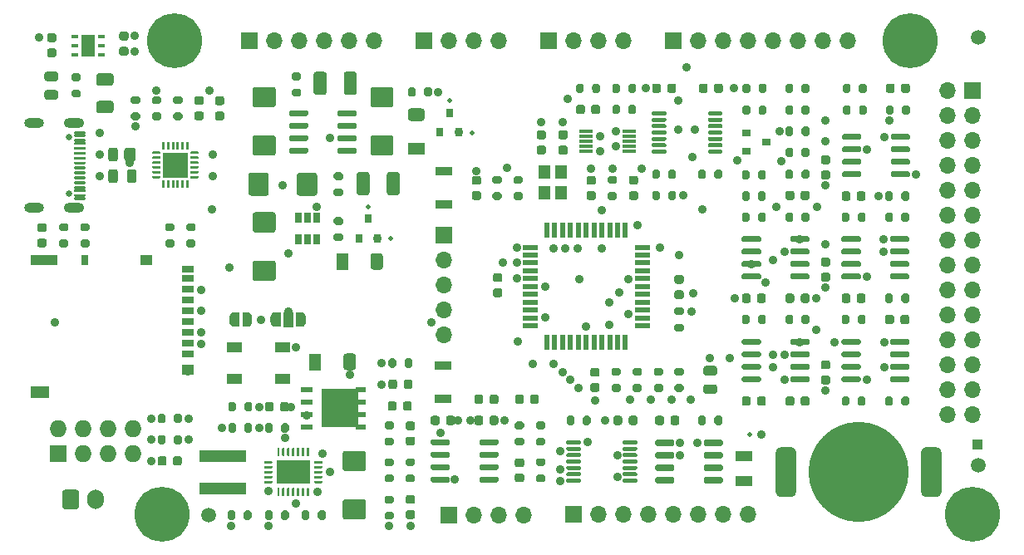
<source format=gbr>
G04 #@! TF.GenerationSoftware,KiCad,Pcbnew,5.1.10-88a1d61d58~90~ubuntu20.04.1*
G04 #@! TF.CreationDate,2021-08-06T09:09:21+02:00*
G04 #@! TF.ProjectId,PSLab,50534c61-622e-46b6-9963-61645f706362,v6.1*
G04 #@! TF.SameCoordinates,Original*
G04 #@! TF.FileFunction,Soldermask,Top*
G04 #@! TF.FilePolarity,Negative*
%FSLAX46Y46*%
G04 Gerber Fmt 4.6, Leading zero omitted, Abs format (unit mm)*
G04 Created by KiCad (PCBNEW 5.1.10-88a1d61d58~90~ubuntu20.04.1) date 2021-08-06 09:09:21*
%MOMM*%
%LPD*%
G01*
G04 APERTURE LIST*
%ADD10R,1.700000X0.900000*%
%ADD11O,1.700000X1.700000*%
%ADD12R,1.700000X1.700000*%
%ADD13R,1.500000X0.550000*%
%ADD14R,0.550000X1.500000*%
%ADD15R,1.400000X2.300000*%
%ADD16R,0.700000X0.450000*%
%ADD17R,3.400000X2.400000*%
%ADD18R,1.270000X0.610000*%
%ADD19R,1.020000X0.610000*%
%ADD20R,3.810000X3.910000*%
%ADD21R,1.500000X1.000000*%
%ADD22C,10.200000*%
%ADD23C,1.500000*%
%ADD24R,1.400000X0.300000*%
%ADD25R,2.600000X2.600000*%
%ADD26R,0.650000X1.060000*%
%ADD27R,0.800000X0.900000*%
%ADD28R,0.900000X0.800000*%
%ADD29R,1.000000X1.000000*%
%ADD30R,1.727200X1.727200*%
%ADD31O,1.727200X1.727200*%
%ADD32O,2.100000X1.000000*%
%ADD33O,2.000000X1.000000*%
%ADD34C,0.650000*%
%ADD35R,1.300000X1.700000*%
%ADD36R,1.700000X1.300000*%
%ADD37R,1.200000X0.700000*%
%ADD38R,1.200000X1.000000*%
%ADD39R,0.800000X1.000000*%
%ADD40R,2.800000X1.000000*%
%ADD41R,1.900000X1.300000*%
%ADD42R,4.700000X1.200000*%
%ADD43C,5.600000*%
%ADD44O,1.700000X2.000000*%
%ADD45R,1.200000X1.400000*%
%ADD46R,1.800000X1.000000*%
%ADD47C,0.500000*%
%ADD48C,0.100000*%
%ADD49R,1.000000X1.500000*%
%ADD50C,0.914400*%
G04 APERTURE END LIST*
D10*
X133612000Y-76066000D03*
X133612000Y-79466000D03*
X133548000Y-99278000D03*
X133548000Y-95878000D03*
D11*
X133612000Y-92752000D03*
X133612000Y-90212000D03*
X133612000Y-87672000D03*
X133612000Y-85132000D03*
D12*
X133612000Y-82592000D03*
G36*
G01*
X168894000Y-93600500D02*
X168894000Y-93300500D01*
G75*
G02*
X169044000Y-93150500I150000J0D01*
G01*
X170694000Y-93150500D01*
G75*
G02*
X170844000Y-93300500I0J-150000D01*
G01*
X170844000Y-93600500D01*
G75*
G02*
X170694000Y-93750500I-150000J0D01*
G01*
X169044000Y-93750500D01*
G75*
G02*
X168894000Y-93600500I0J150000D01*
G01*
G37*
G36*
G01*
X168894000Y-94870500D02*
X168894000Y-94570500D01*
G75*
G02*
X169044000Y-94420500I150000J0D01*
G01*
X170694000Y-94420500D01*
G75*
G02*
X170844000Y-94570500I0J-150000D01*
G01*
X170844000Y-94870500D01*
G75*
G02*
X170694000Y-95020500I-150000J0D01*
G01*
X169044000Y-95020500D01*
G75*
G02*
X168894000Y-94870500I0J150000D01*
G01*
G37*
G36*
G01*
X168894000Y-96140500D02*
X168894000Y-95840500D01*
G75*
G02*
X169044000Y-95690500I150000J0D01*
G01*
X170694000Y-95690500D01*
G75*
G02*
X170844000Y-95840500I0J-150000D01*
G01*
X170844000Y-96140500D01*
G75*
G02*
X170694000Y-96290500I-150000J0D01*
G01*
X169044000Y-96290500D01*
G75*
G02*
X168894000Y-96140500I0J150000D01*
G01*
G37*
G36*
G01*
X168894000Y-97410500D02*
X168894000Y-97110500D01*
G75*
G02*
X169044000Y-96960500I150000J0D01*
G01*
X170694000Y-96960500D01*
G75*
G02*
X170844000Y-97110500I0J-150000D01*
G01*
X170844000Y-97410500D01*
G75*
G02*
X170694000Y-97560500I-150000J0D01*
G01*
X169044000Y-97560500D01*
G75*
G02*
X168894000Y-97410500I0J150000D01*
G01*
G37*
G36*
G01*
X163944000Y-97410500D02*
X163944000Y-97110500D01*
G75*
G02*
X164094000Y-96960500I150000J0D01*
G01*
X165744000Y-96960500D01*
G75*
G02*
X165894000Y-97110500I0J-150000D01*
G01*
X165894000Y-97410500D01*
G75*
G02*
X165744000Y-97560500I-150000J0D01*
G01*
X164094000Y-97560500D01*
G75*
G02*
X163944000Y-97410500I0J150000D01*
G01*
G37*
G36*
G01*
X163944000Y-96140500D02*
X163944000Y-95840500D01*
G75*
G02*
X164094000Y-95690500I150000J0D01*
G01*
X165744000Y-95690500D01*
G75*
G02*
X165894000Y-95840500I0J-150000D01*
G01*
X165894000Y-96140500D01*
G75*
G02*
X165744000Y-96290500I-150000J0D01*
G01*
X164094000Y-96290500D01*
G75*
G02*
X163944000Y-96140500I0J150000D01*
G01*
G37*
G36*
G01*
X163944000Y-94870500D02*
X163944000Y-94570500D01*
G75*
G02*
X164094000Y-94420500I150000J0D01*
G01*
X165744000Y-94420500D01*
G75*
G02*
X165894000Y-94570500I0J-150000D01*
G01*
X165894000Y-94870500D01*
G75*
G02*
X165744000Y-95020500I-150000J0D01*
G01*
X164094000Y-95020500D01*
G75*
G02*
X163944000Y-94870500I0J150000D01*
G01*
G37*
G36*
G01*
X163944000Y-93600500D02*
X163944000Y-93300500D01*
G75*
G02*
X164094000Y-93150500I150000J0D01*
G01*
X165744000Y-93150500D01*
G75*
G02*
X165894000Y-93300500I0J-150000D01*
G01*
X165894000Y-93600500D01*
G75*
G02*
X165744000Y-93750500I-150000J0D01*
G01*
X164094000Y-93750500D01*
G75*
G02*
X163944000Y-93600500I0J150000D01*
G01*
G37*
G36*
G01*
X175757000Y-81025500D02*
X175757000Y-80475500D01*
G75*
G02*
X175957000Y-80275500I200000J0D01*
G01*
X176357000Y-80275500D01*
G75*
G02*
X176557000Y-80475500I0J-200000D01*
G01*
X176557000Y-81025500D01*
G75*
G02*
X176357000Y-81225500I-200000J0D01*
G01*
X175957000Y-81225500D01*
G75*
G02*
X175757000Y-81025500I0J200000D01*
G01*
G37*
G36*
G01*
X174107000Y-81025500D02*
X174107000Y-80475500D01*
G75*
G02*
X174307000Y-80275500I200000J0D01*
G01*
X174707000Y-80275500D01*
G75*
G02*
X174907000Y-80475500I0J-200000D01*
G01*
X174907000Y-81025500D01*
G75*
G02*
X174707000Y-81225500I-200000J0D01*
G01*
X174307000Y-81225500D01*
G75*
G02*
X174107000Y-81025500I0J200000D01*
G01*
G37*
G36*
G01*
X179118000Y-72709000D02*
X179118000Y-72409000D01*
G75*
G02*
X179268000Y-72259000I150000J0D01*
G01*
X180918000Y-72259000D01*
G75*
G02*
X181068000Y-72409000I0J-150000D01*
G01*
X181068000Y-72709000D01*
G75*
G02*
X180918000Y-72859000I-150000J0D01*
G01*
X179268000Y-72859000D01*
G75*
G02*
X179118000Y-72709000I0J150000D01*
G01*
G37*
G36*
G01*
X179118000Y-73979000D02*
X179118000Y-73679000D01*
G75*
G02*
X179268000Y-73529000I150000J0D01*
G01*
X180918000Y-73529000D01*
G75*
G02*
X181068000Y-73679000I0J-150000D01*
G01*
X181068000Y-73979000D01*
G75*
G02*
X180918000Y-74129000I-150000J0D01*
G01*
X179268000Y-74129000D01*
G75*
G02*
X179118000Y-73979000I0J150000D01*
G01*
G37*
G36*
G01*
X179118000Y-75249000D02*
X179118000Y-74949000D01*
G75*
G02*
X179268000Y-74799000I150000J0D01*
G01*
X180918000Y-74799000D01*
G75*
G02*
X181068000Y-74949000I0J-150000D01*
G01*
X181068000Y-75249000D01*
G75*
G02*
X180918000Y-75399000I-150000J0D01*
G01*
X179268000Y-75399000D01*
G75*
G02*
X179118000Y-75249000I0J150000D01*
G01*
G37*
G36*
G01*
X179118000Y-76519000D02*
X179118000Y-76219000D01*
G75*
G02*
X179268000Y-76069000I150000J0D01*
G01*
X180918000Y-76069000D01*
G75*
G02*
X181068000Y-76219000I0J-150000D01*
G01*
X181068000Y-76519000D01*
G75*
G02*
X180918000Y-76669000I-150000J0D01*
G01*
X179268000Y-76669000D01*
G75*
G02*
X179118000Y-76519000I0J150000D01*
G01*
G37*
G36*
G01*
X174168000Y-76519000D02*
X174168000Y-76219000D01*
G75*
G02*
X174318000Y-76069000I150000J0D01*
G01*
X175968000Y-76069000D01*
G75*
G02*
X176118000Y-76219000I0J-150000D01*
G01*
X176118000Y-76519000D01*
G75*
G02*
X175968000Y-76669000I-150000J0D01*
G01*
X174318000Y-76669000D01*
G75*
G02*
X174168000Y-76519000I0J150000D01*
G01*
G37*
G36*
G01*
X174168000Y-75249000D02*
X174168000Y-74949000D01*
G75*
G02*
X174318000Y-74799000I150000J0D01*
G01*
X175968000Y-74799000D01*
G75*
G02*
X176118000Y-74949000I0J-150000D01*
G01*
X176118000Y-75249000D01*
G75*
G02*
X175968000Y-75399000I-150000J0D01*
G01*
X174318000Y-75399000D01*
G75*
G02*
X174168000Y-75249000I0J150000D01*
G01*
G37*
G36*
G01*
X174168000Y-73979000D02*
X174168000Y-73679000D01*
G75*
G02*
X174318000Y-73529000I150000J0D01*
G01*
X175968000Y-73529000D01*
G75*
G02*
X176118000Y-73679000I0J-150000D01*
G01*
X176118000Y-73979000D01*
G75*
G02*
X175968000Y-74129000I-150000J0D01*
G01*
X174318000Y-74129000D01*
G75*
G02*
X174168000Y-73979000I0J150000D01*
G01*
G37*
G36*
G01*
X174168000Y-72709000D02*
X174168000Y-72409000D01*
G75*
G02*
X174318000Y-72259000I150000J0D01*
G01*
X175968000Y-72259000D01*
G75*
G02*
X176118000Y-72409000I0J-150000D01*
G01*
X176118000Y-72709000D01*
G75*
G02*
X175968000Y-72859000I-150000J0D01*
G01*
X174318000Y-72859000D01*
G75*
G02*
X174168000Y-72709000I0J150000D01*
G01*
G37*
D13*
X142390000Y-91799000D03*
X142390000Y-90999000D03*
X142390000Y-90199000D03*
X142390000Y-89399000D03*
X142390000Y-88599000D03*
X142390000Y-87799000D03*
X142390000Y-86999000D03*
X142390000Y-86199000D03*
X142390000Y-85399000D03*
X142390000Y-84599000D03*
X142390000Y-83799000D03*
D14*
X144090000Y-82099000D03*
X144890000Y-82099000D03*
X145690000Y-82099000D03*
X146490000Y-82099000D03*
X147290000Y-82099000D03*
X148090000Y-82099000D03*
X148890000Y-82099000D03*
X149690000Y-82099000D03*
X150490000Y-82099000D03*
X151290000Y-82099000D03*
X152090000Y-82099000D03*
D13*
X153790000Y-83799000D03*
X153790000Y-84599000D03*
X153790000Y-85399000D03*
X153790000Y-86199000D03*
X153790000Y-86999000D03*
X153790000Y-87799000D03*
X153790000Y-88599000D03*
X153790000Y-89399000D03*
X153790000Y-90199000D03*
X153790000Y-90999000D03*
X153790000Y-91799000D03*
D14*
X152090000Y-93499000D03*
X151290000Y-93499000D03*
X150490000Y-93499000D03*
X149690000Y-93499000D03*
X148890000Y-93499000D03*
X148090000Y-93499000D03*
X147290000Y-93499000D03*
X146490000Y-93499000D03*
X145690000Y-93499000D03*
X144890000Y-93499000D03*
X144090000Y-93499000D03*
G36*
G01*
X102216000Y-73954600D02*
X102216000Y-74754600D01*
G75*
G02*
X101916000Y-75054600I-300000J0D01*
G01*
X101316000Y-75054600D01*
G75*
G02*
X101016000Y-74754600I0J300000D01*
G01*
X101016000Y-73954600D01*
G75*
G02*
X101316000Y-73654600I300000J0D01*
G01*
X101916000Y-73654600D01*
G75*
G02*
X102216000Y-73954600I0J-300000D01*
G01*
G37*
G36*
G01*
X100396000Y-73904600D02*
X100396000Y-74804600D01*
G75*
G02*
X100146000Y-75054600I-250000J0D01*
G01*
X99646000Y-75054600D01*
G75*
G02*
X99396000Y-74804600I0J250000D01*
G01*
X99396000Y-73904600D01*
G75*
G02*
X99646000Y-73654600I250000J0D01*
G01*
X100146000Y-73654600D01*
G75*
G02*
X100396000Y-73904600I0J-250000D01*
G01*
G37*
G36*
G01*
X100396000Y-76104600D02*
X100396000Y-77004600D01*
G75*
G02*
X100146000Y-77254600I-250000J0D01*
G01*
X99646000Y-77254600D01*
G75*
G02*
X99396000Y-77004600I0J250000D01*
G01*
X99396000Y-76104600D01*
G75*
G02*
X99646000Y-75854600I250000J0D01*
G01*
X100146000Y-75854600D01*
G75*
G02*
X100396000Y-76104600I0J-250000D01*
G01*
G37*
G36*
G01*
X102296000Y-76104600D02*
X102296000Y-77004600D01*
G75*
G02*
X102046000Y-77254600I-250000J0D01*
G01*
X101546000Y-77254600D01*
G75*
G02*
X101296000Y-77004600I0J250000D01*
G01*
X101296000Y-76104600D01*
G75*
G02*
X101546000Y-75854600I250000J0D01*
G01*
X102046000Y-75854600D01*
G75*
G02*
X102296000Y-76104600I0J-250000D01*
G01*
G37*
D15*
X97350000Y-63260000D03*
D16*
X95975000Y-64210000D03*
X95975000Y-63260000D03*
X95975000Y-62310000D03*
X98725000Y-62310000D03*
X98725000Y-63260000D03*
X98725000Y-64210000D03*
G36*
G01*
X116807500Y-109197000D02*
X116682500Y-109197000D01*
G75*
G02*
X116620000Y-109134500I0J62500D01*
G01*
X116620000Y-108409500D01*
G75*
G02*
X116682500Y-108347000I62500J0D01*
G01*
X116807500Y-108347000D01*
G75*
G02*
X116870000Y-108409500I0J-62500D01*
G01*
X116870000Y-109134500D01*
G75*
G02*
X116807500Y-109197000I-62500J0D01*
G01*
G37*
G36*
G01*
X117307500Y-109197000D02*
X117182500Y-109197000D01*
G75*
G02*
X117120000Y-109134500I0J62500D01*
G01*
X117120000Y-108409500D01*
G75*
G02*
X117182500Y-108347000I62500J0D01*
G01*
X117307500Y-108347000D01*
G75*
G02*
X117370000Y-108409500I0J-62500D01*
G01*
X117370000Y-109134500D01*
G75*
G02*
X117307500Y-109197000I-62500J0D01*
G01*
G37*
G36*
G01*
X117807500Y-109197000D02*
X117682500Y-109197000D01*
G75*
G02*
X117620000Y-109134500I0J62500D01*
G01*
X117620000Y-108409500D01*
G75*
G02*
X117682500Y-108347000I62500J0D01*
G01*
X117807500Y-108347000D01*
G75*
G02*
X117870000Y-108409500I0J-62500D01*
G01*
X117870000Y-109134500D01*
G75*
G02*
X117807500Y-109197000I-62500J0D01*
G01*
G37*
G36*
G01*
X118307500Y-109197000D02*
X118182500Y-109197000D01*
G75*
G02*
X118120000Y-109134500I0J62500D01*
G01*
X118120000Y-108409500D01*
G75*
G02*
X118182500Y-108347000I62500J0D01*
G01*
X118307500Y-108347000D01*
G75*
G02*
X118370000Y-108409500I0J-62500D01*
G01*
X118370000Y-109134500D01*
G75*
G02*
X118307500Y-109197000I-62500J0D01*
G01*
G37*
G36*
G01*
X118807500Y-109197000D02*
X118682500Y-109197000D01*
G75*
G02*
X118620000Y-109134500I0J62500D01*
G01*
X118620000Y-108409500D01*
G75*
G02*
X118682500Y-108347000I62500J0D01*
G01*
X118807500Y-108347000D01*
G75*
G02*
X118870000Y-108409500I0J-62500D01*
G01*
X118870000Y-109134500D01*
G75*
G02*
X118807500Y-109197000I-62500J0D01*
G01*
G37*
G36*
G01*
X119307500Y-109197000D02*
X119182500Y-109197000D01*
G75*
G02*
X119120000Y-109134500I0J62500D01*
G01*
X119120000Y-108409500D01*
G75*
G02*
X119182500Y-108347000I62500J0D01*
G01*
X119307500Y-108347000D01*
G75*
G02*
X119370000Y-108409500I0J-62500D01*
G01*
X119370000Y-109134500D01*
G75*
G02*
X119307500Y-109197000I-62500J0D01*
G01*
G37*
G36*
G01*
X119807500Y-109197000D02*
X119682500Y-109197000D01*
G75*
G02*
X119620000Y-109134500I0J62500D01*
G01*
X119620000Y-108409500D01*
G75*
G02*
X119682500Y-108347000I62500J0D01*
G01*
X119807500Y-108347000D01*
G75*
G02*
X119870000Y-108409500I0J-62500D01*
G01*
X119870000Y-109134500D01*
G75*
G02*
X119807500Y-109197000I-62500J0D01*
G01*
G37*
G36*
G01*
X121157500Y-107847000D02*
X120432500Y-107847000D01*
G75*
G02*
X120370000Y-107784500I0J62500D01*
G01*
X120370000Y-107659500D01*
G75*
G02*
X120432500Y-107597000I62500J0D01*
G01*
X121157500Y-107597000D01*
G75*
G02*
X121220000Y-107659500I0J-62500D01*
G01*
X121220000Y-107784500D01*
G75*
G02*
X121157500Y-107847000I-62500J0D01*
G01*
G37*
G36*
G01*
X121157500Y-107347000D02*
X120432500Y-107347000D01*
G75*
G02*
X120370000Y-107284500I0J62500D01*
G01*
X120370000Y-107159500D01*
G75*
G02*
X120432500Y-107097000I62500J0D01*
G01*
X121157500Y-107097000D01*
G75*
G02*
X121220000Y-107159500I0J-62500D01*
G01*
X121220000Y-107284500D01*
G75*
G02*
X121157500Y-107347000I-62500J0D01*
G01*
G37*
G36*
G01*
X121157500Y-106847000D02*
X120432500Y-106847000D01*
G75*
G02*
X120370000Y-106784500I0J62500D01*
G01*
X120370000Y-106659500D01*
G75*
G02*
X120432500Y-106597000I62500J0D01*
G01*
X121157500Y-106597000D01*
G75*
G02*
X121220000Y-106659500I0J-62500D01*
G01*
X121220000Y-106784500D01*
G75*
G02*
X121157500Y-106847000I-62500J0D01*
G01*
G37*
G36*
G01*
X121157500Y-106347000D02*
X120432500Y-106347000D01*
G75*
G02*
X120370000Y-106284500I0J62500D01*
G01*
X120370000Y-106159500D01*
G75*
G02*
X120432500Y-106097000I62500J0D01*
G01*
X121157500Y-106097000D01*
G75*
G02*
X121220000Y-106159500I0J-62500D01*
G01*
X121220000Y-106284500D01*
G75*
G02*
X121157500Y-106347000I-62500J0D01*
G01*
G37*
G36*
G01*
X121157500Y-105847000D02*
X120432500Y-105847000D01*
G75*
G02*
X120370000Y-105784500I0J62500D01*
G01*
X120370000Y-105659500D01*
G75*
G02*
X120432500Y-105597000I62500J0D01*
G01*
X121157500Y-105597000D01*
G75*
G02*
X121220000Y-105659500I0J-62500D01*
G01*
X121220000Y-105784500D01*
G75*
G02*
X121157500Y-105847000I-62500J0D01*
G01*
G37*
G36*
G01*
X119807500Y-105097000D02*
X119682500Y-105097000D01*
G75*
G02*
X119620000Y-105034500I0J62500D01*
G01*
X119620000Y-104309500D01*
G75*
G02*
X119682500Y-104247000I62500J0D01*
G01*
X119807500Y-104247000D01*
G75*
G02*
X119870000Y-104309500I0J-62500D01*
G01*
X119870000Y-105034500D01*
G75*
G02*
X119807500Y-105097000I-62500J0D01*
G01*
G37*
G36*
G01*
X119307500Y-105097000D02*
X119182500Y-105097000D01*
G75*
G02*
X119120000Y-105034500I0J62500D01*
G01*
X119120000Y-104309500D01*
G75*
G02*
X119182500Y-104247000I62500J0D01*
G01*
X119307500Y-104247000D01*
G75*
G02*
X119370000Y-104309500I0J-62500D01*
G01*
X119370000Y-105034500D01*
G75*
G02*
X119307500Y-105097000I-62500J0D01*
G01*
G37*
G36*
G01*
X118807500Y-105097000D02*
X118682500Y-105097000D01*
G75*
G02*
X118620000Y-105034500I0J62500D01*
G01*
X118620000Y-104309500D01*
G75*
G02*
X118682500Y-104247000I62500J0D01*
G01*
X118807500Y-104247000D01*
G75*
G02*
X118870000Y-104309500I0J-62500D01*
G01*
X118870000Y-105034500D01*
G75*
G02*
X118807500Y-105097000I-62500J0D01*
G01*
G37*
G36*
G01*
X118307500Y-105097000D02*
X118182500Y-105097000D01*
G75*
G02*
X118120000Y-105034500I0J62500D01*
G01*
X118120000Y-104309500D01*
G75*
G02*
X118182500Y-104247000I62500J0D01*
G01*
X118307500Y-104247000D01*
G75*
G02*
X118370000Y-104309500I0J-62500D01*
G01*
X118370000Y-105034500D01*
G75*
G02*
X118307500Y-105097000I-62500J0D01*
G01*
G37*
G36*
G01*
X117807500Y-105097000D02*
X117682500Y-105097000D01*
G75*
G02*
X117620000Y-105034500I0J62500D01*
G01*
X117620000Y-104309500D01*
G75*
G02*
X117682500Y-104247000I62500J0D01*
G01*
X117807500Y-104247000D01*
G75*
G02*
X117870000Y-104309500I0J-62500D01*
G01*
X117870000Y-105034500D01*
G75*
G02*
X117807500Y-105097000I-62500J0D01*
G01*
G37*
G36*
G01*
X117307500Y-105097000D02*
X117182500Y-105097000D01*
G75*
G02*
X117120000Y-105034500I0J62500D01*
G01*
X117120000Y-104309500D01*
G75*
G02*
X117182500Y-104247000I62500J0D01*
G01*
X117307500Y-104247000D01*
G75*
G02*
X117370000Y-104309500I0J-62500D01*
G01*
X117370000Y-105034500D01*
G75*
G02*
X117307500Y-105097000I-62500J0D01*
G01*
G37*
G36*
G01*
X116807500Y-105097000D02*
X116682500Y-105097000D01*
G75*
G02*
X116620000Y-105034500I0J62500D01*
G01*
X116620000Y-104309500D01*
G75*
G02*
X116682500Y-104247000I62500J0D01*
G01*
X116807500Y-104247000D01*
G75*
G02*
X116870000Y-104309500I0J-62500D01*
G01*
X116870000Y-105034500D01*
G75*
G02*
X116807500Y-105097000I-62500J0D01*
G01*
G37*
G36*
G01*
X116057500Y-105847000D02*
X115332500Y-105847000D01*
G75*
G02*
X115270000Y-105784500I0J62500D01*
G01*
X115270000Y-105659500D01*
G75*
G02*
X115332500Y-105597000I62500J0D01*
G01*
X116057500Y-105597000D01*
G75*
G02*
X116120000Y-105659500I0J-62500D01*
G01*
X116120000Y-105784500D01*
G75*
G02*
X116057500Y-105847000I-62500J0D01*
G01*
G37*
G36*
G01*
X116057500Y-106347000D02*
X115332500Y-106347000D01*
G75*
G02*
X115270000Y-106284500I0J62500D01*
G01*
X115270000Y-106159500D01*
G75*
G02*
X115332500Y-106097000I62500J0D01*
G01*
X116057500Y-106097000D01*
G75*
G02*
X116120000Y-106159500I0J-62500D01*
G01*
X116120000Y-106284500D01*
G75*
G02*
X116057500Y-106347000I-62500J0D01*
G01*
G37*
G36*
G01*
X116057500Y-106847000D02*
X115332500Y-106847000D01*
G75*
G02*
X115270000Y-106784500I0J62500D01*
G01*
X115270000Y-106659500D01*
G75*
G02*
X115332500Y-106597000I62500J0D01*
G01*
X116057500Y-106597000D01*
G75*
G02*
X116120000Y-106659500I0J-62500D01*
G01*
X116120000Y-106784500D01*
G75*
G02*
X116057500Y-106847000I-62500J0D01*
G01*
G37*
G36*
G01*
X116057500Y-107347000D02*
X115332500Y-107347000D01*
G75*
G02*
X115270000Y-107284500I0J62500D01*
G01*
X115270000Y-107159500D01*
G75*
G02*
X115332500Y-107097000I62500J0D01*
G01*
X116057500Y-107097000D01*
G75*
G02*
X116120000Y-107159500I0J-62500D01*
G01*
X116120000Y-107284500D01*
G75*
G02*
X116057500Y-107347000I-62500J0D01*
G01*
G37*
G36*
G01*
X116057500Y-107847000D02*
X115332500Y-107847000D01*
G75*
G02*
X115270000Y-107784500I0J62500D01*
G01*
X115270000Y-107659500D01*
G75*
G02*
X115332500Y-107597000I62500J0D01*
G01*
X116057500Y-107597000D01*
G75*
G02*
X116120000Y-107659500I0J-62500D01*
G01*
X116120000Y-107784500D01*
G75*
G02*
X116057500Y-107847000I-62500J0D01*
G01*
G37*
D17*
X118245000Y-106722000D03*
D18*
X119648000Y-98277000D03*
X119648000Y-99547000D03*
X119648000Y-100817000D03*
X119648000Y-102087000D03*
D19*
X125113000Y-102087000D03*
X125113000Y-100817000D03*
X125113000Y-99547000D03*
X125113000Y-98277000D03*
D20*
X123008000Y-100182000D03*
D21*
X112239000Y-94009500D03*
X112239000Y-97209500D03*
X117139000Y-94009500D03*
X117139000Y-97209500D03*
G36*
G01*
X167390000Y-108747000D02*
X167390000Y-104697000D01*
G75*
G02*
X167915000Y-104172000I525000J0D01*
G01*
X168965000Y-104172000D01*
G75*
G02*
X169490000Y-104697000I0J-525000D01*
G01*
X169490000Y-108747000D01*
G75*
G02*
X168965000Y-109272000I-525000J0D01*
G01*
X167915000Y-109272000D01*
G75*
G02*
X167390000Y-108747000I0J525000D01*
G01*
G37*
G36*
G01*
X182190000Y-108747000D02*
X182190000Y-104697000D01*
G75*
G02*
X182715000Y-104172000I525000J0D01*
G01*
X183765000Y-104172000D01*
G75*
G02*
X184290000Y-104697000I0J-525000D01*
G01*
X184290000Y-108747000D01*
G75*
G02*
X183765000Y-109272000I-525000J0D01*
G01*
X182715000Y-109272000D01*
G75*
G02*
X182190000Y-108747000I0J525000D01*
G01*
G37*
D22*
X175840000Y-106722000D03*
G36*
G01*
X164847000Y-99233000D02*
X164847000Y-99733000D01*
G75*
G02*
X164622000Y-99958000I-225000J0D01*
G01*
X164172000Y-99958000D01*
G75*
G02*
X163947000Y-99733000I0J225000D01*
G01*
X163947000Y-99233000D01*
G75*
G02*
X164172000Y-99008000I225000J0D01*
G01*
X164622000Y-99008000D01*
G75*
G02*
X164847000Y-99233000I0J-225000D01*
G01*
G37*
G36*
G01*
X166397000Y-99233000D02*
X166397000Y-99733000D01*
G75*
G02*
X166172000Y-99958000I-225000J0D01*
G01*
X165722000Y-99958000D01*
G75*
G02*
X165497000Y-99733000I0J225000D01*
G01*
X165497000Y-99233000D01*
G75*
G02*
X165722000Y-99008000I225000J0D01*
G01*
X166172000Y-99008000D01*
G75*
G02*
X166397000Y-99233000I0J-225000D01*
G01*
G37*
D23*
X109609000Y-111104000D03*
X188000000Y-106000000D03*
X188000000Y-62400000D03*
D24*
X152449000Y-72003500D03*
X152449000Y-72503500D03*
X152449000Y-73003500D03*
X152449000Y-73503500D03*
X152449000Y-74003500D03*
X148049000Y-74003500D03*
X148049000Y-73503500D03*
X148049000Y-73003500D03*
X148049000Y-72503500D03*
X148049000Y-72003500D03*
G36*
G01*
X160269750Y-97774000D02*
X161182250Y-97774000D01*
G75*
G02*
X161426000Y-98017750I0J-243750D01*
G01*
X161426000Y-98505250D01*
G75*
G02*
X161182250Y-98749000I-243750J0D01*
G01*
X160269750Y-98749000D01*
G75*
G02*
X160026000Y-98505250I0J243750D01*
G01*
X160026000Y-98017750D01*
G75*
G02*
X160269750Y-97774000I243750J0D01*
G01*
G37*
G36*
G01*
X160269750Y-95899000D02*
X161182250Y-95899000D01*
G75*
G02*
X161426000Y-96142750I0J-243750D01*
G01*
X161426000Y-96630250D01*
G75*
G02*
X161182250Y-96874000I-243750J0D01*
G01*
X160269750Y-96874000D01*
G75*
G02*
X160026000Y-96630250I0J243750D01*
G01*
X160026000Y-96142750D01*
G75*
G02*
X160269750Y-95899000I243750J0D01*
G01*
G37*
G36*
G01*
X94056250Y-66890000D02*
X93143750Y-66890000D01*
G75*
G02*
X92900000Y-66646250I0J243750D01*
G01*
X92900000Y-66158750D01*
G75*
G02*
X93143750Y-65915000I243750J0D01*
G01*
X94056250Y-65915000D01*
G75*
G02*
X94300000Y-66158750I0J-243750D01*
G01*
X94300000Y-66646250D01*
G75*
G02*
X94056250Y-66890000I-243750J0D01*
G01*
G37*
G36*
G01*
X94056250Y-68765000D02*
X93143750Y-68765000D01*
G75*
G02*
X92900000Y-68521250I0J243750D01*
G01*
X92900000Y-68033750D01*
G75*
G02*
X93143750Y-67790000I243750J0D01*
G01*
X94056250Y-67790000D01*
G75*
G02*
X94300000Y-68033750I0J-243750D01*
G01*
X94300000Y-68521250D01*
G75*
G02*
X94056250Y-68765000I-243750J0D01*
G01*
G37*
D25*
X106244000Y-75416500D03*
G36*
G01*
X107619000Y-77004000D02*
X107619000Y-77704000D01*
G75*
G02*
X107556500Y-77766500I-62500J0D01*
G01*
X107431500Y-77766500D01*
G75*
G02*
X107369000Y-77704000I0J62500D01*
G01*
X107369000Y-77004000D01*
G75*
G02*
X107431500Y-76941500I62500J0D01*
G01*
X107556500Y-76941500D01*
G75*
G02*
X107619000Y-77004000I0J-62500D01*
G01*
G37*
G36*
G01*
X107119000Y-77004000D02*
X107119000Y-77704000D01*
G75*
G02*
X107056500Y-77766500I-62500J0D01*
G01*
X106931500Y-77766500D01*
G75*
G02*
X106869000Y-77704000I0J62500D01*
G01*
X106869000Y-77004000D01*
G75*
G02*
X106931500Y-76941500I62500J0D01*
G01*
X107056500Y-76941500D01*
G75*
G02*
X107119000Y-77004000I0J-62500D01*
G01*
G37*
G36*
G01*
X106619000Y-77004000D02*
X106619000Y-77704000D01*
G75*
G02*
X106556500Y-77766500I-62500J0D01*
G01*
X106431500Y-77766500D01*
G75*
G02*
X106369000Y-77704000I0J62500D01*
G01*
X106369000Y-77004000D01*
G75*
G02*
X106431500Y-76941500I62500J0D01*
G01*
X106556500Y-76941500D01*
G75*
G02*
X106619000Y-77004000I0J-62500D01*
G01*
G37*
G36*
G01*
X106119000Y-77004000D02*
X106119000Y-77704000D01*
G75*
G02*
X106056500Y-77766500I-62500J0D01*
G01*
X105931500Y-77766500D01*
G75*
G02*
X105869000Y-77704000I0J62500D01*
G01*
X105869000Y-77004000D01*
G75*
G02*
X105931500Y-76941500I62500J0D01*
G01*
X106056500Y-76941500D01*
G75*
G02*
X106119000Y-77004000I0J-62500D01*
G01*
G37*
G36*
G01*
X105619000Y-77004000D02*
X105619000Y-77704000D01*
G75*
G02*
X105556500Y-77766500I-62500J0D01*
G01*
X105431500Y-77766500D01*
G75*
G02*
X105369000Y-77704000I0J62500D01*
G01*
X105369000Y-77004000D01*
G75*
G02*
X105431500Y-76941500I62500J0D01*
G01*
X105556500Y-76941500D01*
G75*
G02*
X105619000Y-77004000I0J-62500D01*
G01*
G37*
G36*
G01*
X105119000Y-77004000D02*
X105119000Y-77704000D01*
G75*
G02*
X105056500Y-77766500I-62500J0D01*
G01*
X104931500Y-77766500D01*
G75*
G02*
X104869000Y-77704000I0J62500D01*
G01*
X104869000Y-77004000D01*
G75*
G02*
X104931500Y-76941500I62500J0D01*
G01*
X105056500Y-76941500D01*
G75*
G02*
X105119000Y-77004000I0J-62500D01*
G01*
G37*
G36*
G01*
X104719000Y-76604000D02*
X104719000Y-76729000D01*
G75*
G02*
X104656500Y-76791500I-62500J0D01*
G01*
X103956500Y-76791500D01*
G75*
G02*
X103894000Y-76729000I0J62500D01*
G01*
X103894000Y-76604000D01*
G75*
G02*
X103956500Y-76541500I62500J0D01*
G01*
X104656500Y-76541500D01*
G75*
G02*
X104719000Y-76604000I0J-62500D01*
G01*
G37*
G36*
G01*
X104719000Y-76104000D02*
X104719000Y-76229000D01*
G75*
G02*
X104656500Y-76291500I-62500J0D01*
G01*
X103956500Y-76291500D01*
G75*
G02*
X103894000Y-76229000I0J62500D01*
G01*
X103894000Y-76104000D01*
G75*
G02*
X103956500Y-76041500I62500J0D01*
G01*
X104656500Y-76041500D01*
G75*
G02*
X104719000Y-76104000I0J-62500D01*
G01*
G37*
G36*
G01*
X104719000Y-75604000D02*
X104719000Y-75729000D01*
G75*
G02*
X104656500Y-75791500I-62500J0D01*
G01*
X103956500Y-75791500D01*
G75*
G02*
X103894000Y-75729000I0J62500D01*
G01*
X103894000Y-75604000D01*
G75*
G02*
X103956500Y-75541500I62500J0D01*
G01*
X104656500Y-75541500D01*
G75*
G02*
X104719000Y-75604000I0J-62500D01*
G01*
G37*
G36*
G01*
X104719000Y-75104000D02*
X104719000Y-75229000D01*
G75*
G02*
X104656500Y-75291500I-62500J0D01*
G01*
X103956500Y-75291500D01*
G75*
G02*
X103894000Y-75229000I0J62500D01*
G01*
X103894000Y-75104000D01*
G75*
G02*
X103956500Y-75041500I62500J0D01*
G01*
X104656500Y-75041500D01*
G75*
G02*
X104719000Y-75104000I0J-62500D01*
G01*
G37*
G36*
G01*
X104719000Y-74604000D02*
X104719000Y-74729000D01*
G75*
G02*
X104656500Y-74791500I-62500J0D01*
G01*
X103956500Y-74791500D01*
G75*
G02*
X103894000Y-74729000I0J62500D01*
G01*
X103894000Y-74604000D01*
G75*
G02*
X103956500Y-74541500I62500J0D01*
G01*
X104656500Y-74541500D01*
G75*
G02*
X104719000Y-74604000I0J-62500D01*
G01*
G37*
G36*
G01*
X104719000Y-74104000D02*
X104719000Y-74229000D01*
G75*
G02*
X104656500Y-74291500I-62500J0D01*
G01*
X103956500Y-74291500D01*
G75*
G02*
X103894000Y-74229000I0J62500D01*
G01*
X103894000Y-74104000D01*
G75*
G02*
X103956500Y-74041500I62500J0D01*
G01*
X104656500Y-74041500D01*
G75*
G02*
X104719000Y-74104000I0J-62500D01*
G01*
G37*
G36*
G01*
X105119000Y-73129000D02*
X105119000Y-73829000D01*
G75*
G02*
X105056500Y-73891500I-62500J0D01*
G01*
X104931500Y-73891500D01*
G75*
G02*
X104869000Y-73829000I0J62500D01*
G01*
X104869000Y-73129000D01*
G75*
G02*
X104931500Y-73066500I62500J0D01*
G01*
X105056500Y-73066500D01*
G75*
G02*
X105119000Y-73129000I0J-62500D01*
G01*
G37*
G36*
G01*
X105619000Y-73129000D02*
X105619000Y-73829000D01*
G75*
G02*
X105556500Y-73891500I-62500J0D01*
G01*
X105431500Y-73891500D01*
G75*
G02*
X105369000Y-73829000I0J62500D01*
G01*
X105369000Y-73129000D01*
G75*
G02*
X105431500Y-73066500I62500J0D01*
G01*
X105556500Y-73066500D01*
G75*
G02*
X105619000Y-73129000I0J-62500D01*
G01*
G37*
G36*
G01*
X106119000Y-73129000D02*
X106119000Y-73829000D01*
G75*
G02*
X106056500Y-73891500I-62500J0D01*
G01*
X105931500Y-73891500D01*
G75*
G02*
X105869000Y-73829000I0J62500D01*
G01*
X105869000Y-73129000D01*
G75*
G02*
X105931500Y-73066500I62500J0D01*
G01*
X106056500Y-73066500D01*
G75*
G02*
X106119000Y-73129000I0J-62500D01*
G01*
G37*
G36*
G01*
X106619000Y-73129000D02*
X106619000Y-73829000D01*
G75*
G02*
X106556500Y-73891500I-62500J0D01*
G01*
X106431500Y-73891500D01*
G75*
G02*
X106369000Y-73829000I0J62500D01*
G01*
X106369000Y-73129000D01*
G75*
G02*
X106431500Y-73066500I62500J0D01*
G01*
X106556500Y-73066500D01*
G75*
G02*
X106619000Y-73129000I0J-62500D01*
G01*
G37*
G36*
G01*
X107119000Y-73129000D02*
X107119000Y-73829000D01*
G75*
G02*
X107056500Y-73891500I-62500J0D01*
G01*
X106931500Y-73891500D01*
G75*
G02*
X106869000Y-73829000I0J62500D01*
G01*
X106869000Y-73129000D01*
G75*
G02*
X106931500Y-73066500I62500J0D01*
G01*
X107056500Y-73066500D01*
G75*
G02*
X107119000Y-73129000I0J-62500D01*
G01*
G37*
G36*
G01*
X107619000Y-73129000D02*
X107619000Y-73829000D01*
G75*
G02*
X107556500Y-73891500I-62500J0D01*
G01*
X107431500Y-73891500D01*
G75*
G02*
X107369000Y-73829000I0J62500D01*
G01*
X107369000Y-73129000D01*
G75*
G02*
X107431500Y-73066500I62500J0D01*
G01*
X107556500Y-73066500D01*
G75*
G02*
X107619000Y-73129000I0J-62500D01*
G01*
G37*
G36*
G01*
X108594000Y-74104000D02*
X108594000Y-74229000D01*
G75*
G02*
X108531500Y-74291500I-62500J0D01*
G01*
X107831500Y-74291500D01*
G75*
G02*
X107769000Y-74229000I0J62500D01*
G01*
X107769000Y-74104000D01*
G75*
G02*
X107831500Y-74041500I62500J0D01*
G01*
X108531500Y-74041500D01*
G75*
G02*
X108594000Y-74104000I0J-62500D01*
G01*
G37*
G36*
G01*
X108594000Y-74604000D02*
X108594000Y-74729000D01*
G75*
G02*
X108531500Y-74791500I-62500J0D01*
G01*
X107831500Y-74791500D01*
G75*
G02*
X107769000Y-74729000I0J62500D01*
G01*
X107769000Y-74604000D01*
G75*
G02*
X107831500Y-74541500I62500J0D01*
G01*
X108531500Y-74541500D01*
G75*
G02*
X108594000Y-74604000I0J-62500D01*
G01*
G37*
G36*
G01*
X108594000Y-75104000D02*
X108594000Y-75229000D01*
G75*
G02*
X108531500Y-75291500I-62500J0D01*
G01*
X107831500Y-75291500D01*
G75*
G02*
X107769000Y-75229000I0J62500D01*
G01*
X107769000Y-75104000D01*
G75*
G02*
X107831500Y-75041500I62500J0D01*
G01*
X108531500Y-75041500D01*
G75*
G02*
X108594000Y-75104000I0J-62500D01*
G01*
G37*
G36*
G01*
X108594000Y-75604000D02*
X108594000Y-75729000D01*
G75*
G02*
X108531500Y-75791500I-62500J0D01*
G01*
X107831500Y-75791500D01*
G75*
G02*
X107769000Y-75729000I0J62500D01*
G01*
X107769000Y-75604000D01*
G75*
G02*
X107831500Y-75541500I62500J0D01*
G01*
X108531500Y-75541500D01*
G75*
G02*
X108594000Y-75604000I0J-62500D01*
G01*
G37*
G36*
G01*
X108594000Y-76104000D02*
X108594000Y-76229000D01*
G75*
G02*
X108531500Y-76291500I-62500J0D01*
G01*
X107831500Y-76291500D01*
G75*
G02*
X107769000Y-76229000I0J62500D01*
G01*
X107769000Y-76104000D01*
G75*
G02*
X107831500Y-76041500I62500J0D01*
G01*
X108531500Y-76041500D01*
G75*
G02*
X108594000Y-76104000I0J-62500D01*
G01*
G37*
G36*
G01*
X108594000Y-76604000D02*
X108594000Y-76729000D01*
G75*
G02*
X108531500Y-76791500I-62500J0D01*
G01*
X107831500Y-76791500D01*
G75*
G02*
X107769000Y-76729000I0J62500D01*
G01*
X107769000Y-76604000D01*
G75*
G02*
X107831500Y-76541500I62500J0D01*
G01*
X108531500Y-76541500D01*
G75*
G02*
X108594000Y-76604000I0J-62500D01*
G01*
G37*
D26*
X118780000Y-82993500D03*
X119730000Y-82993500D03*
X120680000Y-82993500D03*
X120680000Y-80793500D03*
X118780000Y-80793500D03*
X119730000Y-80793500D03*
G36*
G01*
X179054000Y-93600500D02*
X179054000Y-93300500D01*
G75*
G02*
X179204000Y-93150500I150000J0D01*
G01*
X180854000Y-93150500D01*
G75*
G02*
X181004000Y-93300500I0J-150000D01*
G01*
X181004000Y-93600500D01*
G75*
G02*
X180854000Y-93750500I-150000J0D01*
G01*
X179204000Y-93750500D01*
G75*
G02*
X179054000Y-93600500I0J150000D01*
G01*
G37*
G36*
G01*
X179054000Y-94870500D02*
X179054000Y-94570500D01*
G75*
G02*
X179204000Y-94420500I150000J0D01*
G01*
X180854000Y-94420500D01*
G75*
G02*
X181004000Y-94570500I0J-150000D01*
G01*
X181004000Y-94870500D01*
G75*
G02*
X180854000Y-95020500I-150000J0D01*
G01*
X179204000Y-95020500D01*
G75*
G02*
X179054000Y-94870500I0J150000D01*
G01*
G37*
G36*
G01*
X179054000Y-96140500D02*
X179054000Y-95840500D01*
G75*
G02*
X179204000Y-95690500I150000J0D01*
G01*
X180854000Y-95690500D01*
G75*
G02*
X181004000Y-95840500I0J-150000D01*
G01*
X181004000Y-96140500D01*
G75*
G02*
X180854000Y-96290500I-150000J0D01*
G01*
X179204000Y-96290500D01*
G75*
G02*
X179054000Y-96140500I0J150000D01*
G01*
G37*
G36*
G01*
X179054000Y-97410500D02*
X179054000Y-97110500D01*
G75*
G02*
X179204000Y-96960500I150000J0D01*
G01*
X180854000Y-96960500D01*
G75*
G02*
X181004000Y-97110500I0J-150000D01*
G01*
X181004000Y-97410500D01*
G75*
G02*
X180854000Y-97560500I-150000J0D01*
G01*
X179204000Y-97560500D01*
G75*
G02*
X179054000Y-97410500I0J150000D01*
G01*
G37*
G36*
G01*
X174104000Y-97410500D02*
X174104000Y-97110500D01*
G75*
G02*
X174254000Y-96960500I150000J0D01*
G01*
X175904000Y-96960500D01*
G75*
G02*
X176054000Y-97110500I0J-150000D01*
G01*
X176054000Y-97410500D01*
G75*
G02*
X175904000Y-97560500I-150000J0D01*
G01*
X174254000Y-97560500D01*
G75*
G02*
X174104000Y-97410500I0J150000D01*
G01*
G37*
G36*
G01*
X174104000Y-96140500D02*
X174104000Y-95840500D01*
G75*
G02*
X174254000Y-95690500I150000J0D01*
G01*
X175904000Y-95690500D01*
G75*
G02*
X176054000Y-95840500I0J-150000D01*
G01*
X176054000Y-96140500D01*
G75*
G02*
X175904000Y-96290500I-150000J0D01*
G01*
X174254000Y-96290500D01*
G75*
G02*
X174104000Y-96140500I0J150000D01*
G01*
G37*
G36*
G01*
X174104000Y-94870500D02*
X174104000Y-94570500D01*
G75*
G02*
X174254000Y-94420500I150000J0D01*
G01*
X175904000Y-94420500D01*
G75*
G02*
X176054000Y-94570500I0J-150000D01*
G01*
X176054000Y-94870500D01*
G75*
G02*
X175904000Y-95020500I-150000J0D01*
G01*
X174254000Y-95020500D01*
G75*
G02*
X174104000Y-94870500I0J150000D01*
G01*
G37*
G36*
G01*
X174104000Y-93600500D02*
X174104000Y-93300500D01*
G75*
G02*
X174254000Y-93150500I150000J0D01*
G01*
X175904000Y-93150500D01*
G75*
G02*
X176054000Y-93300500I0J-150000D01*
G01*
X176054000Y-93600500D01*
G75*
G02*
X175904000Y-93750500I-150000J0D01*
G01*
X174254000Y-93750500D01*
G75*
G02*
X174104000Y-93600500I0J150000D01*
G01*
G37*
G36*
G01*
X124704000Y-73806000D02*
X124704000Y-74106000D01*
G75*
G02*
X124554000Y-74256000I-150000J0D01*
G01*
X122904000Y-74256000D01*
G75*
G02*
X122754000Y-74106000I0J150000D01*
G01*
X122754000Y-73806000D01*
G75*
G02*
X122904000Y-73656000I150000J0D01*
G01*
X124554000Y-73656000D01*
G75*
G02*
X124704000Y-73806000I0J-150000D01*
G01*
G37*
G36*
G01*
X124704000Y-72536000D02*
X124704000Y-72836000D01*
G75*
G02*
X124554000Y-72986000I-150000J0D01*
G01*
X122904000Y-72986000D01*
G75*
G02*
X122754000Y-72836000I0J150000D01*
G01*
X122754000Y-72536000D01*
G75*
G02*
X122904000Y-72386000I150000J0D01*
G01*
X124554000Y-72386000D01*
G75*
G02*
X124704000Y-72536000I0J-150000D01*
G01*
G37*
G36*
G01*
X124704000Y-71266000D02*
X124704000Y-71566000D01*
G75*
G02*
X124554000Y-71716000I-150000J0D01*
G01*
X122904000Y-71716000D01*
G75*
G02*
X122754000Y-71566000I0J150000D01*
G01*
X122754000Y-71266000D01*
G75*
G02*
X122904000Y-71116000I150000J0D01*
G01*
X124554000Y-71116000D01*
G75*
G02*
X124704000Y-71266000I0J-150000D01*
G01*
G37*
G36*
G01*
X124704000Y-69996000D02*
X124704000Y-70296000D01*
G75*
G02*
X124554000Y-70446000I-150000J0D01*
G01*
X122904000Y-70446000D01*
G75*
G02*
X122754000Y-70296000I0J150000D01*
G01*
X122754000Y-69996000D01*
G75*
G02*
X122904000Y-69846000I150000J0D01*
G01*
X124554000Y-69846000D01*
G75*
G02*
X124704000Y-69996000I0J-150000D01*
G01*
G37*
G36*
G01*
X119754000Y-69996000D02*
X119754000Y-70296000D01*
G75*
G02*
X119604000Y-70446000I-150000J0D01*
G01*
X117954000Y-70446000D01*
G75*
G02*
X117804000Y-70296000I0J150000D01*
G01*
X117804000Y-69996000D01*
G75*
G02*
X117954000Y-69846000I150000J0D01*
G01*
X119604000Y-69846000D01*
G75*
G02*
X119754000Y-69996000I0J-150000D01*
G01*
G37*
G36*
G01*
X119754000Y-71266000D02*
X119754000Y-71566000D01*
G75*
G02*
X119604000Y-71716000I-150000J0D01*
G01*
X117954000Y-71716000D01*
G75*
G02*
X117804000Y-71566000I0J150000D01*
G01*
X117804000Y-71266000D01*
G75*
G02*
X117954000Y-71116000I150000J0D01*
G01*
X119604000Y-71116000D01*
G75*
G02*
X119754000Y-71266000I0J-150000D01*
G01*
G37*
G36*
G01*
X119754000Y-72536000D02*
X119754000Y-72836000D01*
G75*
G02*
X119604000Y-72986000I-150000J0D01*
G01*
X117954000Y-72986000D01*
G75*
G02*
X117804000Y-72836000I0J150000D01*
G01*
X117804000Y-72536000D01*
G75*
G02*
X117954000Y-72386000I150000J0D01*
G01*
X119604000Y-72386000D01*
G75*
G02*
X119754000Y-72536000I0J-150000D01*
G01*
G37*
G36*
G01*
X119754000Y-73806000D02*
X119754000Y-74106000D01*
G75*
G02*
X119604000Y-74256000I-150000J0D01*
G01*
X117954000Y-74256000D01*
G75*
G02*
X117804000Y-74106000I0J150000D01*
G01*
X117804000Y-73806000D01*
G75*
G02*
X117954000Y-73656000I150000J0D01*
G01*
X119604000Y-73656000D01*
G75*
G02*
X119754000Y-73806000I0J-150000D01*
G01*
G37*
G36*
G01*
X134208000Y-107334000D02*
X134208000Y-107634000D01*
G75*
G02*
X134058000Y-107784000I-150000J0D01*
G01*
X132408000Y-107784000D01*
G75*
G02*
X132258000Y-107634000I0J150000D01*
G01*
X132258000Y-107334000D01*
G75*
G02*
X132408000Y-107184000I150000J0D01*
G01*
X134058000Y-107184000D01*
G75*
G02*
X134208000Y-107334000I0J-150000D01*
G01*
G37*
G36*
G01*
X134208000Y-106064000D02*
X134208000Y-106364000D01*
G75*
G02*
X134058000Y-106514000I-150000J0D01*
G01*
X132408000Y-106514000D01*
G75*
G02*
X132258000Y-106364000I0J150000D01*
G01*
X132258000Y-106064000D01*
G75*
G02*
X132408000Y-105914000I150000J0D01*
G01*
X134058000Y-105914000D01*
G75*
G02*
X134208000Y-106064000I0J-150000D01*
G01*
G37*
G36*
G01*
X134208000Y-104794000D02*
X134208000Y-105094000D01*
G75*
G02*
X134058000Y-105244000I-150000J0D01*
G01*
X132408000Y-105244000D01*
G75*
G02*
X132258000Y-105094000I0J150000D01*
G01*
X132258000Y-104794000D01*
G75*
G02*
X132408000Y-104644000I150000J0D01*
G01*
X134058000Y-104644000D01*
G75*
G02*
X134208000Y-104794000I0J-150000D01*
G01*
G37*
G36*
G01*
X134208000Y-103524000D02*
X134208000Y-103824000D01*
G75*
G02*
X134058000Y-103974000I-150000J0D01*
G01*
X132408000Y-103974000D01*
G75*
G02*
X132258000Y-103824000I0J150000D01*
G01*
X132258000Y-103524000D01*
G75*
G02*
X132408000Y-103374000I150000J0D01*
G01*
X134058000Y-103374000D01*
G75*
G02*
X134208000Y-103524000I0J-150000D01*
G01*
G37*
G36*
G01*
X139158000Y-103524000D02*
X139158000Y-103824000D01*
G75*
G02*
X139008000Y-103974000I-150000J0D01*
G01*
X137358000Y-103974000D01*
G75*
G02*
X137208000Y-103824000I0J150000D01*
G01*
X137208000Y-103524000D01*
G75*
G02*
X137358000Y-103374000I150000J0D01*
G01*
X139008000Y-103374000D01*
G75*
G02*
X139158000Y-103524000I0J-150000D01*
G01*
G37*
G36*
G01*
X139158000Y-104794000D02*
X139158000Y-105094000D01*
G75*
G02*
X139008000Y-105244000I-150000J0D01*
G01*
X137358000Y-105244000D01*
G75*
G02*
X137208000Y-105094000I0J150000D01*
G01*
X137208000Y-104794000D01*
G75*
G02*
X137358000Y-104644000I150000J0D01*
G01*
X139008000Y-104644000D01*
G75*
G02*
X139158000Y-104794000I0J-150000D01*
G01*
G37*
G36*
G01*
X139158000Y-106064000D02*
X139158000Y-106364000D01*
G75*
G02*
X139008000Y-106514000I-150000J0D01*
G01*
X137358000Y-106514000D01*
G75*
G02*
X137208000Y-106364000I0J150000D01*
G01*
X137208000Y-106064000D01*
G75*
G02*
X137358000Y-105914000I150000J0D01*
G01*
X139008000Y-105914000D01*
G75*
G02*
X139158000Y-106064000I0J-150000D01*
G01*
G37*
G36*
G01*
X139158000Y-107334000D02*
X139158000Y-107634000D01*
G75*
G02*
X139008000Y-107784000I-150000J0D01*
G01*
X137358000Y-107784000D01*
G75*
G02*
X137208000Y-107634000I0J150000D01*
G01*
X137208000Y-107334000D01*
G75*
G02*
X137358000Y-107184000I150000J0D01*
G01*
X139008000Y-107184000D01*
G75*
G02*
X139158000Y-107334000I0J-150000D01*
G01*
G37*
G36*
G01*
X179054000Y-83123000D02*
X179054000Y-82823000D01*
G75*
G02*
X179204000Y-82673000I150000J0D01*
G01*
X180854000Y-82673000D01*
G75*
G02*
X181004000Y-82823000I0J-150000D01*
G01*
X181004000Y-83123000D01*
G75*
G02*
X180854000Y-83273000I-150000J0D01*
G01*
X179204000Y-83273000D01*
G75*
G02*
X179054000Y-83123000I0J150000D01*
G01*
G37*
G36*
G01*
X179054000Y-84393000D02*
X179054000Y-84093000D01*
G75*
G02*
X179204000Y-83943000I150000J0D01*
G01*
X180854000Y-83943000D01*
G75*
G02*
X181004000Y-84093000I0J-150000D01*
G01*
X181004000Y-84393000D01*
G75*
G02*
X180854000Y-84543000I-150000J0D01*
G01*
X179204000Y-84543000D01*
G75*
G02*
X179054000Y-84393000I0J150000D01*
G01*
G37*
G36*
G01*
X179054000Y-85663000D02*
X179054000Y-85363000D01*
G75*
G02*
X179204000Y-85213000I150000J0D01*
G01*
X180854000Y-85213000D01*
G75*
G02*
X181004000Y-85363000I0J-150000D01*
G01*
X181004000Y-85663000D01*
G75*
G02*
X180854000Y-85813000I-150000J0D01*
G01*
X179204000Y-85813000D01*
G75*
G02*
X179054000Y-85663000I0J150000D01*
G01*
G37*
G36*
G01*
X179054000Y-86933000D02*
X179054000Y-86633000D01*
G75*
G02*
X179204000Y-86483000I150000J0D01*
G01*
X180854000Y-86483000D01*
G75*
G02*
X181004000Y-86633000I0J-150000D01*
G01*
X181004000Y-86933000D01*
G75*
G02*
X180854000Y-87083000I-150000J0D01*
G01*
X179204000Y-87083000D01*
G75*
G02*
X179054000Y-86933000I0J150000D01*
G01*
G37*
G36*
G01*
X174104000Y-86933000D02*
X174104000Y-86633000D01*
G75*
G02*
X174254000Y-86483000I150000J0D01*
G01*
X175904000Y-86483000D01*
G75*
G02*
X176054000Y-86633000I0J-150000D01*
G01*
X176054000Y-86933000D01*
G75*
G02*
X175904000Y-87083000I-150000J0D01*
G01*
X174254000Y-87083000D01*
G75*
G02*
X174104000Y-86933000I0J150000D01*
G01*
G37*
G36*
G01*
X174104000Y-85663000D02*
X174104000Y-85363000D01*
G75*
G02*
X174254000Y-85213000I150000J0D01*
G01*
X175904000Y-85213000D01*
G75*
G02*
X176054000Y-85363000I0J-150000D01*
G01*
X176054000Y-85663000D01*
G75*
G02*
X175904000Y-85813000I-150000J0D01*
G01*
X174254000Y-85813000D01*
G75*
G02*
X174104000Y-85663000I0J150000D01*
G01*
G37*
G36*
G01*
X174104000Y-84393000D02*
X174104000Y-84093000D01*
G75*
G02*
X174254000Y-83943000I150000J0D01*
G01*
X175904000Y-83943000D01*
G75*
G02*
X176054000Y-84093000I0J-150000D01*
G01*
X176054000Y-84393000D01*
G75*
G02*
X175904000Y-84543000I-150000J0D01*
G01*
X174254000Y-84543000D01*
G75*
G02*
X174104000Y-84393000I0J150000D01*
G01*
G37*
G36*
G01*
X174104000Y-83123000D02*
X174104000Y-82823000D01*
G75*
G02*
X174254000Y-82673000I150000J0D01*
G01*
X175904000Y-82673000D01*
G75*
G02*
X176054000Y-82823000I0J-150000D01*
G01*
X176054000Y-83123000D01*
G75*
G02*
X175904000Y-83273000I-150000J0D01*
G01*
X174254000Y-83273000D01*
G75*
G02*
X174104000Y-83123000I0J150000D01*
G01*
G37*
G36*
G01*
X168894000Y-83123000D02*
X168894000Y-82823000D01*
G75*
G02*
X169044000Y-82673000I150000J0D01*
G01*
X170694000Y-82673000D01*
G75*
G02*
X170844000Y-82823000I0J-150000D01*
G01*
X170844000Y-83123000D01*
G75*
G02*
X170694000Y-83273000I-150000J0D01*
G01*
X169044000Y-83273000D01*
G75*
G02*
X168894000Y-83123000I0J150000D01*
G01*
G37*
G36*
G01*
X168894000Y-84393000D02*
X168894000Y-84093000D01*
G75*
G02*
X169044000Y-83943000I150000J0D01*
G01*
X170694000Y-83943000D01*
G75*
G02*
X170844000Y-84093000I0J-150000D01*
G01*
X170844000Y-84393000D01*
G75*
G02*
X170694000Y-84543000I-150000J0D01*
G01*
X169044000Y-84543000D01*
G75*
G02*
X168894000Y-84393000I0J150000D01*
G01*
G37*
G36*
G01*
X168894000Y-85663000D02*
X168894000Y-85363000D01*
G75*
G02*
X169044000Y-85213000I150000J0D01*
G01*
X170694000Y-85213000D01*
G75*
G02*
X170844000Y-85363000I0J-150000D01*
G01*
X170844000Y-85663000D01*
G75*
G02*
X170694000Y-85813000I-150000J0D01*
G01*
X169044000Y-85813000D01*
G75*
G02*
X168894000Y-85663000I0J150000D01*
G01*
G37*
G36*
G01*
X168894000Y-86933000D02*
X168894000Y-86633000D01*
G75*
G02*
X169044000Y-86483000I150000J0D01*
G01*
X170694000Y-86483000D01*
G75*
G02*
X170844000Y-86633000I0J-150000D01*
G01*
X170844000Y-86933000D01*
G75*
G02*
X170694000Y-87083000I-150000J0D01*
G01*
X169044000Y-87083000D01*
G75*
G02*
X168894000Y-86933000I0J150000D01*
G01*
G37*
G36*
G01*
X163944000Y-86933000D02*
X163944000Y-86633000D01*
G75*
G02*
X164094000Y-86483000I150000J0D01*
G01*
X165744000Y-86483000D01*
G75*
G02*
X165894000Y-86633000I0J-150000D01*
G01*
X165894000Y-86933000D01*
G75*
G02*
X165744000Y-87083000I-150000J0D01*
G01*
X164094000Y-87083000D01*
G75*
G02*
X163944000Y-86933000I0J150000D01*
G01*
G37*
G36*
G01*
X163944000Y-85663000D02*
X163944000Y-85363000D01*
G75*
G02*
X164094000Y-85213000I150000J0D01*
G01*
X165744000Y-85213000D01*
G75*
G02*
X165894000Y-85363000I0J-150000D01*
G01*
X165894000Y-85663000D01*
G75*
G02*
X165744000Y-85813000I-150000J0D01*
G01*
X164094000Y-85813000D01*
G75*
G02*
X163944000Y-85663000I0J150000D01*
G01*
G37*
G36*
G01*
X163944000Y-84393000D02*
X163944000Y-84093000D01*
G75*
G02*
X164094000Y-83943000I150000J0D01*
G01*
X165744000Y-83943000D01*
G75*
G02*
X165894000Y-84093000I0J-150000D01*
G01*
X165894000Y-84393000D01*
G75*
G02*
X165744000Y-84543000I-150000J0D01*
G01*
X164094000Y-84543000D01*
G75*
G02*
X163944000Y-84393000I0J150000D01*
G01*
G37*
G36*
G01*
X163944000Y-83123000D02*
X163944000Y-82823000D01*
G75*
G02*
X164094000Y-82673000I150000J0D01*
G01*
X165744000Y-82673000D01*
G75*
G02*
X165894000Y-82823000I0J-150000D01*
G01*
X165894000Y-83123000D01*
G75*
G02*
X165744000Y-83273000I-150000J0D01*
G01*
X164094000Y-83273000D01*
G75*
G02*
X163944000Y-83123000I0J150000D01*
G01*
G37*
G36*
G01*
X157068000Y-107397000D02*
X157068000Y-107697000D01*
G75*
G02*
X156918000Y-107847000I-150000J0D01*
G01*
X155268000Y-107847000D01*
G75*
G02*
X155118000Y-107697000I0J150000D01*
G01*
X155118000Y-107397000D01*
G75*
G02*
X155268000Y-107247000I150000J0D01*
G01*
X156918000Y-107247000D01*
G75*
G02*
X157068000Y-107397000I0J-150000D01*
G01*
G37*
G36*
G01*
X157068000Y-106127000D02*
X157068000Y-106427000D01*
G75*
G02*
X156918000Y-106577000I-150000J0D01*
G01*
X155268000Y-106577000D01*
G75*
G02*
X155118000Y-106427000I0J150000D01*
G01*
X155118000Y-106127000D01*
G75*
G02*
X155268000Y-105977000I150000J0D01*
G01*
X156918000Y-105977000D01*
G75*
G02*
X157068000Y-106127000I0J-150000D01*
G01*
G37*
G36*
G01*
X157068000Y-104857000D02*
X157068000Y-105157000D01*
G75*
G02*
X156918000Y-105307000I-150000J0D01*
G01*
X155268000Y-105307000D01*
G75*
G02*
X155118000Y-105157000I0J150000D01*
G01*
X155118000Y-104857000D01*
G75*
G02*
X155268000Y-104707000I150000J0D01*
G01*
X156918000Y-104707000D01*
G75*
G02*
X157068000Y-104857000I0J-150000D01*
G01*
G37*
G36*
G01*
X157068000Y-103587000D02*
X157068000Y-103887000D01*
G75*
G02*
X156918000Y-104037000I-150000J0D01*
G01*
X155268000Y-104037000D01*
G75*
G02*
X155118000Y-103887000I0J150000D01*
G01*
X155118000Y-103587000D01*
G75*
G02*
X155268000Y-103437000I150000J0D01*
G01*
X156918000Y-103437000D01*
G75*
G02*
X157068000Y-103587000I0J-150000D01*
G01*
G37*
G36*
G01*
X162018000Y-103587000D02*
X162018000Y-103887000D01*
G75*
G02*
X161868000Y-104037000I-150000J0D01*
G01*
X160218000Y-104037000D01*
G75*
G02*
X160068000Y-103887000I0J150000D01*
G01*
X160068000Y-103587000D01*
G75*
G02*
X160218000Y-103437000I150000J0D01*
G01*
X161868000Y-103437000D01*
G75*
G02*
X162018000Y-103587000I0J-150000D01*
G01*
G37*
G36*
G01*
X162018000Y-104857000D02*
X162018000Y-105157000D01*
G75*
G02*
X161868000Y-105307000I-150000J0D01*
G01*
X160218000Y-105307000D01*
G75*
G02*
X160068000Y-105157000I0J150000D01*
G01*
X160068000Y-104857000D01*
G75*
G02*
X160218000Y-104707000I150000J0D01*
G01*
X161868000Y-104707000D01*
G75*
G02*
X162018000Y-104857000I0J-150000D01*
G01*
G37*
G36*
G01*
X162018000Y-106127000D02*
X162018000Y-106427000D01*
G75*
G02*
X161868000Y-106577000I-150000J0D01*
G01*
X160218000Y-106577000D01*
G75*
G02*
X160068000Y-106427000I0J150000D01*
G01*
X160068000Y-106127000D01*
G75*
G02*
X160218000Y-105977000I150000J0D01*
G01*
X161868000Y-105977000D01*
G75*
G02*
X162018000Y-106127000I0J-150000D01*
G01*
G37*
G36*
G01*
X162018000Y-107397000D02*
X162018000Y-107697000D01*
G75*
G02*
X161868000Y-107847000I-150000J0D01*
G01*
X160218000Y-107847000D01*
G75*
G02*
X160068000Y-107697000I0J150000D01*
G01*
X160068000Y-107397000D01*
G75*
G02*
X160218000Y-107247000I150000J0D01*
G01*
X161868000Y-107247000D01*
G75*
G02*
X162018000Y-107397000I0J-150000D01*
G01*
G37*
D27*
X124940000Y-82893500D03*
X126840000Y-82893500D03*
X125890000Y-80893500D03*
X133195000Y-72098500D03*
X135095000Y-72098500D03*
X134145000Y-70098500D03*
D28*
X166426000Y-73067000D03*
X164426000Y-74017000D03*
X164426000Y-72117000D03*
G36*
G01*
X128779000Y-99741000D02*
X128779000Y-100241000D01*
G75*
G02*
X128554000Y-100466000I-225000J0D01*
G01*
X128104000Y-100466000D01*
G75*
G02*
X127879000Y-100241000I0J225000D01*
G01*
X127879000Y-99741000D01*
G75*
G02*
X128104000Y-99516000I225000J0D01*
G01*
X128554000Y-99516000D01*
G75*
G02*
X128779000Y-99741000I0J-225000D01*
G01*
G37*
G36*
G01*
X130329000Y-99741000D02*
X130329000Y-100241000D01*
G75*
G02*
X130104000Y-100466000I-225000J0D01*
G01*
X129654000Y-100466000D01*
G75*
G02*
X129429000Y-100241000I0J225000D01*
G01*
X129429000Y-99741000D01*
G75*
G02*
X129654000Y-99516000I225000J0D01*
G01*
X130104000Y-99516000D01*
G75*
G02*
X130329000Y-99741000I0J-225000D01*
G01*
G37*
G36*
G01*
X129933000Y-110603000D02*
X130433000Y-110603000D01*
G75*
G02*
X130658000Y-110828000I0J-225000D01*
G01*
X130658000Y-111278000D01*
G75*
G02*
X130433000Y-111503000I-225000J0D01*
G01*
X129933000Y-111503000D01*
G75*
G02*
X129708000Y-111278000I0J225000D01*
G01*
X129708000Y-110828000D01*
G75*
G02*
X129933000Y-110603000I225000J0D01*
G01*
G37*
G36*
G01*
X129933000Y-109053000D02*
X130433000Y-109053000D01*
G75*
G02*
X130658000Y-109278000I0J-225000D01*
G01*
X130658000Y-109728000D01*
G75*
G02*
X130433000Y-109953000I-225000J0D01*
G01*
X129933000Y-109953000D01*
G75*
G02*
X129708000Y-109728000I0J225000D01*
G01*
X129708000Y-109278000D01*
G75*
G02*
X129933000Y-109053000I225000J0D01*
G01*
G37*
G36*
G01*
X100750000Y-63385000D02*
X101250000Y-63385000D01*
G75*
G02*
X101475000Y-63610000I0J-225000D01*
G01*
X101475000Y-64060000D01*
G75*
G02*
X101250000Y-64285000I-225000J0D01*
G01*
X100750000Y-64285000D01*
G75*
G02*
X100525000Y-64060000I0J225000D01*
G01*
X100525000Y-63610000D01*
G75*
G02*
X100750000Y-63385000I225000J0D01*
G01*
G37*
G36*
G01*
X100750000Y-61835000D02*
X101250000Y-61835000D01*
G75*
G02*
X101475000Y-62060000I0J-225000D01*
G01*
X101475000Y-62510000D01*
G75*
G02*
X101250000Y-62735000I-225000J0D01*
G01*
X100750000Y-62735000D01*
G75*
G02*
X100525000Y-62510000I0J225000D01*
G01*
X100525000Y-62060000D01*
G75*
G02*
X100750000Y-61835000I225000J0D01*
G01*
G37*
G36*
G01*
X93400000Y-63549500D02*
X93900000Y-63549500D01*
G75*
G02*
X94125000Y-63774500I0J-225000D01*
G01*
X94125000Y-64224500D01*
G75*
G02*
X93900000Y-64449500I-225000J0D01*
G01*
X93400000Y-64449500D01*
G75*
G02*
X93175000Y-64224500I0J225000D01*
G01*
X93175000Y-63774500D01*
G75*
G02*
X93400000Y-63549500I225000J0D01*
G01*
G37*
G36*
G01*
X93400000Y-61999500D02*
X93900000Y-61999500D01*
G75*
G02*
X94125000Y-62224500I0J-225000D01*
G01*
X94125000Y-62674500D01*
G75*
G02*
X93900000Y-62899500I-225000J0D01*
G01*
X93400000Y-62899500D01*
G75*
G02*
X93175000Y-62674500I0J225000D01*
G01*
X93175000Y-62224500D01*
G75*
G02*
X93400000Y-61999500I225000J0D01*
G01*
G37*
G36*
G01*
X169291000Y-99233000D02*
X169291000Y-99733000D01*
G75*
G02*
X169066000Y-99958000I-225000J0D01*
G01*
X168616000Y-99958000D01*
G75*
G02*
X168391000Y-99733000I0J225000D01*
G01*
X168391000Y-99233000D01*
G75*
G02*
X168616000Y-99008000I225000J0D01*
G01*
X169066000Y-99008000D01*
G75*
G02*
X169291000Y-99233000I0J-225000D01*
G01*
G37*
G36*
G01*
X170841000Y-99233000D02*
X170841000Y-99733000D01*
G75*
G02*
X170616000Y-99958000I-225000J0D01*
G01*
X170166000Y-99958000D01*
G75*
G02*
X169941000Y-99733000I0J225000D01*
G01*
X169941000Y-99233000D01*
G75*
G02*
X170166000Y-99008000I225000J0D01*
G01*
X170616000Y-99008000D01*
G75*
G02*
X170841000Y-99233000I0J-225000D01*
G01*
G37*
G36*
G01*
X175657000Y-89255500D02*
X175657000Y-88755500D01*
G75*
G02*
X175882000Y-88530500I225000J0D01*
G01*
X176332000Y-88530500D01*
G75*
G02*
X176557000Y-88755500I0J-225000D01*
G01*
X176557000Y-89255500D01*
G75*
G02*
X176332000Y-89480500I-225000J0D01*
G01*
X175882000Y-89480500D01*
G75*
G02*
X175657000Y-89255500I0J225000D01*
G01*
G37*
G36*
G01*
X174107000Y-89255500D02*
X174107000Y-88755500D01*
G75*
G02*
X174332000Y-88530500I225000J0D01*
G01*
X174782000Y-88530500D01*
G75*
G02*
X175007000Y-88755500I0J-225000D01*
G01*
X175007000Y-89255500D01*
G75*
G02*
X174782000Y-89480500I-225000J0D01*
G01*
X174332000Y-89480500D01*
G75*
G02*
X174107000Y-89255500I0J225000D01*
G01*
G37*
G36*
G01*
X148606000Y-70015000D02*
X148606000Y-69515000D01*
G75*
G02*
X148831000Y-69290000I225000J0D01*
G01*
X149281000Y-69290000D01*
G75*
G02*
X149506000Y-69515000I0J-225000D01*
G01*
X149506000Y-70015000D01*
G75*
G02*
X149281000Y-70240000I-225000J0D01*
G01*
X148831000Y-70240000D01*
G75*
G02*
X148606000Y-70015000I0J225000D01*
G01*
G37*
G36*
G01*
X147056000Y-70015000D02*
X147056000Y-69515000D01*
G75*
G02*
X147281000Y-69290000I225000J0D01*
G01*
X147731000Y-69290000D01*
G75*
G02*
X147956000Y-69515000I0J-225000D01*
G01*
X147956000Y-70015000D01*
G75*
G02*
X147731000Y-70240000I-225000J0D01*
G01*
X147281000Y-70240000D01*
G75*
G02*
X147056000Y-70015000I0J225000D01*
G01*
G37*
G36*
G01*
X180101000Y-91414500D02*
X180101000Y-90914500D01*
G75*
G02*
X180326000Y-90689500I225000J0D01*
G01*
X180776000Y-90689500D01*
G75*
G02*
X181001000Y-90914500I0J-225000D01*
G01*
X181001000Y-91414500D01*
G75*
G02*
X180776000Y-91639500I-225000J0D01*
G01*
X180326000Y-91639500D01*
G75*
G02*
X180101000Y-91414500I0J225000D01*
G01*
G37*
G36*
G01*
X178551000Y-91414500D02*
X178551000Y-90914500D01*
G75*
G02*
X178776000Y-90689500I225000J0D01*
G01*
X179226000Y-90689500D01*
G75*
G02*
X179451000Y-90914500I0J-225000D01*
G01*
X179451000Y-91414500D01*
G75*
G02*
X179226000Y-91639500I-225000J0D01*
G01*
X178776000Y-91639500D01*
G75*
G02*
X178551000Y-91414500I0J225000D01*
G01*
G37*
G36*
G01*
X172224000Y-96887000D02*
X172724000Y-96887000D01*
G75*
G02*
X172949000Y-97112000I0J-225000D01*
G01*
X172949000Y-97562000D01*
G75*
G02*
X172724000Y-97787000I-225000J0D01*
G01*
X172224000Y-97787000D01*
G75*
G02*
X171999000Y-97562000I0J225000D01*
G01*
X171999000Y-97112000D01*
G75*
G02*
X172224000Y-96887000I225000J0D01*
G01*
G37*
G36*
G01*
X172224000Y-95337000D02*
X172724000Y-95337000D01*
G75*
G02*
X172949000Y-95562000I0J-225000D01*
G01*
X172949000Y-96012000D01*
G75*
G02*
X172724000Y-96237000I-225000J0D01*
G01*
X172224000Y-96237000D01*
G75*
G02*
X171999000Y-96012000I0J225000D01*
G01*
X171999000Y-95562000D01*
G75*
G02*
X172224000Y-95337000I225000J0D01*
G01*
G37*
G36*
G01*
X155703000Y-67356000D02*
X155703000Y-67856000D01*
G75*
G02*
X155478000Y-68081000I-225000J0D01*
G01*
X155028000Y-68081000D01*
G75*
G02*
X154803000Y-67856000I0J225000D01*
G01*
X154803000Y-67356000D01*
G75*
G02*
X155028000Y-67131000I225000J0D01*
G01*
X155478000Y-67131000D01*
G75*
G02*
X155703000Y-67356000I0J-225000D01*
G01*
G37*
G36*
G01*
X157253000Y-67356000D02*
X157253000Y-67856000D01*
G75*
G02*
X157028000Y-68081000I-225000J0D01*
G01*
X156578000Y-68081000D01*
G75*
G02*
X156353000Y-67856000I0J225000D01*
G01*
X156353000Y-67356000D01*
G75*
G02*
X156578000Y-67131000I225000J0D01*
G01*
X157028000Y-67131000D01*
G75*
G02*
X157253000Y-67356000I0J-225000D01*
G01*
G37*
G36*
G01*
X169291000Y-88755500D02*
X169291000Y-89255500D01*
G75*
G02*
X169066000Y-89480500I-225000J0D01*
G01*
X168616000Y-89480500D01*
G75*
G02*
X168391000Y-89255500I0J225000D01*
G01*
X168391000Y-88755500D01*
G75*
G02*
X168616000Y-88530500I225000J0D01*
G01*
X169066000Y-88530500D01*
G75*
G02*
X169291000Y-88755500I0J-225000D01*
G01*
G37*
G36*
G01*
X170841000Y-88755500D02*
X170841000Y-89255500D01*
G75*
G02*
X170616000Y-89480500I-225000J0D01*
G01*
X170166000Y-89480500D01*
G75*
G02*
X169941000Y-89255500I0J225000D01*
G01*
X169941000Y-88755500D01*
G75*
G02*
X170166000Y-88530500I225000J0D01*
G01*
X170616000Y-88530500D01*
G75*
G02*
X170841000Y-88755500I0J-225000D01*
G01*
G37*
G36*
G01*
X175657000Y-78841500D02*
X175657000Y-78341500D01*
G75*
G02*
X175882000Y-78116500I225000J0D01*
G01*
X176332000Y-78116500D01*
G75*
G02*
X176557000Y-78341500I0J-225000D01*
G01*
X176557000Y-78841500D01*
G75*
G02*
X176332000Y-79066500I-225000J0D01*
G01*
X175882000Y-79066500D01*
G75*
G02*
X175657000Y-78841500I0J225000D01*
G01*
G37*
G36*
G01*
X174107000Y-78841500D02*
X174107000Y-78341500D01*
G75*
G02*
X174332000Y-78116500I225000J0D01*
G01*
X174782000Y-78116500D01*
G75*
G02*
X175007000Y-78341500I0J-225000D01*
G01*
X175007000Y-78841500D01*
G75*
G02*
X174782000Y-79066500I-225000J0D01*
G01*
X174332000Y-79066500D01*
G75*
G02*
X174107000Y-78841500I0J225000D01*
G01*
G37*
G36*
G01*
X130433000Y-102460000D02*
X129933000Y-102460000D01*
G75*
G02*
X129708000Y-102235000I0J225000D01*
G01*
X129708000Y-101785000D01*
G75*
G02*
X129933000Y-101560000I225000J0D01*
G01*
X130433000Y-101560000D01*
G75*
G02*
X130658000Y-101785000I0J-225000D01*
G01*
X130658000Y-102235000D01*
G75*
G02*
X130433000Y-102460000I-225000J0D01*
G01*
G37*
G36*
G01*
X130433000Y-104010000D02*
X129933000Y-104010000D01*
G75*
G02*
X129708000Y-103785000I0J225000D01*
G01*
X129708000Y-103335000D01*
G75*
G02*
X129933000Y-103110000I225000J0D01*
G01*
X130433000Y-103110000D01*
G75*
G02*
X130658000Y-103335000I0J-225000D01*
G01*
X130658000Y-103785000D01*
G75*
G02*
X130433000Y-104010000I-225000J0D01*
G01*
G37*
G36*
G01*
X172224000Y-86409500D02*
X172724000Y-86409500D01*
G75*
G02*
X172949000Y-86634500I0J-225000D01*
G01*
X172949000Y-87084500D01*
G75*
G02*
X172724000Y-87309500I-225000J0D01*
G01*
X172224000Y-87309500D01*
G75*
G02*
X171999000Y-87084500I0J225000D01*
G01*
X171999000Y-86634500D01*
G75*
G02*
X172224000Y-86409500I225000J0D01*
G01*
G37*
G36*
G01*
X172224000Y-84859500D02*
X172724000Y-84859500D01*
G75*
G02*
X172949000Y-85084500I0J-225000D01*
G01*
X172949000Y-85534500D01*
G75*
G02*
X172724000Y-85759500I-225000J0D01*
G01*
X172224000Y-85759500D01*
G75*
G02*
X171999000Y-85534500I0J225000D01*
G01*
X171999000Y-85084500D01*
G75*
G02*
X172224000Y-84859500I225000J0D01*
G01*
G37*
G36*
G01*
X161115000Y-67856000D02*
X161115000Y-67356000D01*
G75*
G02*
X161340000Y-67131000I225000J0D01*
G01*
X161790000Y-67131000D01*
G75*
G02*
X162015000Y-67356000I0J-225000D01*
G01*
X162015000Y-67856000D01*
G75*
G02*
X161790000Y-68081000I-225000J0D01*
G01*
X161340000Y-68081000D01*
G75*
G02*
X161115000Y-67856000I0J225000D01*
G01*
G37*
G36*
G01*
X159565000Y-67856000D02*
X159565000Y-67356000D01*
G75*
G02*
X159790000Y-67131000I225000J0D01*
G01*
X160240000Y-67131000D01*
G75*
G02*
X160465000Y-67356000I0J-225000D01*
G01*
X160465000Y-67856000D01*
G75*
G02*
X160240000Y-68081000I-225000J0D01*
G01*
X159790000Y-68081000D01*
G75*
G02*
X159565000Y-67856000I0J225000D01*
G01*
G37*
G36*
G01*
X141732500Y-99042500D02*
X141732500Y-99542500D01*
G75*
G02*
X141507500Y-99767500I-225000J0D01*
G01*
X141057500Y-99767500D01*
G75*
G02*
X140832500Y-99542500I0J225000D01*
G01*
X140832500Y-99042500D01*
G75*
G02*
X141057500Y-98817500I225000J0D01*
G01*
X141507500Y-98817500D01*
G75*
G02*
X141732500Y-99042500I0J-225000D01*
G01*
G37*
G36*
G01*
X143282500Y-99042500D02*
X143282500Y-99542500D01*
G75*
G02*
X143057500Y-99767500I-225000J0D01*
G01*
X142607500Y-99767500D01*
G75*
G02*
X142382500Y-99542500I0J225000D01*
G01*
X142382500Y-99042500D01*
G75*
G02*
X142607500Y-98817500I225000J0D01*
G01*
X143057500Y-98817500D01*
G75*
G02*
X143282500Y-99042500I0J-225000D01*
G01*
G37*
G36*
G01*
X169291000Y-78278000D02*
X169291000Y-78778000D01*
G75*
G02*
X169066000Y-79003000I-225000J0D01*
G01*
X168616000Y-79003000D01*
G75*
G02*
X168391000Y-78778000I0J225000D01*
G01*
X168391000Y-78278000D01*
G75*
G02*
X168616000Y-78053000I225000J0D01*
G01*
X169066000Y-78053000D01*
G75*
G02*
X169291000Y-78278000I0J-225000D01*
G01*
G37*
G36*
G01*
X170841000Y-78278000D02*
X170841000Y-78778000D01*
G75*
G02*
X170616000Y-79003000I-225000J0D01*
G01*
X170166000Y-79003000D01*
G75*
G02*
X169941000Y-78778000I0J225000D01*
G01*
X169941000Y-78278000D01*
G75*
G02*
X170166000Y-78053000I225000J0D01*
G01*
X170616000Y-78053000D01*
G75*
G02*
X170841000Y-78278000I0J-225000D01*
G01*
G37*
G36*
G01*
X133160000Y-101202000D02*
X133160000Y-101702000D01*
G75*
G02*
X132935000Y-101927000I-225000J0D01*
G01*
X132485000Y-101927000D01*
G75*
G02*
X132260000Y-101702000I0J225000D01*
G01*
X132260000Y-101202000D01*
G75*
G02*
X132485000Y-100977000I225000J0D01*
G01*
X132935000Y-100977000D01*
G75*
G02*
X133160000Y-101202000I0J-225000D01*
G01*
G37*
G36*
G01*
X134710000Y-101202000D02*
X134710000Y-101702000D01*
G75*
G02*
X134485000Y-101927000I-225000J0D01*
G01*
X134035000Y-101927000D01*
G75*
G02*
X133810000Y-101702000I0J225000D01*
G01*
X133810000Y-101202000D01*
G75*
G02*
X134035000Y-100977000I225000J0D01*
G01*
X134485000Y-100977000D01*
G75*
G02*
X134710000Y-101202000I0J-225000D01*
G01*
G37*
G36*
G01*
X141546000Y-106207000D02*
X141046000Y-106207000D01*
G75*
G02*
X140821000Y-105982000I0J225000D01*
G01*
X140821000Y-105532000D01*
G75*
G02*
X141046000Y-105307000I225000J0D01*
G01*
X141546000Y-105307000D01*
G75*
G02*
X141771000Y-105532000I0J-225000D01*
G01*
X141771000Y-105982000D01*
G75*
G02*
X141546000Y-106207000I-225000J0D01*
G01*
G37*
G36*
G01*
X141546000Y-107757000D02*
X141046000Y-107757000D01*
G75*
G02*
X140821000Y-107532000I0J225000D01*
G01*
X140821000Y-107082000D01*
G75*
G02*
X141046000Y-106857000I225000J0D01*
G01*
X141546000Y-106857000D01*
G75*
G02*
X141771000Y-107082000I0J-225000D01*
G01*
X141771000Y-107532000D01*
G75*
G02*
X141546000Y-107757000I-225000J0D01*
G01*
G37*
G36*
G01*
X172224000Y-75995500D02*
X172724000Y-75995500D01*
G75*
G02*
X172949000Y-76220500I0J-225000D01*
G01*
X172949000Y-76670500D01*
G75*
G02*
X172724000Y-76895500I-225000J0D01*
G01*
X172224000Y-76895500D01*
G75*
G02*
X171999000Y-76670500I0J225000D01*
G01*
X171999000Y-76220500D01*
G75*
G02*
X172224000Y-75995500I225000J0D01*
G01*
G37*
G36*
G01*
X172224000Y-74445500D02*
X172724000Y-74445500D01*
G75*
G02*
X172949000Y-74670500I0J-225000D01*
G01*
X172949000Y-75120500D01*
G75*
G02*
X172724000Y-75345500I-225000J0D01*
G01*
X172224000Y-75345500D01*
G75*
G02*
X171999000Y-75120500I0J225000D01*
G01*
X171999000Y-74670500D01*
G75*
G02*
X172224000Y-74445500I225000J0D01*
G01*
G37*
G36*
G01*
X138255000Y-101702000D02*
X138255000Y-101202000D01*
G75*
G02*
X138480000Y-100977000I225000J0D01*
G01*
X138930000Y-100977000D01*
G75*
G02*
X139155000Y-101202000I0J-225000D01*
G01*
X139155000Y-101702000D01*
G75*
G02*
X138930000Y-101927000I-225000J0D01*
G01*
X138480000Y-101927000D01*
G75*
G02*
X138255000Y-101702000I0J225000D01*
G01*
G37*
G36*
G01*
X136705000Y-101702000D02*
X136705000Y-101202000D01*
G75*
G02*
X136930000Y-100977000I225000J0D01*
G01*
X137380000Y-100977000D01*
G75*
G02*
X137605000Y-101202000I0J-225000D01*
G01*
X137605000Y-101702000D01*
G75*
G02*
X137380000Y-101927000I-225000J0D01*
G01*
X136930000Y-101927000D01*
G75*
G02*
X136705000Y-101702000I0J225000D01*
G01*
G37*
G36*
G01*
X137605000Y-99042500D02*
X137605000Y-99542500D01*
G75*
G02*
X137380000Y-99767500I-225000J0D01*
G01*
X136930000Y-99767500D01*
G75*
G02*
X136705000Y-99542500I0J225000D01*
G01*
X136705000Y-99042500D01*
G75*
G02*
X136930000Y-98817500I225000J0D01*
G01*
X137380000Y-98817500D01*
G75*
G02*
X137605000Y-99042500I0J-225000D01*
G01*
G37*
G36*
G01*
X139155000Y-99042500D02*
X139155000Y-99542500D01*
G75*
G02*
X138930000Y-99767500I-225000J0D01*
G01*
X138480000Y-99767500D01*
G75*
G02*
X138255000Y-99542500I0J225000D01*
G01*
X138255000Y-99042500D01*
G75*
G02*
X138480000Y-98817500I225000J0D01*
G01*
X138930000Y-98817500D01*
G75*
G02*
X139155000Y-99042500I0J-225000D01*
G01*
G37*
G36*
G01*
X164847000Y-88755500D02*
X164847000Y-89255500D01*
G75*
G02*
X164622000Y-89480500I-225000J0D01*
G01*
X164172000Y-89480500D01*
G75*
G02*
X163947000Y-89255500I0J225000D01*
G01*
X163947000Y-88755500D01*
G75*
G02*
X164172000Y-88530500I225000J0D01*
G01*
X164622000Y-88530500D01*
G75*
G02*
X164847000Y-88755500I0J-225000D01*
G01*
G37*
G36*
G01*
X166397000Y-88755500D02*
X166397000Y-89255500D01*
G75*
G02*
X166172000Y-89480500I-225000J0D01*
G01*
X165722000Y-89480500D01*
G75*
G02*
X165497000Y-89255500I0J225000D01*
G01*
X165497000Y-88755500D01*
G75*
G02*
X165722000Y-88530500I225000J0D01*
G01*
X166172000Y-88530500D01*
G75*
G02*
X166397000Y-88755500I0J-225000D01*
G01*
G37*
G36*
G01*
X180165000Y-67856000D02*
X180165000Y-67356000D01*
G75*
G02*
X180390000Y-67131000I225000J0D01*
G01*
X180840000Y-67131000D01*
G75*
G02*
X181065000Y-67356000I0J-225000D01*
G01*
X181065000Y-67856000D01*
G75*
G02*
X180840000Y-68081000I-225000J0D01*
G01*
X180390000Y-68081000D01*
G75*
G02*
X180165000Y-67856000I0J225000D01*
G01*
G37*
G36*
G01*
X178615000Y-67856000D02*
X178615000Y-67356000D01*
G75*
G02*
X178840000Y-67131000I225000J0D01*
G01*
X179290000Y-67131000D01*
G75*
G02*
X179515000Y-67356000I0J-225000D01*
G01*
X179515000Y-67856000D01*
G75*
G02*
X179290000Y-68081000I-225000J0D01*
G01*
X178840000Y-68081000D01*
G75*
G02*
X178615000Y-67856000I0J225000D01*
G01*
G37*
G36*
G01*
X111002000Y-69325000D02*
X110502000Y-69325000D01*
G75*
G02*
X110277000Y-69100000I0J225000D01*
G01*
X110277000Y-68650000D01*
G75*
G02*
X110502000Y-68425000I225000J0D01*
G01*
X111002000Y-68425000D01*
G75*
G02*
X111227000Y-68650000I0J-225000D01*
G01*
X111227000Y-69100000D01*
G75*
G02*
X111002000Y-69325000I-225000J0D01*
G01*
G37*
G36*
G01*
X111002000Y-70875000D02*
X110502000Y-70875000D01*
G75*
G02*
X110277000Y-70650000I0J225000D01*
G01*
X110277000Y-70200000D01*
G75*
G02*
X110502000Y-69975000I225000J0D01*
G01*
X111002000Y-69975000D01*
G75*
G02*
X111227000Y-70200000I0J-225000D01*
G01*
X111227000Y-70650000D01*
G75*
G02*
X111002000Y-70875000I-225000J0D01*
G01*
G37*
G36*
G01*
X108906000Y-69313000D02*
X108406000Y-69313000D01*
G75*
G02*
X108181000Y-69088000I0J225000D01*
G01*
X108181000Y-68638000D01*
G75*
G02*
X108406000Y-68413000I225000J0D01*
G01*
X108906000Y-68413000D01*
G75*
G02*
X109131000Y-68638000I0J-225000D01*
G01*
X109131000Y-69088000D01*
G75*
G02*
X108906000Y-69313000I-225000J0D01*
G01*
G37*
G36*
G01*
X108906000Y-70863000D02*
X108406000Y-70863000D01*
G75*
G02*
X108181000Y-70638000I0J225000D01*
G01*
X108181000Y-70188000D01*
G75*
G02*
X108406000Y-69963000I225000J0D01*
G01*
X108906000Y-69963000D01*
G75*
G02*
X109131000Y-70188000I0J-225000D01*
G01*
X109131000Y-70638000D01*
G75*
G02*
X108906000Y-70863000I-225000J0D01*
G01*
G37*
G36*
G01*
X116269000Y-99804000D02*
X116269000Y-100304000D01*
G75*
G02*
X116044000Y-100529000I-225000J0D01*
G01*
X115594000Y-100529000D01*
G75*
G02*
X115369000Y-100304000I0J225000D01*
G01*
X115369000Y-99804000D01*
G75*
G02*
X115594000Y-99579000I225000J0D01*
G01*
X116044000Y-99579000D01*
G75*
G02*
X116269000Y-99804000I0J-225000D01*
G01*
G37*
G36*
G01*
X117819000Y-99804000D02*
X117819000Y-100304000D01*
G75*
G02*
X117594000Y-100529000I-225000J0D01*
G01*
X117144000Y-100529000D01*
G75*
G02*
X116919000Y-100304000I0J225000D01*
G01*
X116919000Y-99804000D01*
G75*
G02*
X117144000Y-99579000I225000J0D01*
G01*
X117594000Y-99579000D01*
G75*
G02*
X117819000Y-99804000I0J-225000D01*
G01*
G37*
G36*
G01*
X105997000Y-105829000D02*
X105997000Y-105329000D01*
G75*
G02*
X106222000Y-105104000I225000J0D01*
G01*
X106672000Y-105104000D01*
G75*
G02*
X106897000Y-105329000I0J-225000D01*
G01*
X106897000Y-105829000D01*
G75*
G02*
X106672000Y-106054000I-225000J0D01*
G01*
X106222000Y-106054000D01*
G75*
G02*
X105997000Y-105829000I0J225000D01*
G01*
G37*
G36*
G01*
X104447000Y-105829000D02*
X104447000Y-105329000D01*
G75*
G02*
X104672000Y-105104000I225000J0D01*
G01*
X105122000Y-105104000D01*
G75*
G02*
X105347000Y-105329000I0J-225000D01*
G01*
X105347000Y-105829000D01*
G75*
G02*
X105122000Y-106054000I-225000J0D01*
G01*
X104672000Y-106054000D01*
G75*
G02*
X104447000Y-105829000I0J225000D01*
G01*
G37*
G36*
G01*
X151765000Y-101202000D02*
X151765000Y-101702000D01*
G75*
G02*
X151540000Y-101927000I-225000J0D01*
G01*
X151090000Y-101927000D01*
G75*
G02*
X150865000Y-101702000I0J225000D01*
G01*
X150865000Y-101202000D01*
G75*
G02*
X151090000Y-100977000I225000J0D01*
G01*
X151540000Y-100977000D01*
G75*
G02*
X151765000Y-101202000I0J-225000D01*
G01*
G37*
G36*
G01*
X153315000Y-101202000D02*
X153315000Y-101702000D01*
G75*
G02*
X153090000Y-101927000I-225000J0D01*
G01*
X152640000Y-101927000D01*
G75*
G02*
X152415000Y-101702000I0J225000D01*
G01*
X152415000Y-101202000D01*
G75*
G02*
X152640000Y-100977000I225000J0D01*
G01*
X153090000Y-100977000D01*
G75*
G02*
X153315000Y-101202000I0J-225000D01*
G01*
G37*
G36*
G01*
X156670000Y-101702000D02*
X156670000Y-101202000D01*
G75*
G02*
X156895000Y-100977000I225000J0D01*
G01*
X157345000Y-100977000D01*
G75*
G02*
X157570000Y-101202000I0J-225000D01*
G01*
X157570000Y-101702000D01*
G75*
G02*
X157345000Y-101927000I-225000J0D01*
G01*
X156895000Y-101927000D01*
G75*
G02*
X156670000Y-101702000I0J225000D01*
G01*
G37*
G36*
G01*
X155120000Y-101702000D02*
X155120000Y-101202000D01*
G75*
G02*
X155345000Y-100977000I225000J0D01*
G01*
X155795000Y-100977000D01*
G75*
G02*
X156020000Y-101202000I0J-225000D01*
G01*
X156020000Y-101702000D01*
G75*
G02*
X155795000Y-101927000I-225000J0D01*
G01*
X155345000Y-101927000D01*
G75*
G02*
X155120000Y-101702000I0J225000D01*
G01*
G37*
G36*
G01*
X139323000Y-87347000D02*
X138823000Y-87347000D01*
G75*
G02*
X138598000Y-87122000I0J225000D01*
G01*
X138598000Y-86672000D01*
G75*
G02*
X138823000Y-86447000I225000J0D01*
G01*
X139323000Y-86447000D01*
G75*
G02*
X139548000Y-86672000I0J-225000D01*
G01*
X139548000Y-87122000D01*
G75*
G02*
X139323000Y-87347000I-225000J0D01*
G01*
G37*
G36*
G01*
X139323000Y-88897000D02*
X138823000Y-88897000D01*
G75*
G02*
X138598000Y-88672000I0J225000D01*
G01*
X138598000Y-88222000D01*
G75*
G02*
X138823000Y-87997000I225000J0D01*
G01*
X139323000Y-87997000D01*
G75*
G02*
X139548000Y-88222000I0J-225000D01*
G01*
X139548000Y-88672000D01*
G75*
G02*
X139323000Y-88897000I-225000J0D01*
G01*
G37*
G36*
G01*
X143768500Y-72805500D02*
X143268500Y-72805500D01*
G75*
G02*
X143043500Y-72580500I0J225000D01*
G01*
X143043500Y-72130500D01*
G75*
G02*
X143268500Y-71905500I225000J0D01*
G01*
X143768500Y-71905500D01*
G75*
G02*
X143993500Y-72130500I0J-225000D01*
G01*
X143993500Y-72580500D01*
G75*
G02*
X143768500Y-72805500I-225000J0D01*
G01*
G37*
G36*
G01*
X143768500Y-74355500D02*
X143268500Y-74355500D01*
G75*
G02*
X143043500Y-74130500I0J225000D01*
G01*
X143043500Y-73680500D01*
G75*
G02*
X143268500Y-73455500I225000J0D01*
G01*
X143768500Y-73455500D01*
G75*
G02*
X143993500Y-73680500I0J-225000D01*
G01*
X143993500Y-74130500D01*
G75*
G02*
X143768500Y-74355500I-225000J0D01*
G01*
G37*
G36*
G01*
X145990500Y-72805500D02*
X145490500Y-72805500D01*
G75*
G02*
X145265500Y-72580500I0J225000D01*
G01*
X145265500Y-72130500D01*
G75*
G02*
X145490500Y-71905500I225000J0D01*
G01*
X145990500Y-71905500D01*
G75*
G02*
X146215500Y-72130500I0J-225000D01*
G01*
X146215500Y-72580500D01*
G75*
G02*
X145990500Y-72805500I-225000J0D01*
G01*
G37*
G36*
G01*
X145990500Y-74355500D02*
X145490500Y-74355500D01*
G75*
G02*
X145265500Y-74130500I0J225000D01*
G01*
X145265500Y-73680500D01*
G75*
G02*
X145490500Y-73455500I225000J0D01*
G01*
X145990500Y-73455500D01*
G75*
G02*
X146215500Y-73680500I0J-225000D01*
G01*
X146215500Y-74130500D01*
G75*
G02*
X145990500Y-74355500I-225000J0D01*
G01*
G37*
G36*
G01*
X148848000Y-77441000D02*
X148348000Y-77441000D01*
G75*
G02*
X148123000Y-77216000I0J225000D01*
G01*
X148123000Y-76766000D01*
G75*
G02*
X148348000Y-76541000I225000J0D01*
G01*
X148848000Y-76541000D01*
G75*
G02*
X149073000Y-76766000I0J-225000D01*
G01*
X149073000Y-77216000D01*
G75*
G02*
X148848000Y-77441000I-225000J0D01*
G01*
G37*
G36*
G01*
X148848000Y-78991000D02*
X148348000Y-78991000D01*
G75*
G02*
X148123000Y-78766000I0J225000D01*
G01*
X148123000Y-78316000D01*
G75*
G02*
X148348000Y-78091000I225000J0D01*
G01*
X148848000Y-78091000D01*
G75*
G02*
X149073000Y-78316000I0J-225000D01*
G01*
X149073000Y-78766000D01*
G75*
G02*
X148848000Y-78991000I-225000J0D01*
G01*
G37*
G36*
G01*
X157301500Y-88187500D02*
X157801500Y-88187500D01*
G75*
G02*
X158026500Y-88412500I0J-225000D01*
G01*
X158026500Y-88862500D01*
G75*
G02*
X157801500Y-89087500I-225000J0D01*
G01*
X157301500Y-89087500D01*
G75*
G02*
X157076500Y-88862500I0J225000D01*
G01*
X157076500Y-88412500D01*
G75*
G02*
X157301500Y-88187500I225000J0D01*
G01*
G37*
G36*
G01*
X157301500Y-86637500D02*
X157801500Y-86637500D01*
G75*
G02*
X158026500Y-86862500I0J-225000D01*
G01*
X158026500Y-87312500D01*
G75*
G02*
X157801500Y-87537500I-225000J0D01*
G01*
X157301500Y-87537500D01*
G75*
G02*
X157076500Y-87312500I0J225000D01*
G01*
X157076500Y-86862500D01*
G75*
G02*
X157301500Y-86637500I225000J0D01*
G01*
G37*
G36*
G01*
X148729000Y-97649000D02*
X149229000Y-97649000D01*
G75*
G02*
X149454000Y-97874000I0J-225000D01*
G01*
X149454000Y-98324000D01*
G75*
G02*
X149229000Y-98549000I-225000J0D01*
G01*
X148729000Y-98549000D01*
G75*
G02*
X148504000Y-98324000I0J225000D01*
G01*
X148504000Y-97874000D01*
G75*
G02*
X148729000Y-97649000I225000J0D01*
G01*
G37*
G36*
G01*
X148729000Y-96099000D02*
X149229000Y-96099000D01*
G75*
G02*
X149454000Y-96324000I0J-225000D01*
G01*
X149454000Y-96774000D01*
G75*
G02*
X149229000Y-96999000I-225000J0D01*
G01*
X148729000Y-96999000D01*
G75*
G02*
X148504000Y-96774000I0J225000D01*
G01*
X148504000Y-96324000D01*
G75*
G02*
X148729000Y-96099000I225000J0D01*
G01*
G37*
G36*
G01*
X92904500Y-82267000D02*
X92404500Y-82267000D01*
G75*
G02*
X92179500Y-82042000I0J225000D01*
G01*
X92179500Y-81592000D01*
G75*
G02*
X92404500Y-81367000I225000J0D01*
G01*
X92904500Y-81367000D01*
G75*
G02*
X93129500Y-81592000I0J-225000D01*
G01*
X93129500Y-82042000D01*
G75*
G02*
X92904500Y-82267000I-225000J0D01*
G01*
G37*
G36*
G01*
X92904500Y-83817000D02*
X92404500Y-83817000D01*
G75*
G02*
X92179500Y-83592000I0J225000D01*
G01*
X92179500Y-83142000D01*
G75*
G02*
X92404500Y-82917000I225000J0D01*
G01*
X92904500Y-82917000D01*
G75*
G02*
X93129500Y-83142000I0J-225000D01*
G01*
X93129500Y-83592000D01*
G75*
G02*
X92904500Y-83817000I-225000J0D01*
G01*
G37*
G36*
G01*
X136664000Y-78091000D02*
X137164000Y-78091000D01*
G75*
G02*
X137389000Y-78316000I0J-225000D01*
G01*
X137389000Y-78766000D01*
G75*
G02*
X137164000Y-78991000I-225000J0D01*
G01*
X136664000Y-78991000D01*
G75*
G02*
X136439000Y-78766000I0J225000D01*
G01*
X136439000Y-78316000D01*
G75*
G02*
X136664000Y-78091000I225000J0D01*
G01*
G37*
G36*
G01*
X136664000Y-76541000D02*
X137164000Y-76541000D01*
G75*
G02*
X137389000Y-76766000I0J-225000D01*
G01*
X137389000Y-77216000D01*
G75*
G02*
X137164000Y-77441000I-225000J0D01*
G01*
X136664000Y-77441000D01*
G75*
G02*
X136439000Y-77216000I0J225000D01*
G01*
X136439000Y-76766000D01*
G75*
G02*
X136664000Y-76541000I225000J0D01*
G01*
G37*
G36*
G01*
X129492000Y-98018500D02*
X129492000Y-97518500D01*
G75*
G02*
X129717000Y-97293500I225000J0D01*
G01*
X130167000Y-97293500D01*
G75*
G02*
X130392000Y-97518500I0J-225000D01*
G01*
X130392000Y-98018500D01*
G75*
G02*
X130167000Y-98243500I-225000J0D01*
G01*
X129717000Y-98243500D01*
G75*
G02*
X129492000Y-98018500I0J225000D01*
G01*
G37*
G36*
G01*
X127942000Y-98018500D02*
X127942000Y-97518500D01*
G75*
G02*
X128167000Y-97293500I225000J0D01*
G01*
X128617000Y-97293500D01*
G75*
G02*
X128842000Y-97518500I0J-225000D01*
G01*
X128842000Y-98018500D01*
G75*
G02*
X128617000Y-98243500I-225000J0D01*
G01*
X128167000Y-98243500D01*
G75*
G02*
X127942000Y-98018500I0J225000D01*
G01*
G37*
G36*
G01*
X123543000Y-109481000D02*
X125393000Y-109481000D01*
G75*
G02*
X125643000Y-109731000I0J-250000D01*
G01*
X125643000Y-111306000D01*
G75*
G02*
X125393000Y-111556000I-250000J0D01*
G01*
X123543000Y-111556000D01*
G75*
G02*
X123293000Y-111306000I0J250000D01*
G01*
X123293000Y-109731000D01*
G75*
G02*
X123543000Y-109481000I250000J0D01*
G01*
G37*
G36*
G01*
X123543000Y-104556000D02*
X125393000Y-104556000D01*
G75*
G02*
X125643000Y-104806000I0J-250000D01*
G01*
X125643000Y-106381000D01*
G75*
G02*
X125393000Y-106631000I-250000J0D01*
G01*
X123543000Y-106631000D01*
G75*
G02*
X123293000Y-106381000I0J250000D01*
G01*
X123293000Y-104806000D01*
G75*
G02*
X123543000Y-104556000I250000J0D01*
G01*
G37*
G36*
G01*
X120690000Y-76460000D02*
X120690000Y-78310000D01*
G75*
G02*
X120440000Y-78560000I-250000J0D01*
G01*
X118865000Y-78560000D01*
G75*
G02*
X118615000Y-78310000I0J250000D01*
G01*
X118615000Y-76460000D01*
G75*
G02*
X118865000Y-76210000I250000J0D01*
G01*
X120440000Y-76210000D01*
G75*
G02*
X120690000Y-76460000I0J-250000D01*
G01*
G37*
G36*
G01*
X115765000Y-76460000D02*
X115765000Y-78310000D01*
G75*
G02*
X115515000Y-78560000I-250000J0D01*
G01*
X113940000Y-78560000D01*
G75*
G02*
X113690000Y-78310000I0J250000D01*
G01*
X113690000Y-76460000D01*
G75*
G02*
X113940000Y-76210000I250000J0D01*
G01*
X115515000Y-76210000D01*
G75*
G02*
X115765000Y-76460000I0J-250000D01*
G01*
G37*
G36*
G01*
X114361000Y-80235000D02*
X116211000Y-80235000D01*
G75*
G02*
X116461000Y-80485000I0J-250000D01*
G01*
X116461000Y-82060000D01*
G75*
G02*
X116211000Y-82310000I-250000J0D01*
G01*
X114361000Y-82310000D01*
G75*
G02*
X114111000Y-82060000I0J250000D01*
G01*
X114111000Y-80485000D01*
G75*
G02*
X114361000Y-80235000I250000J0D01*
G01*
G37*
G36*
G01*
X114361000Y-85160000D02*
X116211000Y-85160000D01*
G75*
G02*
X116461000Y-85410000I0J-250000D01*
G01*
X116461000Y-86985000D01*
G75*
G02*
X116211000Y-87235000I-250000J0D01*
G01*
X114361000Y-87235000D01*
G75*
G02*
X114111000Y-86985000I0J250000D01*
G01*
X114111000Y-85410000D01*
G75*
G02*
X114361000Y-85160000I250000J0D01*
G01*
G37*
G36*
G01*
X128212000Y-74471500D02*
X126362000Y-74471500D01*
G75*
G02*
X126112000Y-74221500I0J250000D01*
G01*
X126112000Y-72646500D01*
G75*
G02*
X126362000Y-72396500I250000J0D01*
G01*
X128212000Y-72396500D01*
G75*
G02*
X128462000Y-72646500I0J-250000D01*
G01*
X128462000Y-74221500D01*
G75*
G02*
X128212000Y-74471500I-250000J0D01*
G01*
G37*
G36*
G01*
X128212000Y-69546500D02*
X126362000Y-69546500D01*
G75*
G02*
X126112000Y-69296500I0J250000D01*
G01*
X126112000Y-67721500D01*
G75*
G02*
X126362000Y-67471500I250000J0D01*
G01*
X128212000Y-67471500D01*
G75*
G02*
X128462000Y-67721500I0J-250000D01*
G01*
X128462000Y-69296500D01*
G75*
G02*
X128212000Y-69546500I-250000J0D01*
G01*
G37*
G36*
G01*
X116211000Y-74471500D02*
X114361000Y-74471500D01*
G75*
G02*
X114111000Y-74221500I0J250000D01*
G01*
X114111000Y-72646500D01*
G75*
G02*
X114361000Y-72396500I250000J0D01*
G01*
X116211000Y-72396500D01*
G75*
G02*
X116461000Y-72646500I0J-250000D01*
G01*
X116461000Y-74221500D01*
G75*
G02*
X116211000Y-74471500I-250000J0D01*
G01*
G37*
G36*
G01*
X116211000Y-69546500D02*
X114361000Y-69546500D01*
G75*
G02*
X114111000Y-69296500I0J250000D01*
G01*
X114111000Y-67721500D01*
G75*
G02*
X114361000Y-67471500I250000J0D01*
G01*
X116211000Y-67471500D01*
G75*
G02*
X116461000Y-67721500I0J-250000D01*
G01*
X116461000Y-69296500D01*
G75*
G02*
X116211000Y-69546500I-250000J0D01*
G01*
G37*
G36*
G01*
X160301000Y-101177000D02*
X160301000Y-101727000D01*
G75*
G02*
X160101000Y-101927000I-200000J0D01*
G01*
X159701000Y-101927000D01*
G75*
G02*
X159501000Y-101727000I0J200000D01*
G01*
X159501000Y-101177000D01*
G75*
G02*
X159701000Y-100977000I200000J0D01*
G01*
X160101000Y-100977000D01*
G75*
G02*
X160301000Y-101177000I0J-200000D01*
G01*
G37*
G36*
G01*
X161951000Y-101177000D02*
X161951000Y-101727000D01*
G75*
G02*
X161751000Y-101927000I-200000J0D01*
G01*
X161351000Y-101927000D01*
G75*
G02*
X161151000Y-101727000I0J200000D01*
G01*
X161151000Y-101177000D01*
G75*
G02*
X161351000Y-100977000I200000J0D01*
G01*
X161751000Y-100977000D01*
G75*
G02*
X161951000Y-101177000I0J-200000D01*
G01*
G37*
G36*
G01*
X130458000Y-107757000D02*
X129908000Y-107757000D01*
G75*
G02*
X129708000Y-107557000I0J200000D01*
G01*
X129708000Y-107157000D01*
G75*
G02*
X129908000Y-106957000I200000J0D01*
G01*
X130458000Y-106957000D01*
G75*
G02*
X130658000Y-107157000I0J-200000D01*
G01*
X130658000Y-107557000D01*
G75*
G02*
X130458000Y-107757000I-200000J0D01*
G01*
G37*
G36*
G01*
X130458000Y-106107000D02*
X129908000Y-106107000D01*
G75*
G02*
X129708000Y-105907000I0J200000D01*
G01*
X129708000Y-105507000D01*
G75*
G02*
X129908000Y-105307000I200000J0D01*
G01*
X130458000Y-105307000D01*
G75*
G02*
X130658000Y-105507000I0J-200000D01*
G01*
X130658000Y-105907000D01*
G75*
G02*
X130458000Y-106107000I-200000J0D01*
G01*
G37*
G36*
G01*
X143179000Y-106957000D02*
X143729000Y-106957000D01*
G75*
G02*
X143929000Y-107157000I0J-200000D01*
G01*
X143929000Y-107557000D01*
G75*
G02*
X143729000Y-107757000I-200000J0D01*
G01*
X143179000Y-107757000D01*
G75*
G02*
X142979000Y-107557000I0J200000D01*
G01*
X142979000Y-107157000D01*
G75*
G02*
X143179000Y-106957000I200000J0D01*
G01*
G37*
G36*
G01*
X143179000Y-105307000D02*
X143729000Y-105307000D01*
G75*
G02*
X143929000Y-105507000I0J-200000D01*
G01*
X143929000Y-105907000D01*
G75*
G02*
X143729000Y-106107000I-200000J0D01*
G01*
X143179000Y-106107000D01*
G75*
G02*
X142979000Y-105907000I0J200000D01*
G01*
X142979000Y-105507000D01*
G75*
G02*
X143179000Y-105307000I200000J0D01*
G01*
G37*
G36*
G01*
X122567000Y-76160000D02*
X123117000Y-76160000D01*
G75*
G02*
X123317000Y-76360000I0J-200000D01*
G01*
X123317000Y-76760000D01*
G75*
G02*
X123117000Y-76960000I-200000J0D01*
G01*
X122567000Y-76960000D01*
G75*
G02*
X122367000Y-76760000I0J200000D01*
G01*
X122367000Y-76360000D01*
G75*
G02*
X122567000Y-76160000I200000J0D01*
G01*
G37*
G36*
G01*
X122567000Y-77810000D02*
X123117000Y-77810000D01*
G75*
G02*
X123317000Y-78010000I0J-200000D01*
G01*
X123317000Y-78410000D01*
G75*
G02*
X123117000Y-78610000I-200000J0D01*
G01*
X122567000Y-78610000D01*
G75*
G02*
X122367000Y-78410000I0J200000D01*
G01*
X122367000Y-78010000D01*
G75*
G02*
X122567000Y-77810000I200000J0D01*
G01*
G37*
G36*
G01*
X123117000Y-83182000D02*
X122567000Y-83182000D01*
G75*
G02*
X122367000Y-82982000I0J200000D01*
G01*
X122367000Y-82582000D01*
G75*
G02*
X122567000Y-82382000I200000J0D01*
G01*
X123117000Y-82382000D01*
G75*
G02*
X123317000Y-82582000I0J-200000D01*
G01*
X123317000Y-82982000D01*
G75*
G02*
X123117000Y-83182000I-200000J0D01*
G01*
G37*
G36*
G01*
X123117000Y-81532000D02*
X122567000Y-81532000D01*
G75*
G02*
X122367000Y-81332000I0J200000D01*
G01*
X122367000Y-80932000D01*
G75*
G02*
X122567000Y-80732000I200000J0D01*
G01*
X123117000Y-80732000D01*
G75*
G02*
X123317000Y-80932000I0J-200000D01*
G01*
X123317000Y-81332000D01*
G75*
G02*
X123117000Y-81532000I-200000J0D01*
G01*
G37*
G36*
G01*
X129935000Y-68262000D02*
X129935000Y-67712000D01*
G75*
G02*
X130135000Y-67512000I200000J0D01*
G01*
X130535000Y-67512000D01*
G75*
G02*
X130735000Y-67712000I0J-200000D01*
G01*
X130735000Y-68262000D01*
G75*
G02*
X130535000Y-68462000I-200000J0D01*
G01*
X130135000Y-68462000D01*
G75*
G02*
X129935000Y-68262000I0J200000D01*
G01*
G37*
G36*
G01*
X131585000Y-68262000D02*
X131585000Y-67712000D01*
G75*
G02*
X131785000Y-67512000I200000J0D01*
G01*
X132185000Y-67512000D01*
G75*
G02*
X132385000Y-67712000I0J-200000D01*
G01*
X132385000Y-68262000D01*
G75*
G02*
X132185000Y-68462000I-200000J0D01*
G01*
X131785000Y-68462000D01*
G75*
G02*
X131585000Y-68262000I0J200000D01*
G01*
G37*
G36*
G01*
X118863000Y-68450000D02*
X118313000Y-68450000D01*
G75*
G02*
X118113000Y-68250000I0J200000D01*
G01*
X118113000Y-67850000D01*
G75*
G02*
X118313000Y-67650000I200000J0D01*
G01*
X118863000Y-67650000D01*
G75*
G02*
X119063000Y-67850000I0J-200000D01*
G01*
X119063000Y-68250000D01*
G75*
G02*
X118863000Y-68450000I-200000J0D01*
G01*
G37*
G36*
G01*
X118863000Y-66800000D02*
X118313000Y-66800000D01*
G75*
G02*
X118113000Y-66600000I0J200000D01*
G01*
X118113000Y-66200000D01*
G75*
G02*
X118313000Y-66000000I200000J0D01*
G01*
X118863000Y-66000000D01*
G75*
G02*
X119063000Y-66200000I0J-200000D01*
G01*
X119063000Y-66600000D01*
G75*
G02*
X118863000Y-66800000I-200000J0D01*
G01*
G37*
G36*
G01*
X170041000Y-76644000D02*
X170041000Y-76094000D01*
G75*
G02*
X170241000Y-75894000I200000J0D01*
G01*
X170641000Y-75894000D01*
G75*
G02*
X170841000Y-76094000I0J-200000D01*
G01*
X170841000Y-76644000D01*
G75*
G02*
X170641000Y-76844000I-200000J0D01*
G01*
X170241000Y-76844000D01*
G75*
G02*
X170041000Y-76644000I0J200000D01*
G01*
G37*
G36*
G01*
X168391000Y-76644000D02*
X168391000Y-76094000D01*
G75*
G02*
X168591000Y-75894000I200000J0D01*
G01*
X168991000Y-75894000D01*
G75*
G02*
X169191000Y-76094000I0J-200000D01*
G01*
X169191000Y-76644000D01*
G75*
G02*
X168991000Y-76844000I-200000J0D01*
G01*
X168591000Y-76844000D01*
G75*
G02*
X168391000Y-76644000I0J200000D01*
G01*
G37*
G36*
G01*
X141021000Y-103210000D02*
X141571000Y-103210000D01*
G75*
G02*
X141771000Y-103410000I0J-200000D01*
G01*
X141771000Y-103810000D01*
G75*
G02*
X141571000Y-104010000I-200000J0D01*
G01*
X141021000Y-104010000D01*
G75*
G02*
X140821000Y-103810000I0J200000D01*
G01*
X140821000Y-103410000D01*
G75*
G02*
X141021000Y-103210000I200000J0D01*
G01*
G37*
G36*
G01*
X141021000Y-101560000D02*
X141571000Y-101560000D01*
G75*
G02*
X141771000Y-101760000I0J-200000D01*
G01*
X141771000Y-102160000D01*
G75*
G02*
X141571000Y-102360000I-200000J0D01*
G01*
X141021000Y-102360000D01*
G75*
G02*
X140821000Y-102160000I0J200000D01*
G01*
X140821000Y-101760000D01*
G75*
G02*
X141021000Y-101560000I200000J0D01*
G01*
G37*
G36*
G01*
X174907000Y-99208000D02*
X174907000Y-99758000D01*
G75*
G02*
X174707000Y-99958000I-200000J0D01*
G01*
X174307000Y-99958000D01*
G75*
G02*
X174107000Y-99758000I0J200000D01*
G01*
X174107000Y-99208000D01*
G75*
G02*
X174307000Y-99008000I200000J0D01*
G01*
X174707000Y-99008000D01*
G75*
G02*
X174907000Y-99208000I0J-200000D01*
G01*
G37*
G36*
G01*
X176557000Y-99208000D02*
X176557000Y-99758000D01*
G75*
G02*
X176357000Y-99958000I-200000J0D01*
G01*
X175957000Y-99958000D01*
G75*
G02*
X175757000Y-99758000I0J200000D01*
G01*
X175757000Y-99208000D01*
G75*
G02*
X175957000Y-99008000I200000J0D01*
G01*
X176357000Y-99008000D01*
G75*
G02*
X176557000Y-99208000I0J-200000D01*
G01*
G37*
G36*
G01*
X180201000Y-99758000D02*
X180201000Y-99208000D01*
G75*
G02*
X180401000Y-99008000I200000J0D01*
G01*
X180801000Y-99008000D01*
G75*
G02*
X181001000Y-99208000I0J-200000D01*
G01*
X181001000Y-99758000D01*
G75*
G02*
X180801000Y-99958000I-200000J0D01*
G01*
X180401000Y-99958000D01*
G75*
G02*
X180201000Y-99758000I0J200000D01*
G01*
G37*
G36*
G01*
X178551000Y-99758000D02*
X178551000Y-99208000D01*
G75*
G02*
X178751000Y-99008000I200000J0D01*
G01*
X179151000Y-99008000D01*
G75*
G02*
X179351000Y-99208000I0J-200000D01*
G01*
X179351000Y-99758000D01*
G75*
G02*
X179151000Y-99958000I-200000J0D01*
G01*
X178751000Y-99958000D01*
G75*
G02*
X178551000Y-99758000I0J200000D01*
G01*
G37*
G36*
G01*
X152388000Y-70040000D02*
X152388000Y-69490000D01*
G75*
G02*
X152588000Y-69290000I200000J0D01*
G01*
X152988000Y-69290000D01*
G75*
G02*
X153188000Y-69490000I0J-200000D01*
G01*
X153188000Y-70040000D01*
G75*
G02*
X152988000Y-70240000I-200000J0D01*
G01*
X152588000Y-70240000D01*
G75*
G02*
X152388000Y-70040000I0J200000D01*
G01*
G37*
G36*
G01*
X150738000Y-70040000D02*
X150738000Y-69490000D01*
G75*
G02*
X150938000Y-69290000I200000J0D01*
G01*
X151338000Y-69290000D01*
G75*
G02*
X151538000Y-69490000I0J-200000D01*
G01*
X151538000Y-70040000D01*
G75*
G02*
X151338000Y-70240000I-200000J0D01*
G01*
X150938000Y-70240000D01*
G75*
G02*
X150738000Y-70040000I0J200000D01*
G01*
G37*
G36*
G01*
X151538000Y-67331000D02*
X151538000Y-67881000D01*
G75*
G02*
X151338000Y-68081000I-200000J0D01*
G01*
X150938000Y-68081000D01*
G75*
G02*
X150738000Y-67881000I0J200000D01*
G01*
X150738000Y-67331000D01*
G75*
G02*
X150938000Y-67131000I200000J0D01*
G01*
X151338000Y-67131000D01*
G75*
G02*
X151538000Y-67331000I0J-200000D01*
G01*
G37*
G36*
G01*
X153188000Y-67331000D02*
X153188000Y-67881000D01*
G75*
G02*
X152988000Y-68081000I-200000J0D01*
G01*
X152588000Y-68081000D01*
G75*
G02*
X152388000Y-67881000I0J200000D01*
G01*
X152388000Y-67331000D01*
G75*
G02*
X152588000Y-67131000I200000J0D01*
G01*
X152988000Y-67131000D01*
G75*
G02*
X153188000Y-67331000I0J-200000D01*
G01*
G37*
G36*
G01*
X174907000Y-90889500D02*
X174907000Y-91439500D01*
G75*
G02*
X174707000Y-91639500I-200000J0D01*
G01*
X174307000Y-91639500D01*
G75*
G02*
X174107000Y-91439500I0J200000D01*
G01*
X174107000Y-90889500D01*
G75*
G02*
X174307000Y-90689500I200000J0D01*
G01*
X174707000Y-90689500D01*
G75*
G02*
X174907000Y-90889500I0J-200000D01*
G01*
G37*
G36*
G01*
X176557000Y-90889500D02*
X176557000Y-91439500D01*
G75*
G02*
X176357000Y-91639500I-200000J0D01*
G01*
X175957000Y-91639500D01*
G75*
G02*
X175757000Y-91439500I0J200000D01*
G01*
X175757000Y-90889500D01*
G75*
G02*
X175957000Y-90689500I200000J0D01*
G01*
X176357000Y-90689500D01*
G75*
G02*
X176557000Y-90889500I0J-200000D01*
G01*
G37*
G36*
G01*
X165597000Y-91439500D02*
X165597000Y-90889500D01*
G75*
G02*
X165797000Y-90689500I200000J0D01*
G01*
X166197000Y-90689500D01*
G75*
G02*
X166397000Y-90889500I0J-200000D01*
G01*
X166397000Y-91439500D01*
G75*
G02*
X166197000Y-91639500I-200000J0D01*
G01*
X165797000Y-91639500D01*
G75*
G02*
X165597000Y-91439500I0J200000D01*
G01*
G37*
G36*
G01*
X163947000Y-91439500D02*
X163947000Y-90889500D01*
G75*
G02*
X164147000Y-90689500I200000J0D01*
G01*
X164547000Y-90689500D01*
G75*
G02*
X164747000Y-90889500I0J-200000D01*
G01*
X164747000Y-91439500D01*
G75*
G02*
X164547000Y-91639500I-200000J0D01*
G01*
X164147000Y-91639500D01*
G75*
G02*
X163947000Y-91439500I0J200000D01*
G01*
G37*
G36*
G01*
X169191000Y-90889500D02*
X169191000Y-91439500D01*
G75*
G02*
X168991000Y-91639500I-200000J0D01*
G01*
X168591000Y-91639500D01*
G75*
G02*
X168391000Y-91439500I0J200000D01*
G01*
X168391000Y-90889500D01*
G75*
G02*
X168591000Y-90689500I200000J0D01*
G01*
X168991000Y-90689500D01*
G75*
G02*
X169191000Y-90889500I0J-200000D01*
G01*
G37*
G36*
G01*
X170841000Y-90889500D02*
X170841000Y-91439500D01*
G75*
G02*
X170641000Y-91639500I-200000J0D01*
G01*
X170241000Y-91639500D01*
G75*
G02*
X170041000Y-91439500I0J200000D01*
G01*
X170041000Y-90889500D01*
G75*
G02*
X170241000Y-90689500I200000J0D01*
G01*
X170641000Y-90689500D01*
G75*
G02*
X170841000Y-90889500I0J-200000D01*
G01*
G37*
G36*
G01*
X180201000Y-89280500D02*
X180201000Y-88730500D01*
G75*
G02*
X180401000Y-88530500I200000J0D01*
G01*
X180801000Y-88530500D01*
G75*
G02*
X181001000Y-88730500I0J-200000D01*
G01*
X181001000Y-89280500D01*
G75*
G02*
X180801000Y-89480500I-200000J0D01*
G01*
X180401000Y-89480500D01*
G75*
G02*
X180201000Y-89280500I0J200000D01*
G01*
G37*
G36*
G01*
X178551000Y-89280500D02*
X178551000Y-88730500D01*
G75*
G02*
X178751000Y-88530500I200000J0D01*
G01*
X179151000Y-88530500D01*
G75*
G02*
X179351000Y-88730500I0J-200000D01*
G01*
X179351000Y-89280500D01*
G75*
G02*
X179151000Y-89480500I-200000J0D01*
G01*
X178751000Y-89480500D01*
G75*
G02*
X178551000Y-89280500I0J200000D01*
G01*
G37*
G36*
G01*
X165660000Y-67881000D02*
X165660000Y-67331000D01*
G75*
G02*
X165860000Y-67131000I200000J0D01*
G01*
X166260000Y-67131000D01*
G75*
G02*
X166460000Y-67331000I0J-200000D01*
G01*
X166460000Y-67881000D01*
G75*
G02*
X166260000Y-68081000I-200000J0D01*
G01*
X165860000Y-68081000D01*
G75*
G02*
X165660000Y-67881000I0J200000D01*
G01*
G37*
G36*
G01*
X164010000Y-67881000D02*
X164010000Y-67331000D01*
G75*
G02*
X164210000Y-67131000I200000J0D01*
G01*
X164610000Y-67131000D01*
G75*
G02*
X164810000Y-67331000I0J-200000D01*
G01*
X164810000Y-67881000D01*
G75*
G02*
X164610000Y-68081000I-200000J0D01*
G01*
X164210000Y-68081000D01*
G75*
G02*
X164010000Y-67881000I0J200000D01*
G01*
G37*
G36*
G01*
X164810000Y-69553500D02*
X164810000Y-70103500D01*
G75*
G02*
X164610000Y-70303500I-200000J0D01*
G01*
X164210000Y-70303500D01*
G75*
G02*
X164010000Y-70103500I0J200000D01*
G01*
X164010000Y-69553500D01*
G75*
G02*
X164210000Y-69353500I200000J0D01*
G01*
X164610000Y-69353500D01*
G75*
G02*
X164810000Y-69553500I0J-200000D01*
G01*
G37*
G36*
G01*
X166460000Y-69553500D02*
X166460000Y-70103500D01*
G75*
G02*
X166260000Y-70303500I-200000J0D01*
G01*
X165860000Y-70303500D01*
G75*
G02*
X165660000Y-70103500I0J200000D01*
G01*
X165660000Y-69553500D01*
G75*
G02*
X165860000Y-69353500I200000J0D01*
G01*
X166260000Y-69353500D01*
G75*
G02*
X166460000Y-69553500I0J-200000D01*
G01*
G37*
G36*
G01*
X148706000Y-67881000D02*
X148706000Y-67331000D01*
G75*
G02*
X148906000Y-67131000I200000J0D01*
G01*
X149306000Y-67131000D01*
G75*
G02*
X149506000Y-67331000I0J-200000D01*
G01*
X149506000Y-67881000D01*
G75*
G02*
X149306000Y-68081000I-200000J0D01*
G01*
X148906000Y-68081000D01*
G75*
G02*
X148706000Y-67881000I0J200000D01*
G01*
G37*
G36*
G01*
X147056000Y-67881000D02*
X147056000Y-67331000D01*
G75*
G02*
X147256000Y-67131000I200000J0D01*
G01*
X147656000Y-67131000D01*
G75*
G02*
X147856000Y-67331000I0J-200000D01*
G01*
X147856000Y-67881000D01*
G75*
G02*
X147656000Y-68081000I-200000J0D01*
G01*
X147256000Y-68081000D01*
G75*
G02*
X147056000Y-67881000I0J200000D01*
G01*
G37*
G36*
G01*
X169191000Y-80475500D02*
X169191000Y-81025500D01*
G75*
G02*
X168991000Y-81225500I-200000J0D01*
G01*
X168591000Y-81225500D01*
G75*
G02*
X168391000Y-81025500I0J200000D01*
G01*
X168391000Y-80475500D01*
G75*
G02*
X168591000Y-80275500I200000J0D01*
G01*
X168991000Y-80275500D01*
G75*
G02*
X169191000Y-80475500I0J-200000D01*
G01*
G37*
G36*
G01*
X170841000Y-80475500D02*
X170841000Y-81025500D01*
G75*
G02*
X170641000Y-81225500I-200000J0D01*
G01*
X170241000Y-81225500D01*
G75*
G02*
X170041000Y-81025500I0J200000D01*
G01*
X170041000Y-80475500D01*
G75*
G02*
X170241000Y-80275500I200000J0D01*
G01*
X170641000Y-80275500D01*
G75*
G02*
X170841000Y-80475500I0J-200000D01*
G01*
G37*
G36*
G01*
X165597000Y-81025500D02*
X165597000Y-80475500D01*
G75*
G02*
X165797000Y-80275500I200000J0D01*
G01*
X166197000Y-80275500D01*
G75*
G02*
X166397000Y-80475500I0J-200000D01*
G01*
X166397000Y-81025500D01*
G75*
G02*
X166197000Y-81225500I-200000J0D01*
G01*
X165797000Y-81225500D01*
G75*
G02*
X165597000Y-81025500I0J200000D01*
G01*
G37*
G36*
G01*
X163947000Y-81025500D02*
X163947000Y-80475500D01*
G75*
G02*
X164147000Y-80275500I200000J0D01*
G01*
X164547000Y-80275500D01*
G75*
G02*
X164747000Y-80475500I0J-200000D01*
G01*
X164747000Y-81025500D01*
G75*
G02*
X164547000Y-81225500I-200000J0D01*
G01*
X164147000Y-81225500D01*
G75*
G02*
X163947000Y-81025500I0J200000D01*
G01*
G37*
G36*
G01*
X169191000Y-73871500D02*
X169191000Y-74421500D01*
G75*
G02*
X168991000Y-74621500I-200000J0D01*
G01*
X168591000Y-74621500D01*
G75*
G02*
X168391000Y-74421500I0J200000D01*
G01*
X168391000Y-73871500D01*
G75*
G02*
X168591000Y-73671500I200000J0D01*
G01*
X168991000Y-73671500D01*
G75*
G02*
X169191000Y-73871500I0J-200000D01*
G01*
G37*
G36*
G01*
X170841000Y-73871500D02*
X170841000Y-74421500D01*
G75*
G02*
X170641000Y-74621500I-200000J0D01*
G01*
X170241000Y-74621500D01*
G75*
G02*
X170041000Y-74421500I0J200000D01*
G01*
X170041000Y-73871500D01*
G75*
G02*
X170241000Y-73671500I200000J0D01*
G01*
X170641000Y-73671500D01*
G75*
G02*
X170841000Y-73871500I0J-200000D01*
G01*
G37*
G36*
G01*
X170041000Y-72262500D02*
X170041000Y-71712500D01*
G75*
G02*
X170241000Y-71512500I200000J0D01*
G01*
X170641000Y-71512500D01*
G75*
G02*
X170841000Y-71712500I0J-200000D01*
G01*
X170841000Y-72262500D01*
G75*
G02*
X170641000Y-72462500I-200000J0D01*
G01*
X170241000Y-72462500D01*
G75*
G02*
X170041000Y-72262500I0J200000D01*
G01*
G37*
G36*
G01*
X168391000Y-72262500D02*
X168391000Y-71712500D01*
G75*
G02*
X168591000Y-71512500I200000J0D01*
G01*
X168991000Y-71512500D01*
G75*
G02*
X169191000Y-71712500I0J-200000D01*
G01*
X169191000Y-72262500D01*
G75*
G02*
X168991000Y-72462500I-200000J0D01*
G01*
X168591000Y-72462500D01*
G75*
G02*
X168391000Y-72262500I0J200000D01*
G01*
G37*
G36*
G01*
X170041000Y-70103500D02*
X170041000Y-69553500D01*
G75*
G02*
X170241000Y-69353500I200000J0D01*
G01*
X170641000Y-69353500D01*
G75*
G02*
X170841000Y-69553500I0J-200000D01*
G01*
X170841000Y-70103500D01*
G75*
G02*
X170641000Y-70303500I-200000J0D01*
G01*
X170241000Y-70303500D01*
G75*
G02*
X170041000Y-70103500I0J200000D01*
G01*
G37*
G36*
G01*
X168391000Y-70103500D02*
X168391000Y-69553500D01*
G75*
G02*
X168591000Y-69353500I200000J0D01*
G01*
X168991000Y-69353500D01*
G75*
G02*
X169191000Y-69553500I0J-200000D01*
G01*
X169191000Y-70103500D01*
G75*
G02*
X168991000Y-70303500I-200000J0D01*
G01*
X168591000Y-70303500D01*
G75*
G02*
X168391000Y-70103500I0J200000D01*
G01*
G37*
G36*
G01*
X178551000Y-81025500D02*
X178551000Y-80475500D01*
G75*
G02*
X178751000Y-80275500I200000J0D01*
G01*
X179151000Y-80275500D01*
G75*
G02*
X179351000Y-80475500I0J-200000D01*
G01*
X179351000Y-81025500D01*
G75*
G02*
X179151000Y-81225500I-200000J0D01*
G01*
X178751000Y-81225500D01*
G75*
G02*
X178551000Y-81025500I0J200000D01*
G01*
G37*
G36*
G01*
X180201000Y-81025500D02*
X180201000Y-80475500D01*
G75*
G02*
X180401000Y-80275500I200000J0D01*
G01*
X180801000Y-80275500D01*
G75*
G02*
X181001000Y-80475500I0J-200000D01*
G01*
X181001000Y-81025500D01*
G75*
G02*
X180801000Y-81225500I-200000J0D01*
G01*
X180401000Y-81225500D01*
G75*
G02*
X180201000Y-81025500I0J200000D01*
G01*
G37*
G36*
G01*
X156453000Y-76644000D02*
X156453000Y-76094000D01*
G75*
G02*
X156653000Y-75894000I200000J0D01*
G01*
X157053000Y-75894000D01*
G75*
G02*
X157253000Y-76094000I0J-200000D01*
G01*
X157253000Y-76644000D01*
G75*
G02*
X157053000Y-76844000I-200000J0D01*
G01*
X156653000Y-76844000D01*
G75*
G02*
X156453000Y-76644000I0J200000D01*
G01*
G37*
G36*
G01*
X154803000Y-76644000D02*
X154803000Y-76094000D01*
G75*
G02*
X155003000Y-75894000I200000J0D01*
G01*
X155403000Y-75894000D01*
G75*
G02*
X155603000Y-76094000I0J-200000D01*
G01*
X155603000Y-76644000D01*
G75*
G02*
X155403000Y-76844000I-200000J0D01*
G01*
X155003000Y-76844000D01*
G75*
G02*
X154803000Y-76644000I0J200000D01*
G01*
G37*
G36*
G01*
X165597000Y-76707500D02*
X165597000Y-76157500D01*
G75*
G02*
X165797000Y-75957500I200000J0D01*
G01*
X166197000Y-75957500D01*
G75*
G02*
X166397000Y-76157500I0J-200000D01*
G01*
X166397000Y-76707500D01*
G75*
G02*
X166197000Y-76907500I-200000J0D01*
G01*
X165797000Y-76907500D01*
G75*
G02*
X165597000Y-76707500I0J200000D01*
G01*
G37*
G36*
G01*
X163947000Y-76707500D02*
X163947000Y-76157500D01*
G75*
G02*
X164147000Y-75957500I200000J0D01*
G01*
X164547000Y-75957500D01*
G75*
G02*
X164747000Y-76157500I0J-200000D01*
G01*
X164747000Y-76707500D01*
G75*
G02*
X164547000Y-76907500I-200000J0D01*
G01*
X164147000Y-76907500D01*
G75*
G02*
X163947000Y-76707500I0J200000D01*
G01*
G37*
G36*
G01*
X161151000Y-76644000D02*
X161151000Y-76094000D01*
G75*
G02*
X161351000Y-75894000I200000J0D01*
G01*
X161751000Y-75894000D01*
G75*
G02*
X161951000Y-76094000I0J-200000D01*
G01*
X161951000Y-76644000D01*
G75*
G02*
X161751000Y-76844000I-200000J0D01*
G01*
X161351000Y-76844000D01*
G75*
G02*
X161151000Y-76644000I0J200000D01*
G01*
G37*
G36*
G01*
X159501000Y-76644000D02*
X159501000Y-76094000D01*
G75*
G02*
X159701000Y-75894000I200000J0D01*
G01*
X160101000Y-75894000D01*
G75*
G02*
X160301000Y-76094000I0J-200000D01*
G01*
X160301000Y-76644000D01*
G75*
G02*
X160101000Y-76844000I-200000J0D01*
G01*
X159701000Y-76844000D01*
G75*
G02*
X159501000Y-76644000I0J200000D01*
G01*
G37*
G36*
G01*
X175033500Y-69553500D02*
X175033500Y-70103500D01*
G75*
G02*
X174833500Y-70303500I-200000J0D01*
G01*
X174433500Y-70303500D01*
G75*
G02*
X174233500Y-70103500I0J200000D01*
G01*
X174233500Y-69553500D01*
G75*
G02*
X174433500Y-69353500I200000J0D01*
G01*
X174833500Y-69353500D01*
G75*
G02*
X175033500Y-69553500I0J-200000D01*
G01*
G37*
G36*
G01*
X176683500Y-69553500D02*
X176683500Y-70103500D01*
G75*
G02*
X176483500Y-70303500I-200000J0D01*
G01*
X176083500Y-70303500D01*
G75*
G02*
X175883500Y-70103500I0J200000D01*
G01*
X175883500Y-69553500D01*
G75*
G02*
X176083500Y-69353500I200000J0D01*
G01*
X176483500Y-69353500D01*
G75*
G02*
X176683500Y-69553500I0J-200000D01*
G01*
G37*
G36*
G01*
X169191000Y-67331000D02*
X169191000Y-67881000D01*
G75*
G02*
X168991000Y-68081000I-200000J0D01*
G01*
X168591000Y-68081000D01*
G75*
G02*
X168391000Y-67881000I0J200000D01*
G01*
X168391000Y-67331000D01*
G75*
G02*
X168591000Y-67131000I200000J0D01*
G01*
X168991000Y-67131000D01*
G75*
G02*
X169191000Y-67331000I0J-200000D01*
G01*
G37*
G36*
G01*
X170841000Y-67331000D02*
X170841000Y-67881000D01*
G75*
G02*
X170641000Y-68081000I-200000J0D01*
G01*
X170241000Y-68081000D01*
G75*
G02*
X170041000Y-67881000I0J200000D01*
G01*
X170041000Y-67331000D01*
G75*
G02*
X170241000Y-67131000I200000J0D01*
G01*
X170641000Y-67131000D01*
G75*
G02*
X170841000Y-67331000I0J-200000D01*
G01*
G37*
G36*
G01*
X146903000Y-101177000D02*
X146903000Y-101727000D01*
G75*
G02*
X146703000Y-101927000I-200000J0D01*
G01*
X146303000Y-101927000D01*
G75*
G02*
X146103000Y-101727000I0J200000D01*
G01*
X146103000Y-101177000D01*
G75*
G02*
X146303000Y-100977000I200000J0D01*
G01*
X146703000Y-100977000D01*
G75*
G02*
X146903000Y-101177000I0J-200000D01*
G01*
G37*
G36*
G01*
X148553000Y-101177000D02*
X148553000Y-101727000D01*
G75*
G02*
X148353000Y-101927000I-200000J0D01*
G01*
X147953000Y-101927000D01*
G75*
G02*
X147753000Y-101727000I0J200000D01*
G01*
X147753000Y-101177000D01*
G75*
G02*
X147953000Y-100977000I200000J0D01*
G01*
X148353000Y-100977000D01*
G75*
G02*
X148553000Y-101177000I0J-200000D01*
G01*
G37*
G36*
G01*
X128299000Y-102360000D02*
X127749000Y-102360000D01*
G75*
G02*
X127549000Y-102160000I0J200000D01*
G01*
X127549000Y-101760000D01*
G75*
G02*
X127749000Y-101560000I200000J0D01*
G01*
X128299000Y-101560000D01*
G75*
G02*
X128499000Y-101760000I0J-200000D01*
G01*
X128499000Y-102160000D01*
G75*
G02*
X128299000Y-102360000I-200000J0D01*
G01*
G37*
G36*
G01*
X128299000Y-104010000D02*
X127749000Y-104010000D01*
G75*
G02*
X127549000Y-103810000I0J200000D01*
G01*
X127549000Y-103410000D01*
G75*
G02*
X127749000Y-103210000I200000J0D01*
G01*
X128299000Y-103210000D01*
G75*
G02*
X128499000Y-103410000I0J-200000D01*
G01*
X128499000Y-103810000D01*
G75*
G02*
X128299000Y-104010000I-200000J0D01*
G01*
G37*
G36*
G01*
X128299000Y-106107000D02*
X127749000Y-106107000D01*
G75*
G02*
X127549000Y-105907000I0J200000D01*
G01*
X127549000Y-105507000D01*
G75*
G02*
X127749000Y-105307000I200000J0D01*
G01*
X128299000Y-105307000D01*
G75*
G02*
X128499000Y-105507000I0J-200000D01*
G01*
X128499000Y-105907000D01*
G75*
G02*
X128299000Y-106107000I-200000J0D01*
G01*
G37*
G36*
G01*
X128299000Y-107757000D02*
X127749000Y-107757000D01*
G75*
G02*
X127549000Y-107557000I0J200000D01*
G01*
X127549000Y-107157000D01*
G75*
G02*
X127749000Y-106957000I200000J0D01*
G01*
X128299000Y-106957000D01*
G75*
G02*
X128499000Y-107157000I0J-200000D01*
G01*
X128499000Y-107557000D01*
G75*
G02*
X128299000Y-107757000I-200000J0D01*
G01*
G37*
G36*
G01*
X143729000Y-102360000D02*
X143179000Y-102360000D01*
G75*
G02*
X142979000Y-102160000I0J200000D01*
G01*
X142979000Y-101760000D01*
G75*
G02*
X143179000Y-101560000I200000J0D01*
G01*
X143729000Y-101560000D01*
G75*
G02*
X143929000Y-101760000I0J-200000D01*
G01*
X143929000Y-102160000D01*
G75*
G02*
X143729000Y-102360000I-200000J0D01*
G01*
G37*
G36*
G01*
X143729000Y-104010000D02*
X143179000Y-104010000D01*
G75*
G02*
X142979000Y-103810000I0J200000D01*
G01*
X142979000Y-103410000D01*
G75*
G02*
X143179000Y-103210000I200000J0D01*
G01*
X143729000Y-103210000D01*
G75*
G02*
X143929000Y-103410000I0J-200000D01*
G01*
X143929000Y-103810000D01*
G75*
G02*
X143729000Y-104010000I-200000J0D01*
G01*
G37*
G36*
G01*
X180201000Y-78866500D02*
X180201000Y-78316500D01*
G75*
G02*
X180401000Y-78116500I200000J0D01*
G01*
X180801000Y-78116500D01*
G75*
G02*
X181001000Y-78316500I0J-200000D01*
G01*
X181001000Y-78866500D01*
G75*
G02*
X180801000Y-79066500I-200000J0D01*
G01*
X180401000Y-79066500D01*
G75*
G02*
X180201000Y-78866500I0J200000D01*
G01*
G37*
G36*
G01*
X178551000Y-78866500D02*
X178551000Y-78316500D01*
G75*
G02*
X178751000Y-78116500I200000J0D01*
G01*
X179151000Y-78116500D01*
G75*
G02*
X179351000Y-78316500I0J-200000D01*
G01*
X179351000Y-78866500D01*
G75*
G02*
X179151000Y-79066500I-200000J0D01*
G01*
X178751000Y-79066500D01*
G75*
G02*
X178551000Y-78866500I0J200000D01*
G01*
G37*
G36*
G01*
X179415000Y-69553500D02*
X179415000Y-70103500D01*
G75*
G02*
X179215000Y-70303500I-200000J0D01*
G01*
X178815000Y-70303500D01*
G75*
G02*
X178615000Y-70103500I0J200000D01*
G01*
X178615000Y-69553500D01*
G75*
G02*
X178815000Y-69353500I200000J0D01*
G01*
X179215000Y-69353500D01*
G75*
G02*
X179415000Y-69553500I0J-200000D01*
G01*
G37*
G36*
G01*
X181065000Y-69553500D02*
X181065000Y-70103500D01*
G75*
G02*
X180865000Y-70303500I-200000J0D01*
G01*
X180465000Y-70303500D01*
G75*
G02*
X180265000Y-70103500I0J200000D01*
G01*
X180265000Y-69553500D01*
G75*
G02*
X180465000Y-69353500I200000J0D01*
G01*
X180865000Y-69353500D01*
G75*
G02*
X181065000Y-69553500I0J-200000D01*
G01*
G37*
G36*
G01*
X175033000Y-67331000D02*
X175033000Y-67881000D01*
G75*
G02*
X174833000Y-68081000I-200000J0D01*
G01*
X174433000Y-68081000D01*
G75*
G02*
X174233000Y-67881000I0J200000D01*
G01*
X174233000Y-67331000D01*
G75*
G02*
X174433000Y-67131000I200000J0D01*
G01*
X174833000Y-67131000D01*
G75*
G02*
X175033000Y-67331000I0J-200000D01*
G01*
G37*
G36*
G01*
X176683000Y-67331000D02*
X176683000Y-67881000D01*
G75*
G02*
X176483000Y-68081000I-200000J0D01*
G01*
X176083000Y-68081000D01*
G75*
G02*
X175883000Y-67881000I0J200000D01*
G01*
X175883000Y-67331000D01*
G75*
G02*
X176083000Y-67131000I200000J0D01*
G01*
X176483000Y-67131000D01*
G75*
G02*
X176683000Y-67331000I0J-200000D01*
G01*
G37*
G36*
G01*
X96415000Y-66895000D02*
X95865000Y-66895000D01*
G75*
G02*
X95665000Y-66695000I0J200000D01*
G01*
X95665000Y-66295000D01*
G75*
G02*
X95865000Y-66095000I200000J0D01*
G01*
X96415000Y-66095000D01*
G75*
G02*
X96615000Y-66295000I0J-200000D01*
G01*
X96615000Y-66695000D01*
G75*
G02*
X96415000Y-66895000I-200000J0D01*
G01*
G37*
G36*
G01*
X96415000Y-68545000D02*
X95865000Y-68545000D01*
G75*
G02*
X95665000Y-68345000I0J200000D01*
G01*
X95665000Y-67945000D01*
G75*
G02*
X95865000Y-67745000I200000J0D01*
G01*
X96415000Y-67745000D01*
G75*
G02*
X96615000Y-67945000I0J-200000D01*
G01*
X96615000Y-68345000D01*
G75*
G02*
X96415000Y-68545000I-200000J0D01*
G01*
G37*
G36*
G01*
X107556000Y-83017000D02*
X108106000Y-83017000D01*
G75*
G02*
X108306000Y-83217000I0J-200000D01*
G01*
X108306000Y-83617000D01*
G75*
G02*
X108106000Y-83817000I-200000J0D01*
G01*
X107556000Y-83817000D01*
G75*
G02*
X107356000Y-83617000I0J200000D01*
G01*
X107356000Y-83217000D01*
G75*
G02*
X107556000Y-83017000I200000J0D01*
G01*
G37*
G36*
G01*
X107556000Y-81367000D02*
X108106000Y-81367000D01*
G75*
G02*
X108306000Y-81567000I0J-200000D01*
G01*
X108306000Y-81967000D01*
G75*
G02*
X108106000Y-82167000I-200000J0D01*
G01*
X107556000Y-82167000D01*
G75*
G02*
X107356000Y-81967000I0J200000D01*
G01*
X107356000Y-81567000D01*
G75*
G02*
X107556000Y-81367000I200000J0D01*
G01*
G37*
G36*
G01*
X105397000Y-83017000D02*
X105947000Y-83017000D01*
G75*
G02*
X106147000Y-83217000I0J-200000D01*
G01*
X106147000Y-83617000D01*
G75*
G02*
X105947000Y-83817000I-200000J0D01*
G01*
X105397000Y-83817000D01*
G75*
G02*
X105197000Y-83617000I0J200000D01*
G01*
X105197000Y-83217000D01*
G75*
G02*
X105397000Y-83017000I200000J0D01*
G01*
G37*
G36*
G01*
X105397000Y-81367000D02*
X105947000Y-81367000D01*
G75*
G02*
X106147000Y-81567000I0J-200000D01*
G01*
X106147000Y-81967000D01*
G75*
G02*
X105947000Y-82167000I-200000J0D01*
G01*
X105397000Y-82167000D01*
G75*
G02*
X105197000Y-81967000I0J200000D01*
G01*
X105197000Y-81567000D01*
G75*
G02*
X105397000Y-81367000I200000J0D01*
G01*
G37*
G36*
G01*
X128299000Y-109917000D02*
X127749000Y-109917000D01*
G75*
G02*
X127549000Y-109717000I0J200000D01*
G01*
X127549000Y-109317000D01*
G75*
G02*
X127749000Y-109117000I200000J0D01*
G01*
X128299000Y-109117000D01*
G75*
G02*
X128499000Y-109317000I0J-200000D01*
G01*
X128499000Y-109717000D01*
G75*
G02*
X128299000Y-109917000I-200000J0D01*
G01*
G37*
G36*
G01*
X128299000Y-111567000D02*
X127749000Y-111567000D01*
G75*
G02*
X127549000Y-111367000I0J200000D01*
G01*
X127549000Y-110967000D01*
G75*
G02*
X127749000Y-110767000I200000J0D01*
G01*
X128299000Y-110767000D01*
G75*
G02*
X128499000Y-110967000I0J-200000D01*
G01*
X128499000Y-111367000D01*
G75*
G02*
X128299000Y-111567000I-200000J0D01*
G01*
G37*
G36*
G01*
X106773000Y-69213000D02*
X106223000Y-69213000D01*
G75*
G02*
X106023000Y-69013000I0J200000D01*
G01*
X106023000Y-68613000D01*
G75*
G02*
X106223000Y-68413000I200000J0D01*
G01*
X106773000Y-68413000D01*
G75*
G02*
X106973000Y-68613000I0J-200000D01*
G01*
X106973000Y-69013000D01*
G75*
G02*
X106773000Y-69213000I-200000J0D01*
G01*
G37*
G36*
G01*
X106773000Y-70863000D02*
X106223000Y-70863000D01*
G75*
G02*
X106023000Y-70663000I0J200000D01*
G01*
X106023000Y-70263000D01*
G75*
G02*
X106223000Y-70063000I200000J0D01*
G01*
X106773000Y-70063000D01*
G75*
G02*
X106973000Y-70263000I0J-200000D01*
G01*
X106973000Y-70663000D01*
G75*
G02*
X106773000Y-70863000I-200000J0D01*
G01*
G37*
G36*
G01*
X97311000Y-82167000D02*
X96761000Y-82167000D01*
G75*
G02*
X96561000Y-81967000I0J200000D01*
G01*
X96561000Y-81567000D01*
G75*
G02*
X96761000Y-81367000I200000J0D01*
G01*
X97311000Y-81367000D01*
G75*
G02*
X97511000Y-81567000I0J-200000D01*
G01*
X97511000Y-81967000D01*
G75*
G02*
X97311000Y-82167000I-200000J0D01*
G01*
G37*
G36*
G01*
X97311000Y-83817000D02*
X96761000Y-83817000D01*
G75*
G02*
X96561000Y-83617000I0J200000D01*
G01*
X96561000Y-83217000D01*
G75*
G02*
X96761000Y-83017000I200000J0D01*
G01*
X97311000Y-83017000D01*
G75*
G02*
X97511000Y-83217000I0J-200000D01*
G01*
X97511000Y-83617000D01*
G75*
G02*
X97311000Y-83817000I-200000J0D01*
G01*
G37*
G36*
G01*
X95152000Y-82167000D02*
X94602000Y-82167000D01*
G75*
G02*
X94402000Y-81967000I0J200000D01*
G01*
X94402000Y-81567000D01*
G75*
G02*
X94602000Y-81367000I200000J0D01*
G01*
X95152000Y-81367000D01*
G75*
G02*
X95352000Y-81567000I0J-200000D01*
G01*
X95352000Y-81967000D01*
G75*
G02*
X95152000Y-82167000I-200000J0D01*
G01*
G37*
G36*
G01*
X95152000Y-83817000D02*
X94602000Y-83817000D01*
G75*
G02*
X94402000Y-83617000I0J200000D01*
G01*
X94402000Y-83217000D01*
G75*
G02*
X94602000Y-83017000I200000J0D01*
G01*
X95152000Y-83017000D01*
G75*
G02*
X95352000Y-83217000I0J-200000D01*
G01*
X95352000Y-83617000D01*
G75*
G02*
X95152000Y-83817000I-200000J0D01*
G01*
G37*
G36*
G01*
X104063000Y-70063000D02*
X104613000Y-70063000D01*
G75*
G02*
X104813000Y-70263000I0J-200000D01*
G01*
X104813000Y-70663000D01*
G75*
G02*
X104613000Y-70863000I-200000J0D01*
G01*
X104063000Y-70863000D01*
G75*
G02*
X103863000Y-70663000I0J200000D01*
G01*
X103863000Y-70263000D01*
G75*
G02*
X104063000Y-70063000I200000J0D01*
G01*
G37*
G36*
G01*
X104063000Y-68413000D02*
X104613000Y-68413000D01*
G75*
G02*
X104813000Y-68613000I0J-200000D01*
G01*
X104813000Y-69013000D01*
G75*
G02*
X104613000Y-69213000I-200000J0D01*
G01*
X104063000Y-69213000D01*
G75*
G02*
X103863000Y-69013000I0J200000D01*
G01*
X103863000Y-68613000D01*
G75*
G02*
X104063000Y-68413000I200000J0D01*
G01*
G37*
G36*
G01*
X102455000Y-69213000D02*
X101905000Y-69213000D01*
G75*
G02*
X101705000Y-69013000I0J200000D01*
G01*
X101705000Y-68613000D01*
G75*
G02*
X101905000Y-68413000I200000J0D01*
G01*
X102455000Y-68413000D01*
G75*
G02*
X102655000Y-68613000I0J-200000D01*
G01*
X102655000Y-69013000D01*
G75*
G02*
X102455000Y-69213000I-200000J0D01*
G01*
G37*
G36*
G01*
X102455000Y-70863000D02*
X101905000Y-70863000D01*
G75*
G02*
X101705000Y-70663000I0J200000D01*
G01*
X101705000Y-70263000D01*
G75*
G02*
X101905000Y-70063000I200000J0D01*
G01*
X102455000Y-70063000D01*
G75*
G02*
X102655000Y-70263000I0J-200000D01*
G01*
X102655000Y-70663000D01*
G75*
G02*
X102455000Y-70863000I-200000J0D01*
G01*
G37*
G36*
G01*
X112359000Y-110829000D02*
X112359000Y-111379000D01*
G75*
G02*
X112159000Y-111579000I-200000J0D01*
G01*
X111759000Y-111579000D01*
G75*
G02*
X111559000Y-111379000I0J200000D01*
G01*
X111559000Y-110829000D01*
G75*
G02*
X111759000Y-110629000I200000J0D01*
G01*
X112159000Y-110629000D01*
G75*
G02*
X112359000Y-110829000I0J-200000D01*
G01*
G37*
G36*
G01*
X114009000Y-110829000D02*
X114009000Y-111379000D01*
G75*
G02*
X113809000Y-111579000I-200000J0D01*
G01*
X113409000Y-111579000D01*
G75*
G02*
X113209000Y-111379000I0J200000D01*
G01*
X113209000Y-110829000D01*
G75*
G02*
X113409000Y-110629000I200000J0D01*
G01*
X113809000Y-110629000D01*
G75*
G02*
X114009000Y-110829000I0J-200000D01*
G01*
G37*
G36*
G01*
X120765000Y-111379000D02*
X120765000Y-110829000D01*
G75*
G02*
X120965000Y-110629000I200000J0D01*
G01*
X121365000Y-110629000D01*
G75*
G02*
X121565000Y-110829000I0J-200000D01*
G01*
X121565000Y-111379000D01*
G75*
G02*
X121365000Y-111579000I-200000J0D01*
G01*
X120965000Y-111579000D01*
G75*
G02*
X120765000Y-111379000I0J200000D01*
G01*
G37*
G36*
G01*
X119115000Y-111379000D02*
X119115000Y-110829000D01*
G75*
G02*
X119315000Y-110629000I200000J0D01*
G01*
X119715000Y-110629000D01*
G75*
G02*
X119915000Y-110829000I0J-200000D01*
G01*
X119915000Y-111379000D01*
G75*
G02*
X119715000Y-111579000I-200000J0D01*
G01*
X119315000Y-111579000D01*
G75*
G02*
X119115000Y-111379000I0J200000D01*
G01*
G37*
G36*
G01*
X117019000Y-102489000D02*
X117019000Y-101939000D01*
G75*
G02*
X117219000Y-101739000I200000J0D01*
G01*
X117619000Y-101739000D01*
G75*
G02*
X117819000Y-101939000I0J-200000D01*
G01*
X117819000Y-102489000D01*
G75*
G02*
X117619000Y-102689000I-200000J0D01*
G01*
X117219000Y-102689000D01*
G75*
G02*
X117019000Y-102489000I0J200000D01*
G01*
G37*
G36*
G01*
X115369000Y-102489000D02*
X115369000Y-101939000D01*
G75*
G02*
X115569000Y-101739000I200000J0D01*
G01*
X115969000Y-101739000D01*
G75*
G02*
X116169000Y-101939000I0J-200000D01*
G01*
X116169000Y-102489000D01*
G75*
G02*
X115969000Y-102689000I-200000J0D01*
G01*
X115569000Y-102689000D01*
G75*
G02*
X115369000Y-102489000I0J200000D01*
G01*
G37*
G36*
G01*
X117019000Y-111378500D02*
X117019000Y-110828500D01*
G75*
G02*
X117219000Y-110628500I200000J0D01*
G01*
X117619000Y-110628500D01*
G75*
G02*
X117819000Y-110828500I0J-200000D01*
G01*
X117819000Y-111378500D01*
G75*
G02*
X117619000Y-111578500I-200000J0D01*
G01*
X117219000Y-111578500D01*
G75*
G02*
X117019000Y-111378500I0J200000D01*
G01*
G37*
G36*
G01*
X115369000Y-111378500D02*
X115369000Y-110828500D01*
G75*
G02*
X115569000Y-110628500I200000J0D01*
G01*
X115969000Y-110628500D01*
G75*
G02*
X116169000Y-110828500I0J-200000D01*
G01*
X116169000Y-111378500D01*
G75*
G02*
X115969000Y-111578500I-200000J0D01*
G01*
X115569000Y-111578500D01*
G75*
G02*
X115369000Y-111378500I0J200000D01*
G01*
G37*
G36*
G01*
X113273000Y-100329000D02*
X113273000Y-99779000D01*
G75*
G02*
X113473000Y-99579000I200000J0D01*
G01*
X113873000Y-99579000D01*
G75*
G02*
X114073000Y-99779000I0J-200000D01*
G01*
X114073000Y-100329000D01*
G75*
G02*
X113873000Y-100529000I-200000J0D01*
G01*
X113473000Y-100529000D01*
G75*
G02*
X113273000Y-100329000I0J200000D01*
G01*
G37*
G36*
G01*
X111623000Y-100329000D02*
X111623000Y-99779000D01*
G75*
G02*
X111823000Y-99579000I200000J0D01*
G01*
X112223000Y-99579000D01*
G75*
G02*
X112423000Y-99779000I0J-200000D01*
G01*
X112423000Y-100329000D01*
G75*
G02*
X112223000Y-100529000I-200000J0D01*
G01*
X111823000Y-100529000D01*
G75*
G02*
X111623000Y-100329000I0J200000D01*
G01*
G37*
G36*
G01*
X113272500Y-102488500D02*
X113272500Y-101938500D01*
G75*
G02*
X113472500Y-101738500I200000J0D01*
G01*
X113872500Y-101738500D01*
G75*
G02*
X114072500Y-101938500I0J-200000D01*
G01*
X114072500Y-102488500D01*
G75*
G02*
X113872500Y-102688500I-200000J0D01*
G01*
X113472500Y-102688500D01*
G75*
G02*
X113272500Y-102488500I0J200000D01*
G01*
G37*
G36*
G01*
X111622500Y-102488500D02*
X111622500Y-101938500D01*
G75*
G02*
X111822500Y-101738500I200000J0D01*
G01*
X112222500Y-101738500D01*
G75*
G02*
X112422500Y-101938500I0J-200000D01*
G01*
X112422500Y-102488500D01*
G75*
G02*
X112222500Y-102688500I-200000J0D01*
G01*
X111822500Y-102688500D01*
G75*
G02*
X111622500Y-102488500I0J200000D01*
G01*
G37*
G36*
G01*
X151413000Y-96899000D02*
X150863000Y-96899000D01*
G75*
G02*
X150663000Y-96699000I0J200000D01*
G01*
X150663000Y-96299000D01*
G75*
G02*
X150863000Y-96099000I200000J0D01*
G01*
X151413000Y-96099000D01*
G75*
G02*
X151613000Y-96299000I0J-200000D01*
G01*
X151613000Y-96699000D01*
G75*
G02*
X151413000Y-96899000I-200000J0D01*
G01*
G37*
G36*
G01*
X151413000Y-98549000D02*
X150863000Y-98549000D01*
G75*
G02*
X150663000Y-98349000I0J200000D01*
G01*
X150663000Y-97949000D01*
G75*
G02*
X150863000Y-97749000I200000J0D01*
G01*
X151413000Y-97749000D01*
G75*
G02*
X151613000Y-97949000I0J-200000D01*
G01*
X151613000Y-98349000D01*
G75*
G02*
X151413000Y-98549000I-200000J0D01*
G01*
G37*
G36*
G01*
X153572000Y-96899000D02*
X153022000Y-96899000D01*
G75*
G02*
X152822000Y-96699000I0J200000D01*
G01*
X152822000Y-96299000D01*
G75*
G02*
X153022000Y-96099000I200000J0D01*
G01*
X153572000Y-96099000D01*
G75*
G02*
X153772000Y-96299000I0J-200000D01*
G01*
X153772000Y-96699000D01*
G75*
G02*
X153572000Y-96899000I-200000J0D01*
G01*
G37*
G36*
G01*
X153572000Y-98549000D02*
X153022000Y-98549000D01*
G75*
G02*
X152822000Y-98349000I0J200000D01*
G01*
X152822000Y-97949000D01*
G75*
G02*
X153022000Y-97749000I200000J0D01*
G01*
X153572000Y-97749000D01*
G75*
G02*
X153772000Y-97949000I0J-200000D01*
G01*
X153772000Y-98349000D01*
G75*
G02*
X153572000Y-98549000I-200000J0D01*
G01*
G37*
G36*
G01*
X155731000Y-96899000D02*
X155181000Y-96899000D01*
G75*
G02*
X154981000Y-96699000I0J200000D01*
G01*
X154981000Y-96299000D01*
G75*
G02*
X155181000Y-96099000I200000J0D01*
G01*
X155731000Y-96099000D01*
G75*
G02*
X155931000Y-96299000I0J-200000D01*
G01*
X155931000Y-96699000D01*
G75*
G02*
X155731000Y-96899000I-200000J0D01*
G01*
G37*
G36*
G01*
X155731000Y-98549000D02*
X155181000Y-98549000D01*
G75*
G02*
X154981000Y-98349000I0J200000D01*
G01*
X154981000Y-97949000D01*
G75*
G02*
X155181000Y-97749000I200000J0D01*
G01*
X155731000Y-97749000D01*
G75*
G02*
X155931000Y-97949000I0J-200000D01*
G01*
X155931000Y-98349000D01*
G75*
G02*
X155731000Y-98549000I-200000J0D01*
G01*
G37*
G36*
G01*
X157827000Y-96899000D02*
X157277000Y-96899000D01*
G75*
G02*
X157077000Y-96699000I0J200000D01*
G01*
X157077000Y-96299000D01*
G75*
G02*
X157277000Y-96099000I200000J0D01*
G01*
X157827000Y-96099000D01*
G75*
G02*
X158027000Y-96299000I0J-200000D01*
G01*
X158027000Y-96699000D01*
G75*
G02*
X157827000Y-96899000I-200000J0D01*
G01*
G37*
G36*
G01*
X157827000Y-98549000D02*
X157277000Y-98549000D01*
G75*
G02*
X157077000Y-98349000I0J200000D01*
G01*
X157077000Y-97949000D01*
G75*
G02*
X157277000Y-97749000I200000J0D01*
G01*
X157827000Y-97749000D01*
G75*
G02*
X158027000Y-97949000I0J-200000D01*
G01*
X158027000Y-98349000D01*
G75*
G02*
X157827000Y-98549000I-200000J0D01*
G01*
G37*
G36*
G01*
X157826500Y-90739500D02*
X157276500Y-90739500D01*
G75*
G02*
X157076500Y-90539500I0J200000D01*
G01*
X157076500Y-90139500D01*
G75*
G02*
X157276500Y-89939500I200000J0D01*
G01*
X157826500Y-89939500D01*
G75*
G02*
X158026500Y-90139500I0J-200000D01*
G01*
X158026500Y-90539500D01*
G75*
G02*
X157826500Y-90739500I-200000J0D01*
G01*
G37*
G36*
G01*
X157826500Y-92389500D02*
X157276500Y-92389500D01*
G75*
G02*
X157076500Y-92189500I0J200000D01*
G01*
X157076500Y-91789500D01*
G75*
G02*
X157276500Y-91589500I200000J0D01*
G01*
X157826500Y-91589500D01*
G75*
G02*
X158026500Y-91789500I0J-200000D01*
G01*
X158026500Y-92189500D01*
G75*
G02*
X157826500Y-92389500I-200000J0D01*
G01*
G37*
G36*
G01*
X151032000Y-77341000D02*
X150482000Y-77341000D01*
G75*
G02*
X150282000Y-77141000I0J200000D01*
G01*
X150282000Y-76741000D01*
G75*
G02*
X150482000Y-76541000I200000J0D01*
G01*
X151032000Y-76541000D01*
G75*
G02*
X151232000Y-76741000I0J-200000D01*
G01*
X151232000Y-77141000D01*
G75*
G02*
X151032000Y-77341000I-200000J0D01*
G01*
G37*
G36*
G01*
X151032000Y-78991000D02*
X150482000Y-78991000D01*
G75*
G02*
X150282000Y-78791000I0J200000D01*
G01*
X150282000Y-78391000D01*
G75*
G02*
X150482000Y-78191000I200000J0D01*
G01*
X151032000Y-78191000D01*
G75*
G02*
X151232000Y-78391000I0J-200000D01*
G01*
X151232000Y-78791000D01*
G75*
G02*
X151032000Y-78991000I-200000J0D01*
G01*
G37*
G36*
G01*
X139285000Y-77341000D02*
X138735000Y-77341000D01*
G75*
G02*
X138535000Y-77141000I0J200000D01*
G01*
X138535000Y-76741000D01*
G75*
G02*
X138735000Y-76541000I200000J0D01*
G01*
X139285000Y-76541000D01*
G75*
G02*
X139485000Y-76741000I0J-200000D01*
G01*
X139485000Y-77141000D01*
G75*
G02*
X139285000Y-77341000I-200000J0D01*
G01*
G37*
G36*
G01*
X139285000Y-78991000D02*
X138735000Y-78991000D01*
G75*
G02*
X138535000Y-78791000I0J200000D01*
G01*
X138535000Y-78391000D01*
G75*
G02*
X138735000Y-78191000I200000J0D01*
G01*
X139285000Y-78191000D01*
G75*
G02*
X139485000Y-78391000I0J-200000D01*
G01*
X139485000Y-78791000D01*
G75*
G02*
X139285000Y-78991000I-200000J0D01*
G01*
G37*
G36*
G01*
X141443000Y-77341000D02*
X140893000Y-77341000D01*
G75*
G02*
X140693000Y-77141000I0J200000D01*
G01*
X140693000Y-76741000D01*
G75*
G02*
X140893000Y-76541000I200000J0D01*
G01*
X141443000Y-76541000D01*
G75*
G02*
X141643000Y-76741000I0J-200000D01*
G01*
X141643000Y-77141000D01*
G75*
G02*
X141443000Y-77341000I-200000J0D01*
G01*
G37*
G36*
G01*
X141443000Y-78991000D02*
X140893000Y-78991000D01*
G75*
G02*
X140693000Y-78791000I0J200000D01*
G01*
X140693000Y-78391000D01*
G75*
G02*
X140893000Y-78191000I200000J0D01*
G01*
X141443000Y-78191000D01*
G75*
G02*
X141643000Y-78391000I0J-200000D01*
G01*
X141643000Y-78791000D01*
G75*
G02*
X141443000Y-78991000I-200000J0D01*
G01*
G37*
G36*
G01*
X156453000Y-78803000D02*
X156453000Y-78253000D01*
G75*
G02*
X156653000Y-78053000I200000J0D01*
G01*
X157053000Y-78053000D01*
G75*
G02*
X157253000Y-78253000I0J-200000D01*
G01*
X157253000Y-78803000D01*
G75*
G02*
X157053000Y-79003000I-200000J0D01*
G01*
X156653000Y-79003000D01*
G75*
G02*
X156453000Y-78803000I0J200000D01*
G01*
G37*
G36*
G01*
X154803000Y-78803000D02*
X154803000Y-78253000D01*
G75*
G02*
X155003000Y-78053000I200000J0D01*
G01*
X155403000Y-78053000D01*
G75*
G02*
X155603000Y-78253000I0J-200000D01*
G01*
X155603000Y-78803000D01*
G75*
G02*
X155403000Y-79003000I-200000J0D01*
G01*
X155003000Y-79003000D01*
G75*
G02*
X154803000Y-78803000I0J200000D01*
G01*
G37*
G36*
G01*
X165596500Y-78866500D02*
X165596500Y-78316500D01*
G75*
G02*
X165796500Y-78116500I200000J0D01*
G01*
X166196500Y-78116500D01*
G75*
G02*
X166396500Y-78316500I0J-200000D01*
G01*
X166396500Y-78866500D01*
G75*
G02*
X166196500Y-79066500I-200000J0D01*
G01*
X165796500Y-79066500D01*
G75*
G02*
X165596500Y-78866500I0J200000D01*
G01*
G37*
G36*
G01*
X163946500Y-78866500D02*
X163946500Y-78316500D01*
G75*
G02*
X164146500Y-78116500I200000J0D01*
G01*
X164546500Y-78116500D01*
G75*
G02*
X164746500Y-78316500I0J-200000D01*
G01*
X164746500Y-78866500D01*
G75*
G02*
X164546500Y-79066500I-200000J0D01*
G01*
X164146500Y-79066500D01*
G75*
G02*
X163946500Y-78866500I0J200000D01*
G01*
G37*
G36*
G01*
X105247000Y-100986000D02*
X105247000Y-101536000D01*
G75*
G02*
X105047000Y-101736000I-200000J0D01*
G01*
X104647000Y-101736000D01*
G75*
G02*
X104447000Y-101536000I0J200000D01*
G01*
X104447000Y-100986000D01*
G75*
G02*
X104647000Y-100786000I200000J0D01*
G01*
X105047000Y-100786000D01*
G75*
G02*
X105247000Y-100986000I0J-200000D01*
G01*
G37*
G36*
G01*
X106897000Y-100986000D02*
X106897000Y-101536000D01*
G75*
G02*
X106697000Y-101736000I-200000J0D01*
G01*
X106297000Y-101736000D01*
G75*
G02*
X106097000Y-101536000I0J200000D01*
G01*
X106097000Y-100986000D01*
G75*
G02*
X106297000Y-100786000I200000J0D01*
G01*
X106697000Y-100786000D01*
G75*
G02*
X106897000Y-100986000I0J-200000D01*
G01*
G37*
G36*
G01*
X105247000Y-103145000D02*
X105247000Y-103695000D01*
G75*
G02*
X105047000Y-103895000I-200000J0D01*
G01*
X104647000Y-103895000D01*
G75*
G02*
X104447000Y-103695000I0J200000D01*
G01*
X104447000Y-103145000D01*
G75*
G02*
X104647000Y-102945000I200000J0D01*
G01*
X105047000Y-102945000D01*
G75*
G02*
X105247000Y-103145000I0J-200000D01*
G01*
G37*
G36*
G01*
X106897000Y-103145000D02*
X106897000Y-103695000D01*
G75*
G02*
X106697000Y-103895000I-200000J0D01*
G01*
X106297000Y-103895000D01*
G75*
G02*
X106097000Y-103695000I0J200000D01*
G01*
X106097000Y-103145000D01*
G75*
G02*
X106297000Y-102945000I200000J0D01*
G01*
X106697000Y-102945000D01*
G75*
G02*
X106897000Y-103145000I0J-200000D01*
G01*
G37*
D29*
X187968000Y-103928000D03*
D30*
X94305500Y-104817000D03*
D31*
X94305500Y-102277000D03*
X96845500Y-104817000D03*
X96845500Y-102277000D03*
X99385500Y-104817000D03*
X99385500Y-102277000D03*
X101925500Y-104817000D03*
X101925500Y-102277000D03*
D32*
X95945000Y-71160000D03*
X95945000Y-79800000D03*
D33*
X91865000Y-71160000D03*
X91865000Y-79800000D03*
D34*
X95445000Y-78370000D03*
X95445000Y-72590000D03*
G36*
G01*
X96010000Y-78380000D02*
X97010000Y-78380000D01*
G75*
G02*
X97085000Y-78455000I0J-75000D01*
G01*
X97085000Y-78605000D01*
G75*
G02*
X97010000Y-78680000I-75000J0D01*
G01*
X96010000Y-78680000D01*
G75*
G02*
X95935000Y-78605000I0J75000D01*
G01*
X95935000Y-78455000D01*
G75*
G02*
X96010000Y-78380000I75000J0D01*
G01*
G37*
G36*
G01*
X96010000Y-77580000D02*
X97010000Y-77580000D01*
G75*
G02*
X97085000Y-77655000I0J-75000D01*
G01*
X97085000Y-77805000D01*
G75*
G02*
X97010000Y-77880000I-75000J0D01*
G01*
X96010000Y-77880000D01*
G75*
G02*
X95935000Y-77805000I0J75000D01*
G01*
X95935000Y-77655000D01*
G75*
G02*
X96010000Y-77580000I75000J0D01*
G01*
G37*
G36*
G01*
X96010000Y-77080000D02*
X97010000Y-77080000D01*
G75*
G02*
X97085000Y-77155000I0J-75000D01*
G01*
X97085000Y-77305000D01*
G75*
G02*
X97010000Y-77380000I-75000J0D01*
G01*
X96010000Y-77380000D01*
G75*
G02*
X95935000Y-77305000I0J75000D01*
G01*
X95935000Y-77155000D01*
G75*
G02*
X96010000Y-77080000I75000J0D01*
G01*
G37*
G36*
G01*
X96010000Y-76580000D02*
X97010000Y-76580000D01*
G75*
G02*
X97085000Y-76655000I0J-75000D01*
G01*
X97085000Y-76805000D01*
G75*
G02*
X97010000Y-76880000I-75000J0D01*
G01*
X96010000Y-76880000D01*
G75*
G02*
X95935000Y-76805000I0J75000D01*
G01*
X95935000Y-76655000D01*
G75*
G02*
X96010000Y-76580000I75000J0D01*
G01*
G37*
G36*
G01*
X96010000Y-76080000D02*
X97010000Y-76080000D01*
G75*
G02*
X97085000Y-76155000I0J-75000D01*
G01*
X97085000Y-76305000D01*
G75*
G02*
X97010000Y-76380000I-75000J0D01*
G01*
X96010000Y-76380000D01*
G75*
G02*
X95935000Y-76305000I0J75000D01*
G01*
X95935000Y-76155000D01*
G75*
G02*
X96010000Y-76080000I75000J0D01*
G01*
G37*
G36*
G01*
X96010000Y-75580000D02*
X97010000Y-75580000D01*
G75*
G02*
X97085000Y-75655000I0J-75000D01*
G01*
X97085000Y-75805000D01*
G75*
G02*
X97010000Y-75880000I-75000J0D01*
G01*
X96010000Y-75880000D01*
G75*
G02*
X95935000Y-75805000I0J75000D01*
G01*
X95935000Y-75655000D01*
G75*
G02*
X96010000Y-75580000I75000J0D01*
G01*
G37*
G36*
G01*
X96010000Y-75080000D02*
X97010000Y-75080000D01*
G75*
G02*
X97085000Y-75155000I0J-75000D01*
G01*
X97085000Y-75305000D01*
G75*
G02*
X97010000Y-75380000I-75000J0D01*
G01*
X96010000Y-75380000D01*
G75*
G02*
X95935000Y-75305000I0J75000D01*
G01*
X95935000Y-75155000D01*
G75*
G02*
X96010000Y-75080000I75000J0D01*
G01*
G37*
G36*
G01*
X96010000Y-74580000D02*
X97010000Y-74580000D01*
G75*
G02*
X97085000Y-74655000I0J-75000D01*
G01*
X97085000Y-74805000D01*
G75*
G02*
X97010000Y-74880000I-75000J0D01*
G01*
X96010000Y-74880000D01*
G75*
G02*
X95935000Y-74805000I0J75000D01*
G01*
X95935000Y-74655000D01*
G75*
G02*
X96010000Y-74580000I75000J0D01*
G01*
G37*
G36*
G01*
X96010000Y-74080000D02*
X97010000Y-74080000D01*
G75*
G02*
X97085000Y-74155000I0J-75000D01*
G01*
X97085000Y-74305000D01*
G75*
G02*
X97010000Y-74380000I-75000J0D01*
G01*
X96010000Y-74380000D01*
G75*
G02*
X95935000Y-74305000I0J75000D01*
G01*
X95935000Y-74155000D01*
G75*
G02*
X96010000Y-74080000I75000J0D01*
G01*
G37*
G36*
G01*
X96010000Y-73580000D02*
X97010000Y-73580000D01*
G75*
G02*
X97085000Y-73655000I0J-75000D01*
G01*
X97085000Y-73805000D01*
G75*
G02*
X97010000Y-73880000I-75000J0D01*
G01*
X96010000Y-73880000D01*
G75*
G02*
X95935000Y-73805000I0J75000D01*
G01*
X95935000Y-73655000D01*
G75*
G02*
X96010000Y-73580000I75000J0D01*
G01*
G37*
G36*
G01*
X96010000Y-72780000D02*
X97010000Y-72780000D01*
G75*
G02*
X97085000Y-72855000I0J-75000D01*
G01*
X97085000Y-73005000D01*
G75*
G02*
X97010000Y-73080000I-75000J0D01*
G01*
X96010000Y-73080000D01*
G75*
G02*
X95935000Y-73005000I0J75000D01*
G01*
X95935000Y-72855000D01*
G75*
G02*
X96010000Y-72780000I75000J0D01*
G01*
G37*
G36*
G01*
X96010000Y-71980000D02*
X97010000Y-71980000D01*
G75*
G02*
X97085000Y-72055000I0J-75000D01*
G01*
X97085000Y-72205000D01*
G75*
G02*
X97010000Y-72280000I-75000J0D01*
G01*
X96010000Y-72280000D01*
G75*
G02*
X95935000Y-72205000I0J75000D01*
G01*
X95935000Y-72055000D01*
G75*
G02*
X96010000Y-71980000I75000J0D01*
G01*
G37*
G36*
G01*
X96010000Y-72280000D02*
X97010000Y-72280000D01*
G75*
G02*
X97085000Y-72355000I0J-75000D01*
G01*
X97085000Y-72505000D01*
G75*
G02*
X97010000Y-72580000I-75000J0D01*
G01*
X96010000Y-72580000D01*
G75*
G02*
X95935000Y-72505000I0J75000D01*
G01*
X95935000Y-72355000D01*
G75*
G02*
X96010000Y-72280000I75000J0D01*
G01*
G37*
G36*
G01*
X96010000Y-73080000D02*
X97010000Y-73080000D01*
G75*
G02*
X97085000Y-73155000I0J-75000D01*
G01*
X97085000Y-73305000D01*
G75*
G02*
X97010000Y-73380000I-75000J0D01*
G01*
X96010000Y-73380000D01*
G75*
G02*
X95935000Y-73305000I0J75000D01*
G01*
X95935000Y-73155000D01*
G75*
G02*
X96010000Y-73080000I75000J0D01*
G01*
G37*
G36*
G01*
X96010000Y-77880000D02*
X97010000Y-77880000D01*
G75*
G02*
X97085000Y-77955000I0J-75000D01*
G01*
X97085000Y-78105000D01*
G75*
G02*
X97010000Y-78180000I-75000J0D01*
G01*
X96010000Y-78180000D01*
G75*
G02*
X95935000Y-78105000I0J75000D01*
G01*
X95935000Y-77955000D01*
G75*
G02*
X96010000Y-77880000I75000J0D01*
G01*
G37*
G36*
G01*
X96010000Y-78680000D02*
X97010000Y-78680000D01*
G75*
G02*
X97085000Y-78755000I0J-75000D01*
G01*
X97085000Y-78905000D01*
G75*
G02*
X97010000Y-78980000I-75000J0D01*
G01*
X96010000Y-78980000D01*
G75*
G02*
X95935000Y-78905000I0J75000D01*
G01*
X95935000Y-78755000D01*
G75*
G02*
X96010000Y-78680000I75000J0D01*
G01*
G37*
G36*
G01*
X126101000Y-85784000D02*
X126101000Y-84734000D01*
G75*
G02*
X126426000Y-84409000I325000J0D01*
G01*
X127076000Y-84409000D01*
G75*
G02*
X127401000Y-84734000I0J-325000D01*
G01*
X127401000Y-85784000D01*
G75*
G02*
X127076000Y-86109000I-325000J0D01*
G01*
X126426000Y-86109000D01*
G75*
G02*
X126101000Y-85784000I0J325000D01*
G01*
G37*
D35*
X123251000Y-85259000D03*
D36*
X130780000Y-73801000D03*
G36*
G01*
X131305000Y-70951000D02*
X130255000Y-70951000D01*
G75*
G02*
X129930000Y-70626000I0J325000D01*
G01*
X129930000Y-69976000D01*
G75*
G02*
X130255000Y-69651000I325000J0D01*
G01*
X131305000Y-69651000D01*
G75*
G02*
X131630000Y-69976000I0J-325000D01*
G01*
X131630000Y-70626000D01*
G75*
G02*
X131305000Y-70951000I-325000J0D01*
G01*
G37*
G36*
G01*
X99693000Y-70139000D02*
X98443000Y-70139000D01*
G75*
G02*
X98193000Y-69889000I0J250000D01*
G01*
X98193000Y-69139000D01*
G75*
G02*
X98443000Y-68889000I250000J0D01*
G01*
X99693000Y-68889000D01*
G75*
G02*
X99943000Y-69139000I0J-250000D01*
G01*
X99943000Y-69889000D01*
G75*
G02*
X99693000Y-70139000I-250000J0D01*
G01*
G37*
G36*
G01*
X99693000Y-67339000D02*
X98443000Y-67339000D01*
G75*
G02*
X98193000Y-67089000I0J250000D01*
G01*
X98193000Y-66339000D01*
G75*
G02*
X98443000Y-66089000I250000J0D01*
G01*
X99693000Y-66089000D01*
G75*
G02*
X99943000Y-66339000I0J-250000D01*
G01*
X99943000Y-67089000D01*
G75*
G02*
X99693000Y-67339000I-250000J0D01*
G01*
G37*
D35*
X120496000Y-95482500D03*
G36*
G01*
X123346000Y-96007500D02*
X123346000Y-94957500D01*
G75*
G02*
X123671000Y-94632500I325000J0D01*
G01*
X124321000Y-94632500D01*
G75*
G02*
X124646000Y-94957500I0J-325000D01*
G01*
X124646000Y-96007500D01*
G75*
G02*
X124321000Y-96332500I-325000J0D01*
G01*
X123671000Y-96332500D01*
G75*
G02*
X123346000Y-96007500I0J325000D01*
G01*
G37*
D37*
X107555000Y-86051500D03*
X107555000Y-87001500D03*
X107555000Y-94701500D03*
X107555000Y-93601500D03*
X107555000Y-92501500D03*
X107555000Y-91401500D03*
X107555000Y-90301500D03*
X107555000Y-89201500D03*
X107555000Y-88101500D03*
D38*
X107555000Y-96251500D03*
X103255000Y-85101500D03*
D39*
X97055000Y-85101500D03*
D40*
X92905000Y-85101500D03*
D41*
X92455000Y-98601500D03*
D42*
X111070000Y-108377000D03*
X111070000Y-105067000D03*
D43*
X104880000Y-111020000D03*
G36*
G01*
X94725500Y-110266000D02*
X94725500Y-108766000D01*
G75*
G02*
X94975500Y-108516000I250000J0D01*
G01*
X96175500Y-108516000D01*
G75*
G02*
X96425500Y-108766000I0J-250000D01*
G01*
X96425500Y-110266000D01*
G75*
G02*
X96175500Y-110516000I-250000J0D01*
G01*
X94975500Y-110516000D01*
G75*
G02*
X94725500Y-110266000I0J250000D01*
G01*
G37*
D44*
X98075500Y-109516000D03*
G36*
G01*
X127781000Y-78246503D02*
X127781000Y-76396497D01*
G75*
G02*
X128030997Y-76146500I249997J0D01*
G01*
X128856003Y-76146500D01*
G75*
G02*
X129106000Y-76396497I0J-249997D01*
G01*
X129106000Y-78246503D01*
G75*
G02*
X128856003Y-78496500I-249997J0D01*
G01*
X128030997Y-78496500D01*
G75*
G02*
X127781000Y-78246503I0J249997D01*
G01*
G37*
G36*
G01*
X124706000Y-78246503D02*
X124706000Y-76396497D01*
G75*
G02*
X124955997Y-76146500I249997J0D01*
G01*
X125781003Y-76146500D01*
G75*
G02*
X126031000Y-76396497I0J-249997D01*
G01*
X126031000Y-78246503D01*
G75*
G02*
X125781003Y-78496500I-249997J0D01*
G01*
X124955997Y-78496500D01*
G75*
G02*
X124706000Y-78246503I0J249997D01*
G01*
G37*
D43*
X181090000Y-62780000D03*
X106150000Y-62770000D03*
X187420000Y-111010000D03*
G36*
G01*
X121649000Y-66172997D02*
X121649000Y-68023003D01*
G75*
G02*
X121399003Y-68273000I-249997J0D01*
G01*
X120573997Y-68273000D01*
G75*
G02*
X120324000Y-68023003I0J249997D01*
G01*
X120324000Y-66172997D01*
G75*
G02*
X120573997Y-65923000I249997J0D01*
G01*
X121399003Y-65923000D01*
G75*
G02*
X121649000Y-66172997I0J-249997D01*
G01*
G37*
G36*
G01*
X124724000Y-66172997D02*
X124724000Y-68023003D01*
G75*
G02*
X124474003Y-68273000I-249997J0D01*
G01*
X123648997Y-68273000D01*
G75*
G02*
X123399000Y-68023003I0J249997D01*
G01*
X123399000Y-66172997D01*
G75*
G02*
X123648997Y-65923000I249997J0D01*
G01*
X124474003Y-65923000D01*
G75*
G02*
X124724000Y-66172997I0J-249997D01*
G01*
G37*
D12*
X187460000Y-67860000D03*
D11*
X184920000Y-67860000D03*
X187460000Y-70400000D03*
X184920000Y-70400000D03*
X187460000Y-72940000D03*
X184920000Y-72940000D03*
X187460000Y-75480000D03*
X184920000Y-75480000D03*
X187460000Y-78020000D03*
X184920000Y-78020000D03*
X187460000Y-80560000D03*
X184920000Y-80560000D03*
X187460000Y-83100000D03*
X184920000Y-83100000D03*
X187460000Y-85640000D03*
X184920000Y-85640000D03*
X187460000Y-88180000D03*
X184920000Y-88180000D03*
X187460000Y-90720000D03*
X184920000Y-90720000D03*
X187460000Y-93260000D03*
X184920000Y-93260000D03*
X187460000Y-95800000D03*
X184920000Y-95800000D03*
X187460000Y-98340000D03*
X184920000Y-98340000D03*
X187460000Y-100880000D03*
X184920000Y-100880000D03*
D45*
X145511000Y-78294500D03*
X145511000Y-76094500D03*
X143811000Y-76094500D03*
X143811000Y-78294500D03*
D46*
X164156000Y-107591000D03*
X164156000Y-105091000D03*
D12*
X156980000Y-62780000D03*
D11*
X159520000Y-62780000D03*
X162060000Y-62780000D03*
X164600000Y-62780000D03*
X167140000Y-62780000D03*
X169680000Y-62780000D03*
X172220000Y-62780000D03*
X174760000Y-62780000D03*
X164600000Y-111040000D03*
X162060000Y-111040000D03*
X159520000Y-111040000D03*
X156980000Y-111040000D03*
X154440000Y-111040000D03*
X151900000Y-111040000D03*
X149360000Y-111040000D03*
D12*
X146820000Y-111040000D03*
X131580000Y-62780000D03*
D11*
X134120000Y-62780000D03*
X136660000Y-62780000D03*
X139200000Y-62780000D03*
D12*
X144280000Y-62780000D03*
D11*
X146820000Y-62780000D03*
X149360000Y-62780000D03*
X151900000Y-62780000D03*
X141740000Y-111074000D03*
X139200000Y-111074000D03*
X136660000Y-111074000D03*
D12*
X134120000Y-111074000D03*
X113800000Y-62780000D03*
D11*
X116340000Y-62780000D03*
X118880000Y-62780000D03*
X121420000Y-62780000D03*
X123960000Y-62780000D03*
X126500000Y-62780000D03*
G36*
G01*
X152659750Y-76541000D02*
X153172250Y-76541000D01*
G75*
G02*
X153391000Y-76759750I0J-218750D01*
G01*
X153391000Y-77197250D01*
G75*
G02*
X153172250Y-77416000I-218750J0D01*
G01*
X152659750Y-77416000D01*
G75*
G02*
X152441000Y-77197250I0J218750D01*
G01*
X152441000Y-76759750D01*
G75*
G02*
X152659750Y-76541000I218750J0D01*
G01*
G37*
G36*
G01*
X152659750Y-78116000D02*
X153172250Y-78116000D01*
G75*
G02*
X153391000Y-78334750I0J-218750D01*
G01*
X153391000Y-78772250D01*
G75*
G02*
X153172250Y-78991000I-218750J0D01*
G01*
X152659750Y-78991000D01*
G75*
G02*
X152441000Y-78772250I0J218750D01*
G01*
X152441000Y-78334750D01*
G75*
G02*
X152659750Y-78116000I218750J0D01*
G01*
G37*
G36*
G01*
X154777000Y-70264500D02*
X154777000Y-70064500D01*
G75*
G02*
X154877000Y-69964500I100000J0D01*
G01*
X156152000Y-69964500D01*
G75*
G02*
X156252000Y-70064500I0J-100000D01*
G01*
X156252000Y-70264500D01*
G75*
G02*
X156152000Y-70364500I-100000J0D01*
G01*
X154877000Y-70364500D01*
G75*
G02*
X154777000Y-70264500I0J100000D01*
G01*
G37*
G36*
G01*
X154777000Y-70914500D02*
X154777000Y-70714500D01*
G75*
G02*
X154877000Y-70614500I100000J0D01*
G01*
X156152000Y-70614500D01*
G75*
G02*
X156252000Y-70714500I0J-100000D01*
G01*
X156252000Y-70914500D01*
G75*
G02*
X156152000Y-71014500I-100000J0D01*
G01*
X154877000Y-71014500D01*
G75*
G02*
X154777000Y-70914500I0J100000D01*
G01*
G37*
G36*
G01*
X154777000Y-71564500D02*
X154777000Y-71364500D01*
G75*
G02*
X154877000Y-71264500I100000J0D01*
G01*
X156152000Y-71264500D01*
G75*
G02*
X156252000Y-71364500I0J-100000D01*
G01*
X156252000Y-71564500D01*
G75*
G02*
X156152000Y-71664500I-100000J0D01*
G01*
X154877000Y-71664500D01*
G75*
G02*
X154777000Y-71564500I0J100000D01*
G01*
G37*
G36*
G01*
X154777000Y-72214500D02*
X154777000Y-72014500D01*
G75*
G02*
X154877000Y-71914500I100000J0D01*
G01*
X156152000Y-71914500D01*
G75*
G02*
X156252000Y-72014500I0J-100000D01*
G01*
X156252000Y-72214500D01*
G75*
G02*
X156152000Y-72314500I-100000J0D01*
G01*
X154877000Y-72314500D01*
G75*
G02*
X154777000Y-72214500I0J100000D01*
G01*
G37*
G36*
G01*
X154777000Y-72864500D02*
X154777000Y-72664500D01*
G75*
G02*
X154877000Y-72564500I100000J0D01*
G01*
X156152000Y-72564500D01*
G75*
G02*
X156252000Y-72664500I0J-100000D01*
G01*
X156252000Y-72864500D01*
G75*
G02*
X156152000Y-72964500I-100000J0D01*
G01*
X154877000Y-72964500D01*
G75*
G02*
X154777000Y-72864500I0J100000D01*
G01*
G37*
G36*
G01*
X154777000Y-73514500D02*
X154777000Y-73314500D01*
G75*
G02*
X154877000Y-73214500I100000J0D01*
G01*
X156152000Y-73214500D01*
G75*
G02*
X156252000Y-73314500I0J-100000D01*
G01*
X156252000Y-73514500D01*
G75*
G02*
X156152000Y-73614500I-100000J0D01*
G01*
X154877000Y-73614500D01*
G75*
G02*
X154777000Y-73514500I0J100000D01*
G01*
G37*
G36*
G01*
X154777000Y-74164500D02*
X154777000Y-73964500D01*
G75*
G02*
X154877000Y-73864500I100000J0D01*
G01*
X156152000Y-73864500D01*
G75*
G02*
X156252000Y-73964500I0J-100000D01*
G01*
X156252000Y-74164500D01*
G75*
G02*
X156152000Y-74264500I-100000J0D01*
G01*
X154877000Y-74264500D01*
G75*
G02*
X154777000Y-74164500I0J100000D01*
G01*
G37*
G36*
G01*
X160502000Y-74164500D02*
X160502000Y-73964500D01*
G75*
G02*
X160602000Y-73864500I100000J0D01*
G01*
X161877000Y-73864500D01*
G75*
G02*
X161977000Y-73964500I0J-100000D01*
G01*
X161977000Y-74164500D01*
G75*
G02*
X161877000Y-74264500I-100000J0D01*
G01*
X160602000Y-74264500D01*
G75*
G02*
X160502000Y-74164500I0J100000D01*
G01*
G37*
G36*
G01*
X160502000Y-73514500D02*
X160502000Y-73314500D01*
G75*
G02*
X160602000Y-73214500I100000J0D01*
G01*
X161877000Y-73214500D01*
G75*
G02*
X161977000Y-73314500I0J-100000D01*
G01*
X161977000Y-73514500D01*
G75*
G02*
X161877000Y-73614500I-100000J0D01*
G01*
X160602000Y-73614500D01*
G75*
G02*
X160502000Y-73514500I0J100000D01*
G01*
G37*
G36*
G01*
X160502000Y-72864500D02*
X160502000Y-72664500D01*
G75*
G02*
X160602000Y-72564500I100000J0D01*
G01*
X161877000Y-72564500D01*
G75*
G02*
X161977000Y-72664500I0J-100000D01*
G01*
X161977000Y-72864500D01*
G75*
G02*
X161877000Y-72964500I-100000J0D01*
G01*
X160602000Y-72964500D01*
G75*
G02*
X160502000Y-72864500I0J100000D01*
G01*
G37*
G36*
G01*
X160502000Y-72214500D02*
X160502000Y-72014500D01*
G75*
G02*
X160602000Y-71914500I100000J0D01*
G01*
X161877000Y-71914500D01*
G75*
G02*
X161977000Y-72014500I0J-100000D01*
G01*
X161977000Y-72214500D01*
G75*
G02*
X161877000Y-72314500I-100000J0D01*
G01*
X160602000Y-72314500D01*
G75*
G02*
X160502000Y-72214500I0J100000D01*
G01*
G37*
G36*
G01*
X160502000Y-71564500D02*
X160502000Y-71364500D01*
G75*
G02*
X160602000Y-71264500I100000J0D01*
G01*
X161877000Y-71264500D01*
G75*
G02*
X161977000Y-71364500I0J-100000D01*
G01*
X161977000Y-71564500D01*
G75*
G02*
X161877000Y-71664500I-100000J0D01*
G01*
X160602000Y-71664500D01*
G75*
G02*
X160502000Y-71564500I0J100000D01*
G01*
G37*
G36*
G01*
X160502000Y-70914500D02*
X160502000Y-70714500D01*
G75*
G02*
X160602000Y-70614500I100000J0D01*
G01*
X161877000Y-70614500D01*
G75*
G02*
X161977000Y-70714500I0J-100000D01*
G01*
X161977000Y-70914500D01*
G75*
G02*
X161877000Y-71014500I-100000J0D01*
G01*
X160602000Y-71014500D01*
G75*
G02*
X160502000Y-70914500I0J100000D01*
G01*
G37*
G36*
G01*
X160502000Y-70264500D02*
X160502000Y-70064500D01*
G75*
G02*
X160602000Y-69964500I100000J0D01*
G01*
X161877000Y-69964500D01*
G75*
G02*
X161977000Y-70064500I0J-100000D01*
G01*
X161977000Y-70264500D01*
G75*
G02*
X161877000Y-70364500I-100000J0D01*
G01*
X160602000Y-70364500D01*
G75*
G02*
X160502000Y-70264500I0J100000D01*
G01*
G37*
D47*
X164727000Y-102912000D03*
X128176000Y-82909500D03*
X136431000Y-72114500D03*
X134145000Y-68876000D03*
X125890000Y-79671000D03*
D48*
G36*
X116987000Y-91914500D02*
G01*
X116437000Y-91914500D01*
X116437000Y-91913898D01*
X116412466Y-91913898D01*
X116363635Y-91909088D01*
X116315510Y-91899516D01*
X116268555Y-91885272D01*
X116223222Y-91866495D01*
X116179949Y-91843364D01*
X116139150Y-91816104D01*
X116101221Y-91784976D01*
X116066524Y-91750279D01*
X116035396Y-91712350D01*
X116008136Y-91671551D01*
X115985005Y-91628278D01*
X115966228Y-91582945D01*
X115951984Y-91535990D01*
X115942412Y-91487865D01*
X115937602Y-91439034D01*
X115937602Y-91414500D01*
X115937000Y-91414500D01*
X115937000Y-90914500D01*
X115937602Y-90914500D01*
X115937602Y-90889966D01*
X115942412Y-90841135D01*
X115951984Y-90793010D01*
X115966228Y-90746055D01*
X115985005Y-90700722D01*
X116008136Y-90657449D01*
X116035396Y-90616650D01*
X116066524Y-90578721D01*
X116101221Y-90544024D01*
X116139150Y-90512896D01*
X116179949Y-90485636D01*
X116223222Y-90462505D01*
X116268555Y-90443728D01*
X116315510Y-90429484D01*
X116363635Y-90419912D01*
X116412466Y-90415102D01*
X116437000Y-90415102D01*
X116437000Y-90414500D01*
X116987000Y-90414500D01*
X116987000Y-91914500D01*
G37*
G36*
X119037000Y-90415102D02*
G01*
X119061534Y-90415102D01*
X119110365Y-90419912D01*
X119158490Y-90429484D01*
X119205445Y-90443728D01*
X119250778Y-90462505D01*
X119294051Y-90485636D01*
X119334850Y-90512896D01*
X119372779Y-90544024D01*
X119407476Y-90578721D01*
X119438604Y-90616650D01*
X119465864Y-90657449D01*
X119488995Y-90700722D01*
X119507772Y-90746055D01*
X119522016Y-90793010D01*
X119531588Y-90841135D01*
X119536398Y-90889966D01*
X119536398Y-90914500D01*
X119537000Y-90914500D01*
X119537000Y-91414500D01*
X119536398Y-91414500D01*
X119536398Y-91439034D01*
X119531588Y-91487865D01*
X119522016Y-91535990D01*
X119507772Y-91582945D01*
X119488995Y-91628278D01*
X119465864Y-91671551D01*
X119438604Y-91712350D01*
X119407476Y-91750279D01*
X119372779Y-91784976D01*
X119334850Y-91816104D01*
X119294051Y-91843364D01*
X119250778Y-91866495D01*
X119205445Y-91885272D01*
X119158490Y-91899516D01*
X119110365Y-91909088D01*
X119061534Y-91913898D01*
X119037000Y-91913898D01*
X119037000Y-91914500D01*
X118487000Y-91914500D01*
X118487000Y-90414500D01*
X119037000Y-90414500D01*
X119037000Y-90415102D01*
G37*
D49*
X117737000Y-91164500D03*
D48*
G36*
X113061000Y-90414500D02*
G01*
X113561000Y-90414500D01*
X113561000Y-90415102D01*
X113585534Y-90415102D01*
X113634365Y-90419912D01*
X113682490Y-90429484D01*
X113729445Y-90443728D01*
X113774778Y-90462505D01*
X113818051Y-90485636D01*
X113858850Y-90512896D01*
X113896779Y-90544024D01*
X113931476Y-90578721D01*
X113962604Y-90616650D01*
X113989864Y-90657449D01*
X114012995Y-90700722D01*
X114031772Y-90746055D01*
X114046016Y-90793010D01*
X114055588Y-90841135D01*
X114060398Y-90889966D01*
X114060398Y-90914500D01*
X114061000Y-90914500D01*
X114061000Y-91414500D01*
X114060398Y-91414500D01*
X114060398Y-91439034D01*
X114055588Y-91487865D01*
X114046016Y-91535990D01*
X114031772Y-91582945D01*
X114012995Y-91628278D01*
X113989864Y-91671551D01*
X113962604Y-91712350D01*
X113931476Y-91750279D01*
X113896779Y-91784976D01*
X113858850Y-91816104D01*
X113818051Y-91843364D01*
X113774778Y-91866495D01*
X113729445Y-91885272D01*
X113682490Y-91899516D01*
X113634365Y-91909088D01*
X113585534Y-91913898D01*
X113561000Y-91913898D01*
X113561000Y-91914500D01*
X113061000Y-91914500D01*
X113061000Y-90414500D01*
G37*
G36*
X112261000Y-91913898D02*
G01*
X112236466Y-91913898D01*
X112187635Y-91909088D01*
X112139510Y-91899516D01*
X112092555Y-91885272D01*
X112047222Y-91866495D01*
X112003949Y-91843364D01*
X111963150Y-91816104D01*
X111925221Y-91784976D01*
X111890524Y-91750279D01*
X111859396Y-91712350D01*
X111832136Y-91671551D01*
X111809005Y-91628278D01*
X111790228Y-91582945D01*
X111775984Y-91535990D01*
X111766412Y-91487865D01*
X111761602Y-91439034D01*
X111761602Y-91414500D01*
X111761000Y-91414500D01*
X111761000Y-90914500D01*
X111761602Y-90914500D01*
X111761602Y-90889966D01*
X111766412Y-90841135D01*
X111775984Y-90793010D01*
X111790228Y-90746055D01*
X111809005Y-90700722D01*
X111832136Y-90657449D01*
X111859396Y-90616650D01*
X111890524Y-90578721D01*
X111925221Y-90544024D01*
X111963150Y-90512896D01*
X112003949Y-90485636D01*
X112047222Y-90462505D01*
X112092555Y-90443728D01*
X112139510Y-90429484D01*
X112187635Y-90419912D01*
X112236466Y-90415102D01*
X112261000Y-90415102D01*
X112261000Y-90414500D01*
X112761000Y-90414500D01*
X112761000Y-91914500D01*
X112261000Y-91914500D01*
X112261000Y-91913898D01*
G37*
G36*
G01*
X130392000Y-95334500D02*
X130392000Y-95884500D01*
G75*
G02*
X130192000Y-96084500I-200000J0D01*
G01*
X129792000Y-96084500D01*
G75*
G02*
X129592000Y-95884500I0J200000D01*
G01*
X129592000Y-95334500D01*
G75*
G02*
X129792000Y-95134500I200000J0D01*
G01*
X130192000Y-95134500D01*
G75*
G02*
X130392000Y-95334500I0J-200000D01*
G01*
G37*
G36*
G01*
X128742000Y-95334500D02*
X128742000Y-95884500D01*
G75*
G02*
X128542000Y-96084500I-200000J0D01*
G01*
X128142000Y-96084500D01*
G75*
G02*
X127942000Y-95884500I0J200000D01*
G01*
X127942000Y-95334500D01*
G75*
G02*
X128142000Y-95134500I200000J0D01*
G01*
X128542000Y-95134500D01*
G75*
G02*
X128742000Y-95334500I0J-200000D01*
G01*
G37*
G36*
G01*
X146077500Y-103792000D02*
X146077500Y-103592000D01*
G75*
G02*
X146177500Y-103492000I100000J0D01*
G01*
X147452500Y-103492000D01*
G75*
G02*
X147552500Y-103592000I0J-100000D01*
G01*
X147552500Y-103792000D01*
G75*
G02*
X147452500Y-103892000I-100000J0D01*
G01*
X146177500Y-103892000D01*
G75*
G02*
X146077500Y-103792000I0J100000D01*
G01*
G37*
G36*
G01*
X146077500Y-104442000D02*
X146077500Y-104242000D01*
G75*
G02*
X146177500Y-104142000I100000J0D01*
G01*
X147452500Y-104142000D01*
G75*
G02*
X147552500Y-104242000I0J-100000D01*
G01*
X147552500Y-104442000D01*
G75*
G02*
X147452500Y-104542000I-100000J0D01*
G01*
X146177500Y-104542000D01*
G75*
G02*
X146077500Y-104442000I0J100000D01*
G01*
G37*
G36*
G01*
X146077500Y-105092000D02*
X146077500Y-104892000D01*
G75*
G02*
X146177500Y-104792000I100000J0D01*
G01*
X147452500Y-104792000D01*
G75*
G02*
X147552500Y-104892000I0J-100000D01*
G01*
X147552500Y-105092000D01*
G75*
G02*
X147452500Y-105192000I-100000J0D01*
G01*
X146177500Y-105192000D01*
G75*
G02*
X146077500Y-105092000I0J100000D01*
G01*
G37*
G36*
G01*
X146077500Y-105742000D02*
X146077500Y-105542000D01*
G75*
G02*
X146177500Y-105442000I100000J0D01*
G01*
X147452500Y-105442000D01*
G75*
G02*
X147552500Y-105542000I0J-100000D01*
G01*
X147552500Y-105742000D01*
G75*
G02*
X147452500Y-105842000I-100000J0D01*
G01*
X146177500Y-105842000D01*
G75*
G02*
X146077500Y-105742000I0J100000D01*
G01*
G37*
G36*
G01*
X146077500Y-106392000D02*
X146077500Y-106192000D01*
G75*
G02*
X146177500Y-106092000I100000J0D01*
G01*
X147452500Y-106092000D01*
G75*
G02*
X147552500Y-106192000I0J-100000D01*
G01*
X147552500Y-106392000D01*
G75*
G02*
X147452500Y-106492000I-100000J0D01*
G01*
X146177500Y-106492000D01*
G75*
G02*
X146077500Y-106392000I0J100000D01*
G01*
G37*
G36*
G01*
X146077500Y-107042000D02*
X146077500Y-106842000D01*
G75*
G02*
X146177500Y-106742000I100000J0D01*
G01*
X147452500Y-106742000D01*
G75*
G02*
X147552500Y-106842000I0J-100000D01*
G01*
X147552500Y-107042000D01*
G75*
G02*
X147452500Y-107142000I-100000J0D01*
G01*
X146177500Y-107142000D01*
G75*
G02*
X146077500Y-107042000I0J100000D01*
G01*
G37*
G36*
G01*
X146077500Y-107692000D02*
X146077500Y-107492000D01*
G75*
G02*
X146177500Y-107392000I100000J0D01*
G01*
X147452500Y-107392000D01*
G75*
G02*
X147552500Y-107492000I0J-100000D01*
G01*
X147552500Y-107692000D01*
G75*
G02*
X147452500Y-107792000I-100000J0D01*
G01*
X146177500Y-107792000D01*
G75*
G02*
X146077500Y-107692000I0J100000D01*
G01*
G37*
G36*
G01*
X151802500Y-107692000D02*
X151802500Y-107492000D01*
G75*
G02*
X151902500Y-107392000I100000J0D01*
G01*
X153177500Y-107392000D01*
G75*
G02*
X153277500Y-107492000I0J-100000D01*
G01*
X153277500Y-107692000D01*
G75*
G02*
X153177500Y-107792000I-100000J0D01*
G01*
X151902500Y-107792000D01*
G75*
G02*
X151802500Y-107692000I0J100000D01*
G01*
G37*
G36*
G01*
X151802500Y-107042000D02*
X151802500Y-106842000D01*
G75*
G02*
X151902500Y-106742000I100000J0D01*
G01*
X153177500Y-106742000D01*
G75*
G02*
X153277500Y-106842000I0J-100000D01*
G01*
X153277500Y-107042000D01*
G75*
G02*
X153177500Y-107142000I-100000J0D01*
G01*
X151902500Y-107142000D01*
G75*
G02*
X151802500Y-107042000I0J100000D01*
G01*
G37*
G36*
G01*
X151802500Y-106392000D02*
X151802500Y-106192000D01*
G75*
G02*
X151902500Y-106092000I100000J0D01*
G01*
X153177500Y-106092000D01*
G75*
G02*
X153277500Y-106192000I0J-100000D01*
G01*
X153277500Y-106392000D01*
G75*
G02*
X153177500Y-106492000I-100000J0D01*
G01*
X151902500Y-106492000D01*
G75*
G02*
X151802500Y-106392000I0J100000D01*
G01*
G37*
G36*
G01*
X151802500Y-105742000D02*
X151802500Y-105542000D01*
G75*
G02*
X151902500Y-105442000I100000J0D01*
G01*
X153177500Y-105442000D01*
G75*
G02*
X153277500Y-105542000I0J-100000D01*
G01*
X153277500Y-105742000D01*
G75*
G02*
X153177500Y-105842000I-100000J0D01*
G01*
X151902500Y-105842000D01*
G75*
G02*
X151802500Y-105742000I0J100000D01*
G01*
G37*
G36*
G01*
X151802500Y-105092000D02*
X151802500Y-104892000D01*
G75*
G02*
X151902500Y-104792000I100000J0D01*
G01*
X153177500Y-104792000D01*
G75*
G02*
X153277500Y-104892000I0J-100000D01*
G01*
X153277500Y-105092000D01*
G75*
G02*
X153177500Y-105192000I-100000J0D01*
G01*
X151902500Y-105192000D01*
G75*
G02*
X151802500Y-105092000I0J100000D01*
G01*
G37*
G36*
G01*
X151802500Y-104442000D02*
X151802500Y-104242000D01*
G75*
G02*
X151902500Y-104142000I100000J0D01*
G01*
X153177500Y-104142000D01*
G75*
G02*
X153277500Y-104242000I0J-100000D01*
G01*
X153277500Y-104442000D01*
G75*
G02*
X153177500Y-104542000I-100000J0D01*
G01*
X151902500Y-104542000D01*
G75*
G02*
X151802500Y-104442000I0J100000D01*
G01*
G37*
G36*
G01*
X151802500Y-103792000D02*
X151802500Y-103592000D01*
G75*
G02*
X151902500Y-103492000I100000J0D01*
G01*
X153177500Y-103492000D01*
G75*
G02*
X153277500Y-103592000I0J-100000D01*
G01*
X153277500Y-103792000D01*
G75*
G02*
X153177500Y-103892000I-100000J0D01*
G01*
X151902500Y-103892000D01*
G75*
G02*
X151802500Y-103792000I0J100000D01*
G01*
G37*
D50*
X148199002Y-103692000D03*
X104338000Y-67796024D03*
X124023500Y-96816000D03*
X117737000Y-90339008D03*
X117737000Y-84433506D03*
X141012600Y-85399000D03*
X168283006Y-94720500D03*
X168283004Y-84243000D03*
X108910500Y-90275500D03*
X157678500Y-105007500D03*
X144751558Y-83900697D03*
X149550500Y-72495500D03*
X157678500Y-103737500D03*
X145931000Y-83925500D03*
X141004300Y-83799000D03*
X167140000Y-94720500D03*
X167140000Y-85128390D03*
X108910500Y-92498000D03*
X163456992Y-74972000D03*
X151099200Y-73503500D03*
X107577004Y-101261000D03*
X179014512Y-70908000D03*
X172474000Y-70907996D03*
X107577000Y-103420000D03*
X176728500Y-73829000D03*
X152408000Y-87037000D03*
X147391500Y-87037000D03*
X150757000Y-75797496D03*
X108910500Y-88116500D03*
X111768000Y-85894000D03*
X108910500Y-93641000D03*
X142629000Y-95673000D03*
X132342000Y-91482000D03*
X118499000Y-94022000D03*
X143899000Y-90910500D03*
X149550500Y-74019500D03*
X149105982Y-67606000D03*
X178443000Y-95990500D03*
X167140000Y-95990504D03*
X164919000Y-85513000D03*
X178379502Y-84243000D03*
X117419500Y-103229500D03*
X121991500Y-106722000D03*
X98560000Y-72114501D03*
X115006500Y-91164500D03*
X99068000Y-66713972D03*
X119648000Y-100921210D03*
X120721500Y-108754000D03*
X110053500Y-76559500D03*
X98577000Y-76571500D03*
X110053500Y-74337000D03*
X98577000Y-74351500D03*
X162695000Y-95101500D03*
X150439500Y-89386499D03*
X144787992Y-95673000D03*
X145486500Y-106468000D03*
X145690000Y-96562000D03*
X145486500Y-104563000D03*
X158758000Y-99292500D03*
X156789504Y-99292494D03*
X154694000Y-99292504D03*
X152535000Y-99292500D03*
X117165498Y-77448500D03*
X139644500Y-85386002D03*
X141168500Y-93387000D03*
X141041500Y-86973500D03*
X158821500Y-90338996D03*
X158948500Y-74598221D03*
X153741500Y-75797500D03*
X168283000Y-97260500D03*
X150439500Y-91736000D03*
X166374390Y-87386784D03*
X152408000Y-90593000D03*
X102116000Y-63835000D03*
X92654500Y-83367000D03*
X93988000Y-91418500D03*
X127262000Y-95609500D03*
X140026000Y-75734500D03*
X147290000Y-98149500D03*
X151264998Y-105007500D03*
X134691500Y-107484000D03*
X135072016Y-101452000D03*
X157487992Y-68812492D03*
X125368500Y-77321506D03*
X157488000Y-71797000D03*
X165933500Y-102912000D03*
X169869000Y-93450500D03*
X165947000Y-89005500D03*
X169869000Y-82973000D03*
X167457500Y-79671000D03*
X136342500Y-101451500D03*
X158313500Y-65447000D03*
X132976998Y-67987000D03*
X120986500Y-66526500D03*
X120975500Y-67733000D03*
X159138998Y-71797000D03*
X176728500Y-86783000D03*
X176665000Y-97260500D03*
X171521500Y-89005500D03*
X171521500Y-92244000D03*
X135095000Y-72098500D03*
X171585000Y-79671000D03*
X178379500Y-82973000D03*
X172474000Y-73003500D03*
X178443000Y-93450500D03*
X178443000Y-72559000D03*
X126840020Y-82893500D03*
X173426500Y-93450506D03*
X172474000Y-83477390D03*
X146490000Y-97324000D03*
X151264998Y-107166500D03*
X149677504Y-80052000D03*
X149677500Y-83925500D03*
X153360500Y-81576000D03*
X157995998Y-78527998D03*
X103767000Y-103356500D03*
X103767000Y-101261000D03*
X124087000Y-67733000D03*
X125103000Y-110024000D03*
X125103000Y-111040000D03*
X123833000Y-111040000D03*
X123833000Y-110024000D03*
X175840000Y-102991500D03*
X102098400Y-62239200D03*
X133233000Y-102727000D03*
X102180000Y-71510300D03*
X173647267Y-103703962D03*
X172292084Y-105569212D03*
X172292084Y-107874788D03*
X173647267Y-109740038D03*
X175840000Y-110452500D03*
X178032733Y-109740038D03*
X179387916Y-107874788D03*
X179387916Y-105569212D03*
X178032733Y-103703962D03*
X159456500Y-103737500D03*
X115768500Y-112183000D03*
X111958500Y-112183000D03*
X128024000Y-112183000D03*
X130183000Y-112183000D03*
X92400506Y-62454400D03*
X150047211Y-101436973D03*
X145486500Y-107611000D03*
X143518000Y-71035000D03*
X148979000Y-99419500D03*
X172474000Y-98403496D03*
X143899000Y-87799002D03*
X139805694Y-101451500D03*
X181681500Y-76369000D03*
X151138000Y-71987500D03*
X148598000Y-75797500D03*
X124087000Y-66526500D03*
X172474000Y-87862500D03*
X177871500Y-78591500D03*
X163266500Y-89005504D03*
X160726000Y-95101990D03*
X148090000Y-91863004D03*
X128443500Y-77321500D03*
X103767000Y-105579000D03*
X127262000Y-97768504D03*
X111006000Y-102213500D03*
X114816008Y-100054500D03*
X114752500Y-73434000D03*
X114727518Y-77956500D03*
X114727518Y-76813500D03*
X115832000Y-73434000D03*
X146185000Y-68685500D03*
X145738884Y-71036622D03*
X106244000Y-75416500D03*
X101608000Y-75226000D03*
X92455000Y-98601468D03*
X92905000Y-85101484D03*
X103255000Y-85101484D03*
X107555012Y-96476710D03*
X117139000Y-97209500D03*
X136914000Y-76051500D03*
X120657994Y-79671000D03*
X109736000Y-67796490D03*
X121991500Y-72685996D03*
X147260890Y-83925500D03*
X154186000Y-67606000D03*
X163139500Y-67606000D03*
X151421061Y-88436937D03*
X172474000Y-77512000D03*
X109990000Y-79925000D03*
X126750982Y-85259000D03*
X133167500Y-99277956D03*
X118498992Y-109893390D03*
X118053500Y-100054000D03*
X115768500Y-108627000D03*
X114816000Y-102213500D03*
X121251290Y-104817000D03*
X167989000Y-75012500D03*
X157551500Y-84624000D03*
X167838500Y-71987504D03*
X159901000Y-79925000D03*
X159012000Y-88497500D03*
X155646502Y-83798502D03*
M02*

</source>
